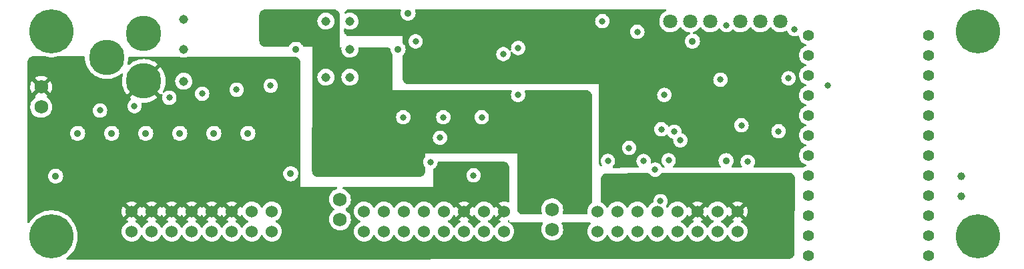
<source format=gbr>
%TF.GenerationSoftware,KiCad,Pcbnew,(6.0.10)*%
%TF.CreationDate,2023-01-12T16:12:03-05:00*%
%TF.ProjectId,power_mini_evolver,706f7765-725f-46d6-996e-695f65766f6c,rev?*%
%TF.SameCoordinates,Original*%
%TF.FileFunction,Copper,L3,Inr*%
%TF.FilePolarity,Positive*%
%FSLAX46Y46*%
G04 Gerber Fmt 4.6, Leading zero omitted, Abs format (unit mm)*
G04 Created by KiCad (PCBNEW (6.0.10)) date 2023-01-12 16:12:03*
%MOMM*%
%LPD*%
G01*
G04 APERTURE LIST*
%TA.AperFunction,ComponentPad*%
%ADD10C,4.500000*%
%TD*%
%TA.AperFunction,ComponentPad*%
%ADD11C,1.000000*%
%TD*%
%TA.AperFunction,ComponentPad*%
%ADD12C,1.800000*%
%TD*%
%TA.AperFunction,ComponentPad*%
%ADD13C,5.600000*%
%TD*%
%TA.AperFunction,ComponentPad*%
%ADD14C,1.750000*%
%TD*%
%TA.AperFunction,ComponentPad*%
%ADD15C,1.397000*%
%TD*%
%TA.AperFunction,ComponentPad*%
%ADD16C,1.524000*%
%TD*%
%TA.AperFunction,ViaPad*%
%ADD17C,1.143000*%
%TD*%
%TA.AperFunction,ViaPad*%
%ADD18C,0.889000*%
%TD*%
%TA.AperFunction,ViaPad*%
%ADD19C,0.800000*%
%TD*%
G04 APERTURE END LIST*
D10*
%TO.N,+12V*%
%TO.C,CON1*%
X100584000Y-88852000D03*
%TO.N,GND*%
X100584000Y-82852000D03*
X95884000Y-85852000D03*
%TD*%
D11*
%TO.N,Net-(C15-Pad1)*%
%TO.C,C15*%
X204292200Y-103459600D03*
%TO.N,GND*%
X204292200Y-100959600D03*
%TD*%
D12*
%TO.N,/OD90-0*%
%TO.C,JP1*%
X181356000Y-81280000D03*
%TO.N,/OD-0*%
X178816000Y-81280000D03*
%TO.N,/OD135-0*%
X176276000Y-81280000D03*
%TD*%
D13*
%TO.N,unconnected-(H1-Pad1)*%
%TO.C,H1*%
X88900000Y-108585000D03*
%TD*%
%TO.N,unconnected-(H2-Pad1)*%
%TO.C,H2*%
X88900000Y-82550000D03*
%TD*%
%TO.N,unconnected-(H4-Pad1)*%
%TO.C,H4*%
X206375000Y-108585000D03*
%TD*%
D14*
%TO.N,/SPB+1*%
%TO.C,P6*%
X152400000Y-105156000D03*
%TO.N,/SPB-1*%
X152400000Y-107696000D03*
%TD*%
D13*
%TO.N,unconnected-(H3-Pad1)*%
%TO.C,H3*%
X206375000Y-82550000D03*
%TD*%
D15*
%TO.N,unconnected-(P1-Pad1)*%
%TO.C,P1*%
X200152000Y-110998000D03*
%TO.N,+5V*%
X184912000Y-110998000D03*
%TO.N,unconnected-(P1-Pad3)*%
X200152000Y-108458000D03*
%TO.N,GND*%
X184912000Y-108458000D03*
%TO.N,Net-(C15-Pad1)*%
X200152000Y-105918000D03*
%TO.N,unconnected-(P1-Pad6)*%
X184912000Y-105918000D03*
%TO.N,GND*%
X200152000Y-103378000D03*
%TO.N,unconnected-(P1-Pad8)*%
X184912000Y-103378000D03*
%TO.N,/2*%
X200152000Y-100838000D03*
%TO.N,/A3*%
X184912000Y-100838000D03*
%TO.N,/3*%
X200152000Y-98298000D03*
%TO.N,/A2*%
X184912000Y-98298000D03*
%TO.N,/4*%
X200152000Y-95758000D03*
%TO.N,/A1*%
X184912000Y-95758000D03*
%TO.N,/5*%
X200152000Y-93218000D03*
%TO.N,/A0*%
X184912000Y-93218000D03*
%TO.N,/6*%
X200152000Y-90678000D03*
%TO.N,/13*%
X184912000Y-90678000D03*
%TO.N,/7*%
X200152000Y-88138000D03*
%TO.N,/12*%
X184912000Y-88138000D03*
%TO.N,/8*%
X200152000Y-85598000D03*
%TO.N,/11*%
X184912000Y-85598000D03*
%TO.N,/9*%
X200152000Y-83058000D03*
%TO.N,/10*%
X184912000Y-83058000D03*
%TD*%
D14*
%TO.N,/SPB+0*%
%TO.C,P5*%
X125476000Y-103886000D03*
%TO.N,/SPB-0*%
X125476000Y-106426000D03*
%TD*%
D12*
%TO.N,/OD90-1*%
%TO.C,JP2*%
X172466000Y-81280000D03*
%TO.N,/OD-1*%
X169926000Y-81280000D03*
%TO.N,/OD135-1*%
X167386000Y-81280000D03*
%TD*%
D14*
%TO.N,+12V*%
%TO.C,P7*%
X87579200Y-89611200D03*
%TO.N,GND*%
X87579200Y-92151200D03*
%TD*%
D16*
%TO.N,/FAN-0*%
%TO.C,P2*%
X146304000Y-107950000D03*
%TO.N,+12V*%
X146304000Y-105410000D03*
%TO.N,unconnected-(P2-Pad3)*%
X143764000Y-107950000D03*
%TO.N,unconnected-(P2-Pad4)*%
X143764000Y-105410000D03*
%TO.N,/HTR-0*%
X141224000Y-107950000D03*
%TO.N,+12V*%
X141224000Y-105410000D03*
%TO.N,/TS-0*%
X138684000Y-107950000D03*
%TO.N,GND*%
X138684000Y-105410000D03*
%TO.N,/LED-0*%
X136144000Y-107950000D03*
%TO.N,+5V*%
X136144000Y-105410000D03*
%TO.N,/OD90-0*%
X133604000Y-107950000D03*
%TO.N,GND*%
X133604000Y-105410000D03*
%TO.N,/SPB-0*%
X131064000Y-107950000D03*
%TO.N,/SPB+0*%
X131064000Y-105410000D03*
%TO.N,/OD135-0*%
X128524000Y-107950000D03*
%TO.N,GND*%
X128524000Y-105410000D03*
%TD*%
%TO.N,/FAN-1*%
%TO.C,P3*%
X175895000Y-107950000D03*
%TO.N,+12V*%
X175895000Y-105410000D03*
%TO.N,unconnected-(P3-Pad3)*%
X173355000Y-107950000D03*
%TO.N,unconnected-(P3-Pad4)*%
X173355000Y-105410000D03*
%TO.N,/HTR-1*%
X170815000Y-107950000D03*
%TO.N,+12V*%
X170815000Y-105410000D03*
%TO.N,/TS-1*%
X168275000Y-107950000D03*
%TO.N,GND*%
X168275000Y-105410000D03*
%TO.N,/LED-1*%
X165735000Y-107950000D03*
%TO.N,+5V*%
X165735000Y-105410000D03*
%TO.N,/OD90-1*%
X163195000Y-107950000D03*
%TO.N,GND*%
X163195000Y-105410000D03*
%TO.N,/SPB-1*%
X160655000Y-107950000D03*
%TO.N,/SPB+1*%
X160655000Y-105410000D03*
%TO.N,/OD135-1*%
X158115000Y-107950000D03*
%TO.N,GND*%
X158115000Y-105410000D03*
%TD*%
%TO.N,unconnected-(P4-Pad1)*%
%TO.C,P4*%
X116840000Y-107950000D03*
%TO.N,unconnected-(P4-Pad2)*%
X116840000Y-105410000D03*
%TO.N,unconnected-(P4-Pad3)*%
X114300000Y-107950000D03*
%TO.N,unconnected-(P4-Pad4)*%
X114300000Y-105410000D03*
%TO.N,/P-5*%
X111760000Y-107950000D03*
%TO.N,+12V*%
X111760000Y-105410000D03*
%TO.N,/P-4*%
X109220000Y-107950000D03*
%TO.N,+12V*%
X109220000Y-105410000D03*
%TO.N,/P-3*%
X106680000Y-107950000D03*
%TO.N,+12V*%
X106680000Y-105410000D03*
%TO.N,/P-2*%
X104140000Y-107950000D03*
%TO.N,+12V*%
X104140000Y-105410000D03*
%TO.N,/P-1*%
X101600000Y-107950000D03*
%TO.N,+12V*%
X101600000Y-105410000D03*
%TO.N,/P-0*%
X99060000Y-107950000D03*
%TO.N,+12V*%
X99060000Y-105410000D03*
%TD*%
D17*
%TO.N,GND*%
X123698000Y-81280000D03*
D18*
X100838000Y-95504000D03*
D19*
X133502400Y-93472000D03*
D17*
X123698000Y-88392000D03*
D18*
X92202000Y-95504000D03*
X170180000Y-83820000D03*
X89408000Y-100939600D03*
D19*
X166243000Y-94996000D03*
X182372000Y-88519000D03*
D18*
X96520000Y-95504000D03*
D19*
X174498000Y-81788000D03*
D18*
X109474000Y-95504000D03*
X119888000Y-84836000D03*
X119227600Y-100634800D03*
D19*
X183134000Y-82296000D03*
D17*
X105664000Y-84836000D03*
D19*
X173736000Y-88696800D03*
D17*
X126746000Y-84836000D03*
D19*
X181102000Y-95250000D03*
X159461200Y-99009200D03*
X143459200Y-93472000D03*
X138582400Y-93472000D03*
X177190400Y-99110800D03*
D18*
X113792000Y-95504000D03*
D17*
X105664000Y-88900000D03*
X105664000Y-81026000D03*
D18*
X105156000Y-95504000D03*
D17*
X126746000Y-81280000D03*
D19*
X166624000Y-90633330D03*
D17*
X126746000Y-88392000D03*
D18*
X132842000Y-84836000D03*
X174447200Y-98976999D03*
D19*
X163982400Y-99009200D03*
%TO.N,+3V3*%
X172339000Y-96266000D03*
X178102717Y-83827692D03*
X182372000Y-86614000D03*
X178943000Y-96057001D03*
X164846000Y-86130899D03*
X129964200Y-80721200D03*
X174066200Y-91389200D03*
X169926000Y-98932499D03*
%TO.N,+12V*%
X110998000Y-98552000D03*
X139903200Y-102082600D03*
X115316000Y-98679000D03*
X145034000Y-101752400D03*
X169672000Y-101904800D03*
X106680000Y-98552000D03*
D18*
X89458800Y-96062800D03*
D19*
X93726000Y-98552000D03*
D17*
X118364000Y-88562800D03*
D19*
X102362000Y-98552000D03*
X98044000Y-98552000D03*
X173990000Y-101904800D03*
D18*
X119227600Y-95707200D03*
D19*
%TO.N,/A3*%
X165455600Y-100113000D03*
D17*
%TO.N,+5V*%
X117856000Y-80518000D03*
D18*
X134874000Y-98882200D03*
D17*
X149606000Y-101803200D03*
X149606000Y-104902000D03*
X130048000Y-88562800D03*
D19*
X156464000Y-98933000D03*
D17*
X149606000Y-103327200D03*
D19*
X155448000Y-105156000D03*
%TO.N,/HTR-1*%
X166126225Y-104105917D03*
D18*
%TO.N,/OD135-0*%
X134112000Y-80264000D03*
D19*
%TO.N,/OD90-0*%
X135077200Y-83845400D03*
%TO.N,/OD90-1*%
X163195000Y-82626200D03*
%TO.N,/OD135-1*%
X158750000Y-81280000D03*
%TO.N,/10*%
X187350400Y-89408000D03*
X112369600Y-89966800D03*
%TO.N,/11*%
X146202400Y-85445600D03*
%TO.N,/12*%
X116687600Y-89458800D03*
%TO.N,/2*%
X142417800Y-100838000D03*
%TO.N,/3*%
X167169000Y-98932999D03*
%TO.N,/4*%
X136943500Y-99148041D03*
%TO.N,/5*%
X162153600Y-97358200D03*
%TO.N,/6*%
X95046800Y-92608400D03*
%TO.N,/7*%
X99415600Y-92049600D03*
%TO.N,/8*%
X103835200Y-90982800D03*
%TO.N,/9*%
X148082000Y-84681899D03*
X108000800Y-90474800D03*
X148082000Y-90633330D03*
%TO.N,/TS-0*%
X168656000Y-96393000D03*
X138173519Y-96060726D03*
%TO.N,/TS-1*%
X176403000Y-94488000D03*
X167894000Y-95300800D03*
%TD*%
%TA.AperFunction,Conductor*%
%TO.N,+5V*%
G36*
X124689742Y-79758693D02*
G01*
X124838922Y-79775209D01*
X124866574Y-79781480D01*
X125001533Y-79828579D01*
X125027082Y-79840875D01*
X125148085Y-79916954D01*
X125170238Y-79934650D01*
X125271173Y-80035865D01*
X125288806Y-80058064D01*
X125364554Y-80179288D01*
X125376773Y-80204858D01*
X125423499Y-80339953D01*
X125429692Y-80367618D01*
X125433870Y-80406328D01*
X125445796Y-80516852D01*
X125446521Y-80531025D01*
X125438420Y-82070194D01*
X125425200Y-84582000D01*
X125693922Y-84582000D01*
X125692153Y-84587697D01*
X125685075Y-84610493D01*
X125661745Y-84807608D01*
X125674727Y-85005673D01*
X125723586Y-85198056D01*
X125806685Y-85378313D01*
X125810018Y-85383029D01*
X125913516Y-85529475D01*
X125921243Y-85540409D01*
X126063422Y-85678913D01*
X126228461Y-85789189D01*
X126233764Y-85791467D01*
X126233767Y-85791469D01*
X126309569Y-85824036D01*
X126410832Y-85867542D01*
X126481905Y-85883624D01*
X126598791Y-85910073D01*
X126598796Y-85910074D01*
X126604428Y-85911348D01*
X126610199Y-85911575D01*
X126610201Y-85911575D01*
X126669262Y-85913895D01*
X126802765Y-85919141D01*
X126900983Y-85904900D01*
X126993487Y-85891488D01*
X126993492Y-85891487D01*
X126999201Y-85890659D01*
X127187158Y-85826856D01*
X127360339Y-85729870D01*
X127512947Y-85602947D01*
X127639870Y-85450339D01*
X127736856Y-85277158D01*
X127800659Y-85089201D01*
X127801487Y-85083492D01*
X127801488Y-85083487D01*
X127828608Y-84896438D01*
X127829141Y-84892765D01*
X127830627Y-84836000D01*
X127819925Y-84719529D01*
X127833610Y-84649864D01*
X127882786Y-84598656D01*
X127945396Y-84582000D01*
X131390719Y-84582000D01*
X131404783Y-84582788D01*
X131448483Y-84587697D01*
X131552764Y-84599411D01*
X131580193Y-84605652D01*
X131714101Y-84652357D01*
X131739464Y-84664529D01*
X131825890Y-84718633D01*
X131873016Y-84771733D01*
X131884041Y-84822667D01*
X131884482Y-84822630D01*
X131900121Y-85008867D01*
X131951636Y-85188520D01*
X132037064Y-85354746D01*
X132040887Y-85359570D01*
X132040890Y-85359574D01*
X132133510Y-85476430D01*
X132160148Y-85542240D01*
X132160764Y-85554103D01*
X132178029Y-89231763D01*
X132178030Y-89231780D01*
X132181600Y-89992200D01*
X147167942Y-90021961D01*
X147236022Y-90042099D01*
X147282408Y-90095846D01*
X147292373Y-90166140D01*
X147276810Y-90210961D01*
X147247473Y-90261774D01*
X147188458Y-90443402D01*
X147168496Y-90633330D01*
X147188458Y-90823258D01*
X147247473Y-91004886D01*
X147342960Y-91170274D01*
X147470747Y-91312196D01*
X147625248Y-91424448D01*
X147631276Y-91427132D01*
X147631278Y-91427133D01*
X147793681Y-91499439D01*
X147799712Y-91502124D01*
X147893113Y-91521977D01*
X147980056Y-91540458D01*
X147980061Y-91540458D01*
X147986513Y-91541830D01*
X148177487Y-91541830D01*
X148183939Y-91540458D01*
X148183944Y-91540458D01*
X148270887Y-91521977D01*
X148364288Y-91502124D01*
X148370319Y-91499439D01*
X148532722Y-91427133D01*
X148532724Y-91427132D01*
X148538752Y-91424448D01*
X148693253Y-91312196D01*
X148821040Y-91170274D01*
X148916527Y-91004886D01*
X148975542Y-90823258D01*
X148995504Y-90633330D01*
X148975542Y-90443402D01*
X148916527Y-90261774D01*
X148889288Y-90214595D01*
X148872551Y-90145602D01*
X148895771Y-90078510D01*
X148951578Y-90034623D01*
X148998658Y-90025597D01*
X156689897Y-90040871D01*
X156703971Y-90041688D01*
X156852021Y-90058629D01*
X156879456Y-90064933D01*
X157013353Y-90111968D01*
X157038705Y-90124207D01*
X157158815Y-90199795D01*
X157180815Y-90217356D01*
X157281147Y-90317724D01*
X157298701Y-90339732D01*
X157359941Y-90437124D01*
X157374245Y-90459873D01*
X157386473Y-90485228D01*
X157433459Y-90619144D01*
X157439753Y-90646582D01*
X157456638Y-90794636D01*
X157457450Y-90808710D01*
X157479109Y-104238467D01*
X157459217Y-104306620D01*
X157425380Y-104341883D01*
X157299730Y-104429864D01*
X157299727Y-104429866D01*
X157295219Y-104433023D01*
X157138023Y-104590219D01*
X157134866Y-104594727D01*
X157134864Y-104594730D01*
X157013669Y-104767815D01*
X157010512Y-104772324D01*
X157008189Y-104777306D01*
X157008186Y-104777311D01*
X156918883Y-104968822D01*
X156916560Y-104973804D01*
X156859022Y-105188537D01*
X156839647Y-105410000D01*
X156859022Y-105631463D01*
X156860445Y-105636773D01*
X156861401Y-105642196D01*
X156858822Y-105642651D01*
X156857344Y-105702699D01*
X156817502Y-105761462D01*
X156751790Y-105789407D01*
X156727438Y-105792214D01*
X156713349Y-105793043D01*
X153820439Y-105800736D01*
X153752267Y-105780915D01*
X153705632Y-105727383D01*
X153695341Y-105657136D01*
X153699547Y-105638108D01*
X153699769Y-105637379D01*
X153740020Y-105504897D01*
X153755388Y-105454314D01*
X153755388Y-105454313D01*
X153756890Y-105449370D01*
X153757565Y-105444244D01*
X153786148Y-105227136D01*
X153786148Y-105227132D01*
X153786585Y-105223815D01*
X153788242Y-105156000D01*
X153769601Y-104929264D01*
X153714178Y-104708617D01*
X153623462Y-104499985D01*
X153499890Y-104308971D01*
X153346779Y-104140704D01*
X153168241Y-103999704D01*
X153130537Y-103978890D01*
X153085113Y-103953815D01*
X152969072Y-103889757D01*
X152964203Y-103888033D01*
X152964199Y-103888031D01*
X152759496Y-103815541D01*
X152759492Y-103815540D01*
X152754621Y-103813815D01*
X152749528Y-103812908D01*
X152749525Y-103812907D01*
X152535734Y-103774825D01*
X152535728Y-103774824D01*
X152530645Y-103773919D01*
X152457196Y-103773022D01*
X152308331Y-103771203D01*
X152308329Y-103771203D01*
X152303161Y-103771140D01*
X152078278Y-103805552D01*
X151862035Y-103876231D01*
X151857447Y-103878619D01*
X151857443Y-103878621D01*
X151712997Y-103953815D01*
X151660239Y-103981279D01*
X151656106Y-103984382D01*
X151656103Y-103984384D01*
X151635699Y-103999704D01*
X151478310Y-104117875D01*
X151474738Y-104121613D01*
X151363070Y-104238467D01*
X151321133Y-104282351D01*
X151192931Y-104470289D01*
X151190758Y-104474971D01*
X151190756Y-104474974D01*
X151132259Y-104600997D01*
X151097145Y-104676643D01*
X151036348Y-104895869D01*
X151035799Y-104901006D01*
X151016836Y-105078444D01*
X151012172Y-105122082D01*
X151012469Y-105127234D01*
X151012469Y-105127238D01*
X151020684Y-105269704D01*
X151025268Y-105349206D01*
X151026405Y-105354252D01*
X151026406Y-105354258D01*
X151038968Y-105410000D01*
X151075283Y-105571141D01*
X151101162Y-105634872D01*
X151108258Y-105705513D01*
X151076036Y-105768776D01*
X151014726Y-105804577D01*
X150984754Y-105808276D01*
X148705785Y-105814336D01*
X148691593Y-105813572D01*
X148643387Y-105808238D01*
X148542268Y-105797049D01*
X148514595Y-105790772D01*
X148379514Y-105743607D01*
X148353954Y-105731299D01*
X148232858Y-105655101D01*
X148210695Y-105637379D01*
X148109725Y-105536014D01*
X148092087Y-105513779D01*
X148086547Y-105504897D01*
X148016363Y-105392381D01*
X148004155Y-105366773D01*
X147957519Y-105231503D01*
X147951352Y-105203810D01*
X147935415Y-105054421D01*
X147934707Y-105040226D01*
X147975345Y-98863283D01*
X147975345Y-98863276D01*
X147975368Y-98859729D01*
X147975368Y-98859725D01*
X147980400Y-98094800D01*
X136312275Y-98063050D01*
X136307624Y-98496521D01*
X136208879Y-98606189D01*
X136204460Y-98611097D01*
X136108973Y-98776485D01*
X136049958Y-98958113D01*
X136029996Y-99148041D01*
X136049958Y-99337969D01*
X136108973Y-99519597D01*
X136112276Y-99525319D01*
X136112277Y-99525320D01*
X136146186Y-99584051D01*
X136204460Y-99684985D01*
X136260926Y-99747697D01*
X136291641Y-99811700D01*
X136293281Y-99833356D01*
X136288685Y-100261639D01*
X136287753Y-100275637D01*
X136269686Y-100422831D01*
X136263203Y-100450086D01*
X136215446Y-100583004D01*
X136203104Y-100608146D01*
X136127157Y-100727228D01*
X136109560Y-100749027D01*
X136009174Y-100848385D01*
X135987197Y-100865755D01*
X135867342Y-100940474D01*
X135842072Y-100952557D01*
X135708672Y-100998944D01*
X135681351Y-101005147D01*
X135533970Y-101021699D01*
X135519964Y-101022486D01*
X128819285Y-101025451D01*
X126601124Y-101026432D01*
X122697834Y-101028159D01*
X122683700Y-101027370D01*
X122675359Y-101026432D01*
X122534975Y-101010645D01*
X122507421Y-101004356D01*
X122372902Y-100957251D01*
X122347436Y-100944973D01*
X122226811Y-100869066D01*
X122204723Y-100851419D01*
X122104058Y-100750527D01*
X122086461Y-100728400D01*
X122010823Y-100607600D01*
X121998603Y-100582107D01*
X121952706Y-100450086D01*
X121951803Y-100447487D01*
X121945575Y-100419915D01*
X121929187Y-100271162D01*
X121928429Y-100257025D01*
X121939735Y-96060726D01*
X137260015Y-96060726D01*
X137279977Y-96250654D01*
X137338992Y-96432282D01*
X137434479Y-96597670D01*
X137562266Y-96739592D01*
X137716767Y-96851844D01*
X137722795Y-96854528D01*
X137722797Y-96854529D01*
X137885200Y-96926835D01*
X137891231Y-96929520D01*
X137984632Y-96949373D01*
X138071575Y-96967854D01*
X138071580Y-96967854D01*
X138078032Y-96969226D01*
X138269006Y-96969226D01*
X138275458Y-96967854D01*
X138275463Y-96967854D01*
X138362407Y-96949373D01*
X138455807Y-96929520D01*
X138461838Y-96926835D01*
X138624241Y-96854529D01*
X138624243Y-96854528D01*
X138630271Y-96851844D01*
X138784772Y-96739592D01*
X138912559Y-96597670D01*
X139008046Y-96432282D01*
X139067061Y-96250654D01*
X139087023Y-96060726D01*
X139067061Y-95870798D01*
X139008046Y-95689170D01*
X138912559Y-95523782D01*
X138784772Y-95381860D01*
X138630271Y-95269608D01*
X138624243Y-95266924D01*
X138624241Y-95266923D01*
X138461838Y-95194617D01*
X138461837Y-95194617D01*
X138455807Y-95191932D01*
X138334659Y-95166181D01*
X138275463Y-95153598D01*
X138275458Y-95153598D01*
X138269006Y-95152226D01*
X138078032Y-95152226D01*
X138071580Y-95153598D01*
X138071575Y-95153598D01*
X138012379Y-95166181D01*
X137891231Y-95191932D01*
X137885201Y-95194617D01*
X137885200Y-95194617D01*
X137722797Y-95266923D01*
X137722795Y-95266924D01*
X137716767Y-95269608D01*
X137562266Y-95381860D01*
X137434479Y-95523782D01*
X137338992Y-95689170D01*
X137279977Y-95870798D01*
X137260015Y-96060726D01*
X121939735Y-96060726D01*
X121946710Y-93472000D01*
X132588896Y-93472000D01*
X132608858Y-93661928D01*
X132667873Y-93843556D01*
X132763360Y-94008944D01*
X132891147Y-94150866D01*
X133045648Y-94263118D01*
X133051676Y-94265802D01*
X133051678Y-94265803D01*
X133214081Y-94338109D01*
X133220112Y-94340794D01*
X133313513Y-94360647D01*
X133400456Y-94379128D01*
X133400461Y-94379128D01*
X133406913Y-94380500D01*
X133597887Y-94380500D01*
X133604339Y-94379128D01*
X133604344Y-94379128D01*
X133691287Y-94360647D01*
X133784688Y-94340794D01*
X133790719Y-94338109D01*
X133953122Y-94265803D01*
X133953124Y-94265802D01*
X133959152Y-94263118D01*
X134113653Y-94150866D01*
X134241440Y-94008944D01*
X134336927Y-93843556D01*
X134395942Y-93661928D01*
X134415904Y-93472000D01*
X137668896Y-93472000D01*
X137688858Y-93661928D01*
X137747873Y-93843556D01*
X137843360Y-94008944D01*
X137971147Y-94150866D01*
X138125648Y-94263118D01*
X138131676Y-94265802D01*
X138131678Y-94265803D01*
X138294081Y-94338109D01*
X138300112Y-94340794D01*
X138393513Y-94360647D01*
X138480456Y-94379128D01*
X138480461Y-94379128D01*
X138486913Y-94380500D01*
X138677887Y-94380500D01*
X138684339Y-94379128D01*
X138684344Y-94379128D01*
X138771287Y-94360647D01*
X138864688Y-94340794D01*
X138870719Y-94338109D01*
X139033122Y-94265803D01*
X139033124Y-94265802D01*
X139039152Y-94263118D01*
X139193653Y-94150866D01*
X139321440Y-94008944D01*
X139416927Y-93843556D01*
X139475942Y-93661928D01*
X139495904Y-93472000D01*
X142545696Y-93472000D01*
X142565658Y-93661928D01*
X142624673Y-93843556D01*
X142720160Y-94008944D01*
X142847947Y-94150866D01*
X143002448Y-94263118D01*
X143008476Y-94265802D01*
X143008478Y-94265803D01*
X143170881Y-94338109D01*
X143176912Y-94340794D01*
X143270313Y-94360647D01*
X143357256Y-94379128D01*
X143357261Y-94379128D01*
X143363713Y-94380500D01*
X143554687Y-94380500D01*
X143561139Y-94379128D01*
X143561144Y-94379128D01*
X143648087Y-94360647D01*
X143741488Y-94340794D01*
X143747519Y-94338109D01*
X143909922Y-94265803D01*
X143909924Y-94265802D01*
X143915952Y-94263118D01*
X144070453Y-94150866D01*
X144198240Y-94008944D01*
X144293727Y-93843556D01*
X144352742Y-93661928D01*
X144372704Y-93472000D01*
X144352742Y-93282072D01*
X144293727Y-93100444D01*
X144198240Y-92935056D01*
X144070453Y-92793134D01*
X143915952Y-92680882D01*
X143909924Y-92678198D01*
X143909922Y-92678197D01*
X143747519Y-92605891D01*
X143747518Y-92605891D01*
X143741488Y-92603206D01*
X143648087Y-92583353D01*
X143561144Y-92564872D01*
X143561139Y-92564872D01*
X143554687Y-92563500D01*
X143363713Y-92563500D01*
X143357261Y-92564872D01*
X143357256Y-92564872D01*
X143270313Y-92583353D01*
X143176912Y-92603206D01*
X143170882Y-92605891D01*
X143170881Y-92605891D01*
X143008478Y-92678197D01*
X143008476Y-92678198D01*
X143002448Y-92680882D01*
X142847947Y-92793134D01*
X142720160Y-92935056D01*
X142624673Y-93100444D01*
X142565658Y-93282072D01*
X142545696Y-93472000D01*
X139495904Y-93472000D01*
X139475942Y-93282072D01*
X139416927Y-93100444D01*
X139321440Y-92935056D01*
X139193653Y-92793134D01*
X139039152Y-92680882D01*
X139033124Y-92678198D01*
X139033122Y-92678197D01*
X138870719Y-92605891D01*
X138870718Y-92605891D01*
X138864688Y-92603206D01*
X138771287Y-92583353D01*
X138684344Y-92564872D01*
X138684339Y-92564872D01*
X138677887Y-92563500D01*
X138486913Y-92563500D01*
X138480461Y-92564872D01*
X138480456Y-92564872D01*
X138393513Y-92583353D01*
X138300112Y-92603206D01*
X138294082Y-92605891D01*
X138294081Y-92605891D01*
X138131678Y-92678197D01*
X138131676Y-92678198D01*
X138125648Y-92680882D01*
X137971147Y-92793134D01*
X137843360Y-92935056D01*
X137747873Y-93100444D01*
X137688858Y-93282072D01*
X137668896Y-93472000D01*
X134415904Y-93472000D01*
X134395942Y-93282072D01*
X134336927Y-93100444D01*
X134241440Y-92935056D01*
X134113653Y-92793134D01*
X133959152Y-92680882D01*
X133953124Y-92678198D01*
X133953122Y-92678197D01*
X133790719Y-92605891D01*
X133790718Y-92605891D01*
X133784688Y-92603206D01*
X133691287Y-92583353D01*
X133604344Y-92564872D01*
X133604339Y-92564872D01*
X133597887Y-92563500D01*
X133406913Y-92563500D01*
X133400461Y-92564872D01*
X133400456Y-92564872D01*
X133313513Y-92583353D01*
X133220112Y-92603206D01*
X133214082Y-92605891D01*
X133214081Y-92605891D01*
X133051678Y-92678197D01*
X133051676Y-92678198D01*
X133045648Y-92680882D01*
X132891147Y-92793134D01*
X132763360Y-92935056D01*
X132667873Y-93100444D01*
X132608858Y-93282072D01*
X132588896Y-93472000D01*
X121946710Y-93472000D01*
X121958125Y-89235282D01*
X121960474Y-88363608D01*
X122613745Y-88363608D01*
X122626727Y-88561673D01*
X122675586Y-88754056D01*
X122758685Y-88934313D01*
X122873243Y-89096409D01*
X123015422Y-89234913D01*
X123180461Y-89345189D01*
X123185764Y-89347467D01*
X123185767Y-89347469D01*
X123261569Y-89380036D01*
X123362832Y-89423542D01*
X123433905Y-89439624D01*
X123550791Y-89466073D01*
X123550796Y-89466074D01*
X123556428Y-89467348D01*
X123562199Y-89467575D01*
X123562201Y-89467575D01*
X123621262Y-89469895D01*
X123754765Y-89475141D01*
X123852983Y-89460900D01*
X123945487Y-89447488D01*
X123945492Y-89447487D01*
X123951201Y-89446659D01*
X124139158Y-89382856D01*
X124312339Y-89285870D01*
X124464947Y-89158947D01*
X124591870Y-89006339D01*
X124688856Y-88833158D01*
X124752659Y-88645201D01*
X124753487Y-88639492D01*
X124753488Y-88639487D01*
X124780608Y-88452438D01*
X124781141Y-88448765D01*
X124782627Y-88392000D01*
X124780018Y-88363608D01*
X125661745Y-88363608D01*
X125674727Y-88561673D01*
X125723586Y-88754056D01*
X125806685Y-88934313D01*
X125921243Y-89096409D01*
X126063422Y-89234913D01*
X126228461Y-89345189D01*
X126233764Y-89347467D01*
X126233767Y-89347469D01*
X126309569Y-89380036D01*
X126410832Y-89423542D01*
X126481905Y-89439624D01*
X126598791Y-89466073D01*
X126598796Y-89466074D01*
X126604428Y-89467348D01*
X126610199Y-89467575D01*
X126610201Y-89467575D01*
X126669262Y-89469895D01*
X126802765Y-89475141D01*
X126900983Y-89460900D01*
X126993487Y-89447488D01*
X126993492Y-89447487D01*
X126999201Y-89446659D01*
X127187158Y-89382856D01*
X127360339Y-89285870D01*
X127512947Y-89158947D01*
X127639870Y-89006339D01*
X127736856Y-88833158D01*
X127800659Y-88645201D01*
X127801487Y-88639492D01*
X127801488Y-88639487D01*
X127828608Y-88452438D01*
X127829141Y-88448765D01*
X127830627Y-88392000D01*
X127812465Y-88194342D01*
X127758587Y-88003304D01*
X127670797Y-87825284D01*
X127552035Y-87666243D01*
X127547799Y-87662327D01*
X127410520Y-87535428D01*
X127410518Y-87535426D01*
X127406279Y-87531508D01*
X127331166Y-87484115D01*
X127243290Y-87428669D01*
X127243289Y-87428669D01*
X127238410Y-87425590D01*
X127233050Y-87423452D01*
X127233047Y-87423450D01*
X127146230Y-87388814D01*
X127054051Y-87352038D01*
X127048394Y-87350913D01*
X127048388Y-87350911D01*
X126865041Y-87314442D01*
X126865039Y-87314442D01*
X126859374Y-87313315D01*
X126853599Y-87313239D01*
X126853595Y-87313239D01*
X126754638Y-87311944D01*
X126660901Y-87310717D01*
X126655204Y-87311696D01*
X126655203Y-87311696D01*
X126470975Y-87343352D01*
X126465278Y-87344331D01*
X126279056Y-87413032D01*
X126108472Y-87514518D01*
X125959239Y-87645392D01*
X125955664Y-87649927D01*
X125955663Y-87649928D01*
X125942801Y-87666243D01*
X125836355Y-87801270D01*
X125833666Y-87806381D01*
X125833664Y-87806384D01*
X125817534Y-87837043D01*
X125743935Y-87976931D01*
X125685075Y-88166493D01*
X125661745Y-88363608D01*
X124780018Y-88363608D01*
X124764465Y-88194342D01*
X124710587Y-88003304D01*
X124622797Y-87825284D01*
X124504035Y-87666243D01*
X124499799Y-87662327D01*
X124362520Y-87535428D01*
X124362518Y-87535426D01*
X124358279Y-87531508D01*
X124283166Y-87484115D01*
X124195290Y-87428669D01*
X124195289Y-87428669D01*
X124190410Y-87425590D01*
X124185050Y-87423452D01*
X124185047Y-87423450D01*
X124098230Y-87388814D01*
X124006051Y-87352038D01*
X124000394Y-87350913D01*
X124000388Y-87350911D01*
X123817041Y-87314442D01*
X123817039Y-87314442D01*
X123811374Y-87313315D01*
X123805599Y-87313239D01*
X123805595Y-87313239D01*
X123706638Y-87311944D01*
X123612901Y-87310717D01*
X123607204Y-87311696D01*
X123607203Y-87311696D01*
X123422975Y-87343352D01*
X123417278Y-87344331D01*
X123231056Y-87413032D01*
X123060472Y-87514518D01*
X122911239Y-87645392D01*
X122907664Y-87649927D01*
X122907663Y-87649928D01*
X122894801Y-87666243D01*
X122788355Y-87801270D01*
X122785666Y-87806381D01*
X122785664Y-87806384D01*
X122769534Y-87837043D01*
X122695935Y-87976931D01*
X122637075Y-88166493D01*
X122613745Y-88363608D01*
X121960474Y-88363608D01*
X121970800Y-84531200D01*
X120881029Y-84531200D01*
X120812908Y-84511198D01*
X120769777Y-84464353D01*
X120688508Y-84311507D01*
X120685615Y-84306066D01*
X120625438Y-84232282D01*
X120571388Y-84166010D01*
X120571385Y-84166007D01*
X120567493Y-84161235D01*
X120562744Y-84157306D01*
X120428239Y-84046034D01*
X120428236Y-84046032D01*
X120423489Y-84042105D01*
X120259089Y-83953214D01*
X120166837Y-83924657D01*
X120086441Y-83899770D01*
X120086438Y-83899769D01*
X120080554Y-83897948D01*
X120074429Y-83897304D01*
X120074428Y-83897304D01*
X119900813Y-83879056D01*
X119900812Y-83879056D01*
X119894685Y-83878412D01*
X119776087Y-83889206D01*
X119714703Y-83894792D01*
X119714702Y-83894792D01*
X119708562Y-83895351D01*
X119702648Y-83897092D01*
X119702646Y-83897092D01*
X119608989Y-83924657D01*
X119529273Y-83948119D01*
X119363647Y-84034705D01*
X119217995Y-84151813D01*
X119097862Y-84294981D01*
X119094899Y-84300370D01*
X119094896Y-84300375D01*
X119049834Y-84382344D01*
X119009625Y-84455485D01*
X119009623Y-84455487D01*
X119007826Y-84458757D01*
X119007204Y-84458415D01*
X118964939Y-84509570D01*
X118894349Y-84531200D01*
X116008879Y-84531200D01*
X115994771Y-84530408D01*
X115846343Y-84513684D01*
X115818837Y-84507406D01*
X115684584Y-84460428D01*
X115659165Y-84448187D01*
X115538718Y-84372506D01*
X115516658Y-84354913D01*
X115416087Y-84254342D01*
X115398494Y-84232282D01*
X115322813Y-84111835D01*
X115310572Y-84086416D01*
X115273036Y-83979146D01*
X115263594Y-83952163D01*
X115257316Y-83924657D01*
X115240592Y-83776229D01*
X115239800Y-83762121D01*
X115239800Y-81251608D01*
X122613745Y-81251608D01*
X122626727Y-81449673D01*
X122675586Y-81642056D01*
X122758685Y-81822313D01*
X122873243Y-81984409D01*
X123015422Y-82122913D01*
X123180461Y-82233189D01*
X123185764Y-82235467D01*
X123185767Y-82235469D01*
X123261569Y-82268036D01*
X123362832Y-82311542D01*
X123433905Y-82327624D01*
X123550791Y-82354073D01*
X123550796Y-82354074D01*
X123556428Y-82355348D01*
X123562199Y-82355575D01*
X123562201Y-82355575D01*
X123621262Y-82357895D01*
X123754765Y-82363141D01*
X123852983Y-82348900D01*
X123945487Y-82335488D01*
X123945492Y-82335487D01*
X123951201Y-82334659D01*
X124139158Y-82270856D01*
X124312339Y-82173870D01*
X124464947Y-82046947D01*
X124591870Y-81894339D01*
X124688856Y-81721158D01*
X124752659Y-81533201D01*
X124753487Y-81527492D01*
X124753488Y-81527487D01*
X124780608Y-81340438D01*
X124781141Y-81336765D01*
X124782627Y-81280000D01*
X124764465Y-81082342D01*
X124710587Y-80891304D01*
X124622797Y-80713284D01*
X124504035Y-80554243D01*
X124497897Y-80548569D01*
X124362520Y-80423428D01*
X124362518Y-80423426D01*
X124358279Y-80419508D01*
X124190410Y-80313590D01*
X124185050Y-80311452D01*
X124185047Y-80311450D01*
X124066112Y-80264000D01*
X124006051Y-80240038D01*
X124000394Y-80238913D01*
X124000388Y-80238911D01*
X123817041Y-80202442D01*
X123817039Y-80202442D01*
X123811374Y-80201315D01*
X123805599Y-80201239D01*
X123805595Y-80201239D01*
X123706638Y-80199944D01*
X123612901Y-80198717D01*
X123607204Y-80199696D01*
X123607203Y-80199696D01*
X123422975Y-80231352D01*
X123417278Y-80232331D01*
X123231056Y-80301032D01*
X123060472Y-80402518D01*
X122911239Y-80533392D01*
X122907664Y-80537927D01*
X122907663Y-80537928D01*
X122894801Y-80554243D01*
X122788355Y-80689270D01*
X122785666Y-80694381D01*
X122785664Y-80694384D01*
X122739175Y-80782746D01*
X122695935Y-80864931D01*
X122637075Y-81054493D01*
X122613745Y-81251608D01*
X115239800Y-81251608D01*
X115239800Y-80548569D01*
X115240590Y-80534484D01*
X115257260Y-80386299D01*
X115263519Y-80358832D01*
X115310355Y-80224754D01*
X115322559Y-80199365D01*
X115398009Y-80079049D01*
X115415550Y-80057006D01*
X115515843Y-79956463D01*
X115537843Y-79938867D01*
X115657969Y-79863119D01*
X115683327Y-79850851D01*
X115746579Y-79828579D01*
X115817289Y-79803681D01*
X115844734Y-79797356D01*
X115992887Y-79780316D01*
X116006960Y-79779491D01*
X121002524Y-79767065D01*
X124675564Y-79757928D01*
X124689742Y-79758693D01*
G37*
%TD.AperFunction*%
%TD*%
%TA.AperFunction,Conductor*%
%TO.N,+3V3*%
G36*
X133169110Y-79776502D02*
G01*
X133215603Y-79830158D01*
X133225707Y-79900432D01*
X133221092Y-79920595D01*
X133175315Y-80064901D01*
X133160195Y-80199696D01*
X133155797Y-80238911D01*
X133154482Y-80250630D01*
X133154998Y-80256774D01*
X133168509Y-80417665D01*
X133170121Y-80436867D01*
X133221636Y-80616520D01*
X133307064Y-80782746D01*
X133310887Y-80787570D01*
X133310890Y-80787574D01*
X133384838Y-80880872D01*
X133423152Y-80929212D01*
X133427846Y-80933207D01*
X133558210Y-81044156D01*
X133565478Y-81050342D01*
X133728621Y-81141519D01*
X133906367Y-81199272D01*
X134091945Y-81221401D01*
X134098080Y-81220929D01*
X134098082Y-81220929D01*
X134154119Y-81216617D01*
X134278287Y-81207063D01*
X134458296Y-81156804D01*
X134463785Y-81154031D01*
X134463791Y-81154029D01*
X134552666Y-81109134D01*
X134625114Y-81072538D01*
X134648211Y-81054493D01*
X134691974Y-81020301D01*
X134772387Y-80957475D01*
X134776413Y-80952811D01*
X134776416Y-80952808D01*
X134890480Y-80820663D01*
X134894507Y-80815998D01*
X134986821Y-80653495D01*
X135001091Y-80610600D01*
X135029539Y-80525080D01*
X135045814Y-80476157D01*
X135052655Y-80422004D01*
X135068796Y-80294241D01*
X135068797Y-80294232D01*
X135069238Y-80290738D01*
X135069611Y-80264000D01*
X135051373Y-80077999D01*
X135049592Y-80072100D01*
X135049591Y-80072095D01*
X135003344Y-79918918D01*
X135002803Y-79847923D01*
X135040731Y-79787907D01*
X135105085Y-79757923D01*
X135123966Y-79756500D01*
X166747176Y-79756500D01*
X166815297Y-79776502D01*
X166861790Y-79830158D01*
X166871894Y-79900432D01*
X166842400Y-79965012D01*
X166805357Y-79994262D01*
X166632872Y-80084052D01*
X166628739Y-80087155D01*
X166628736Y-80087157D01*
X166475191Y-80202442D01*
X166447655Y-80223117D01*
X166287639Y-80390564D01*
X166284730Y-80394829D01*
X166284724Y-80394837D01*
X166211348Y-80502402D01*
X166157119Y-80581899D01*
X166059602Y-80791981D01*
X165997707Y-81015169D01*
X165973095Y-81245469D01*
X165973392Y-81250622D01*
X165973392Y-81250625D01*
X165979067Y-81349041D01*
X165986427Y-81476697D01*
X165987564Y-81481743D01*
X165987565Y-81481749D01*
X166000393Y-81538669D01*
X166037346Y-81702642D01*
X166039288Y-81707424D01*
X166039289Y-81707428D01*
X166095910Y-81846868D01*
X166124484Y-81917237D01*
X166245501Y-82114719D01*
X166397147Y-82289784D01*
X166575349Y-82437730D01*
X166775322Y-82554584D01*
X166991694Y-82637209D01*
X166996760Y-82638240D01*
X166996761Y-82638240D01*
X166998644Y-82638623D01*
X167218656Y-82683385D01*
X167349324Y-82688176D01*
X167444949Y-82691683D01*
X167444953Y-82691683D01*
X167450113Y-82691872D01*
X167455233Y-82691216D01*
X167455235Y-82691216D01*
X167528270Y-82681860D01*
X167679847Y-82662442D01*
X167684795Y-82660957D01*
X167684802Y-82660956D01*
X167896747Y-82597369D01*
X167901690Y-82595886D01*
X167943840Y-82575237D01*
X168105049Y-82496262D01*
X168105052Y-82496260D01*
X168109684Y-82493991D01*
X168298243Y-82359494D01*
X168462303Y-82196005D01*
X168465317Y-82191811D01*
X168465326Y-82191800D01*
X168552960Y-82069844D01*
X168608954Y-82026196D01*
X168679658Y-82019750D01*
X168742622Y-82052553D01*
X168762715Y-82077536D01*
X168782800Y-82110313D01*
X168782804Y-82110318D01*
X168785501Y-82114719D01*
X168937147Y-82289784D01*
X169115349Y-82437730D01*
X169315322Y-82554584D01*
X169531694Y-82637209D01*
X169536760Y-82638240D01*
X169536761Y-82638240D01*
X169538644Y-82638623D01*
X169758656Y-82683385D01*
X169786164Y-82684394D01*
X169792688Y-82684633D01*
X169860030Y-82707118D01*
X169904525Y-82762441D01*
X169912047Y-82833038D01*
X169880207Y-82896495D01*
X169832130Y-82926180D01*
X169832895Y-82928073D01*
X169827192Y-82930377D01*
X169821273Y-82932119D01*
X169815808Y-82934976D01*
X169707742Y-82991471D01*
X169655647Y-83018705D01*
X169509995Y-83135813D01*
X169389862Y-83278981D01*
X169386899Y-83284370D01*
X169386896Y-83284375D01*
X169315945Y-83413437D01*
X169299826Y-83442757D01*
X169297965Y-83448624D01*
X169297964Y-83448626D01*
X169288844Y-83477377D01*
X169243315Y-83620901D01*
X169222482Y-83806630D01*
X169222998Y-83812774D01*
X169237557Y-83986148D01*
X169238121Y-83992867D01*
X169289636Y-84172520D01*
X169375064Y-84338746D01*
X169378887Y-84343570D01*
X169378890Y-84343574D01*
X169479953Y-84471083D01*
X169491152Y-84485212D01*
X169495846Y-84489207D01*
X169598774Y-84576806D01*
X169633478Y-84606342D01*
X169796621Y-84697519D01*
X169974367Y-84755272D01*
X170159945Y-84777401D01*
X170166080Y-84776929D01*
X170166082Y-84776929D01*
X170234752Y-84771645D01*
X170346287Y-84763063D01*
X170526296Y-84712804D01*
X170531785Y-84710031D01*
X170531791Y-84710029D01*
X170617580Y-84666693D01*
X170693114Y-84628538D01*
X170716211Y-84610493D01*
X170755891Y-84579491D01*
X170840387Y-84513475D01*
X170844413Y-84508811D01*
X170844416Y-84508808D01*
X170950085Y-84386389D01*
X170962507Y-84371998D01*
X171034498Y-84245270D01*
X171051778Y-84214852D01*
X171051779Y-84214851D01*
X171054821Y-84209495D01*
X171069091Y-84166600D01*
X171098065Y-84079500D01*
X171113814Y-84032157D01*
X171120960Y-83975588D01*
X171136796Y-83850241D01*
X171136797Y-83850232D01*
X171137238Y-83846738D01*
X171137611Y-83820000D01*
X171119373Y-83633999D01*
X171115419Y-83620901D01*
X171069291Y-83468121D01*
X171065355Y-83455083D01*
X170977615Y-83290066D01*
X170964727Y-83274264D01*
X170863388Y-83150010D01*
X170863385Y-83150007D01*
X170859493Y-83145235D01*
X170854744Y-83141306D01*
X170720239Y-83030034D01*
X170720236Y-83030032D01*
X170715489Y-83026105D01*
X170551089Y-82937214D01*
X170419548Y-82896495D01*
X170378441Y-82883770D01*
X170378438Y-82883769D01*
X170372554Y-82881948D01*
X170366431Y-82881304D01*
X170366429Y-82881304D01*
X170341911Y-82878727D01*
X170276255Y-82851712D01*
X170235626Y-82793490D01*
X170232925Y-82722545D01*
X170269008Y-82661402D01*
X170318875Y-82632732D01*
X170441690Y-82595886D01*
X170483840Y-82575237D01*
X170645049Y-82496262D01*
X170645052Y-82496260D01*
X170649684Y-82493991D01*
X170838243Y-82359494D01*
X171002303Y-82196005D01*
X171005317Y-82191811D01*
X171005326Y-82191800D01*
X171092960Y-82069844D01*
X171148954Y-82026196D01*
X171219658Y-82019750D01*
X171282622Y-82052553D01*
X171302715Y-82077536D01*
X171322800Y-82110313D01*
X171322804Y-82110318D01*
X171325501Y-82114719D01*
X171477147Y-82289784D01*
X171655349Y-82437730D01*
X171855322Y-82554584D01*
X172071694Y-82637209D01*
X172076760Y-82638240D01*
X172076761Y-82638240D01*
X172078644Y-82638623D01*
X172298656Y-82683385D01*
X172429324Y-82688176D01*
X172524949Y-82691683D01*
X172524953Y-82691683D01*
X172530113Y-82691872D01*
X172535233Y-82691216D01*
X172535235Y-82691216D01*
X172608270Y-82681860D01*
X172759847Y-82662442D01*
X172764795Y-82660957D01*
X172764802Y-82660956D01*
X172976747Y-82597369D01*
X172981690Y-82595886D01*
X173023840Y-82575237D01*
X173185049Y-82496262D01*
X173185052Y-82496260D01*
X173189684Y-82493991D01*
X173378243Y-82359494D01*
X173516474Y-82221744D01*
X173578845Y-82187828D01*
X173649652Y-82193016D01*
X173706414Y-82235662D01*
X173714531Y-82247992D01*
X173758960Y-82324944D01*
X173763378Y-82329851D01*
X173763379Y-82329852D01*
X173853547Y-82429994D01*
X173886747Y-82466866D01*
X174041248Y-82579118D01*
X174047276Y-82581802D01*
X174047278Y-82581803D01*
X174198015Y-82648915D01*
X174215712Y-82656794D01*
X174309112Y-82676647D01*
X174396056Y-82695128D01*
X174396061Y-82695128D01*
X174402513Y-82696500D01*
X174593487Y-82696500D01*
X174599939Y-82695128D01*
X174599944Y-82695128D01*
X174686888Y-82676647D01*
X174780288Y-82656794D01*
X174797985Y-82648915D01*
X174948722Y-82581803D01*
X174948724Y-82581802D01*
X174954752Y-82579118D01*
X175109253Y-82466866D01*
X175195598Y-82370970D01*
X175256044Y-82333730D01*
X175327027Y-82335082D01*
X175369717Y-82358335D01*
X175465349Y-82437730D01*
X175665322Y-82554584D01*
X175881694Y-82637209D01*
X175886760Y-82638240D01*
X175886761Y-82638240D01*
X175888644Y-82638623D01*
X176108656Y-82683385D01*
X176239324Y-82688176D01*
X176334949Y-82691683D01*
X176334953Y-82691683D01*
X176340113Y-82691872D01*
X176345233Y-82691216D01*
X176345235Y-82691216D01*
X176418270Y-82681860D01*
X176569847Y-82662442D01*
X176574795Y-82660957D01*
X176574802Y-82660956D01*
X176786747Y-82597369D01*
X176791690Y-82595886D01*
X176833840Y-82575237D01*
X176995049Y-82496262D01*
X176995052Y-82496260D01*
X176999684Y-82493991D01*
X177188243Y-82359494D01*
X177352303Y-82196005D01*
X177355317Y-82191811D01*
X177355326Y-82191800D01*
X177442960Y-82069844D01*
X177498954Y-82026196D01*
X177569658Y-82019750D01*
X177632622Y-82052553D01*
X177652715Y-82077536D01*
X177672800Y-82110313D01*
X177672804Y-82110318D01*
X177675501Y-82114719D01*
X177827147Y-82289784D01*
X178005349Y-82437730D01*
X178205322Y-82554584D01*
X178421694Y-82637209D01*
X178426760Y-82638240D01*
X178426761Y-82638240D01*
X178428644Y-82638623D01*
X178648656Y-82683385D01*
X178779324Y-82688176D01*
X178874949Y-82691683D01*
X178874953Y-82691683D01*
X178880113Y-82691872D01*
X178885233Y-82691216D01*
X178885235Y-82691216D01*
X178958270Y-82681860D01*
X179109847Y-82662442D01*
X179114795Y-82660957D01*
X179114802Y-82660956D01*
X179326747Y-82597369D01*
X179331690Y-82595886D01*
X179373840Y-82575237D01*
X179535049Y-82496262D01*
X179535052Y-82496260D01*
X179539684Y-82493991D01*
X179728243Y-82359494D01*
X179892303Y-82196005D01*
X179895317Y-82191811D01*
X179895326Y-82191800D01*
X179982960Y-82069844D01*
X180038954Y-82026196D01*
X180109658Y-82019750D01*
X180172622Y-82052553D01*
X180192715Y-82077536D01*
X180212800Y-82110313D01*
X180212804Y-82110318D01*
X180215501Y-82114719D01*
X180367147Y-82289784D01*
X180545349Y-82437730D01*
X180745322Y-82554584D01*
X180961694Y-82637209D01*
X180966760Y-82638240D01*
X180966761Y-82638240D01*
X180968644Y-82638623D01*
X181188656Y-82683385D01*
X181319324Y-82688176D01*
X181414949Y-82691683D01*
X181414953Y-82691683D01*
X181420113Y-82691872D01*
X181425233Y-82691216D01*
X181425235Y-82691216D01*
X181498270Y-82681860D01*
X181649847Y-82662442D01*
X181654795Y-82660957D01*
X181654802Y-82660956D01*
X181866747Y-82597369D01*
X181871690Y-82595886D01*
X181913840Y-82575237D01*
X182075045Y-82496264D01*
X182075049Y-82496262D01*
X182079684Y-82493991D01*
X182081637Y-82492598D01*
X182149614Y-82475100D01*
X182217023Y-82497384D01*
X182261684Y-82552574D01*
X182265204Y-82562087D01*
X182299473Y-82667556D01*
X182394960Y-82832944D01*
X182399378Y-82837851D01*
X182399379Y-82837852D01*
X182465676Y-82911482D01*
X182522747Y-82974866D01*
X182677248Y-83087118D01*
X182683276Y-83089802D01*
X182683278Y-83089803D01*
X182818506Y-83150010D01*
X182851712Y-83164794D01*
X182945113Y-83184647D01*
X183032056Y-83203128D01*
X183032061Y-83203128D01*
X183038513Y-83204500D01*
X183229487Y-83204500D01*
X183235939Y-83203128D01*
X183235944Y-83203128D01*
X183322888Y-83184647D01*
X183416288Y-83164794D01*
X183537357Y-83110891D01*
X183607723Y-83101457D01*
X183672020Y-83131563D01*
X183709834Y-83191652D01*
X183714126Y-83215016D01*
X183718796Y-83268394D01*
X183720220Y-83273707D01*
X183720220Y-83273709D01*
X183765517Y-83442757D01*
X183773458Y-83472395D01*
X183775780Y-83477376D01*
X183775781Y-83477377D01*
X183855901Y-83649194D01*
X183862714Y-83663805D01*
X183983852Y-83836809D01*
X184133191Y-83986148D01*
X184137699Y-83989305D01*
X184137702Y-83989307D01*
X184301685Y-84104129D01*
X184306194Y-84107286D01*
X184311176Y-84109609D01*
X184311181Y-84109612D01*
X184492623Y-84194219D01*
X184497605Y-84196542D01*
X184502913Y-84197964D01*
X184502915Y-84197965D01*
X184533996Y-84206293D01*
X184594619Y-84243245D01*
X184625640Y-84307106D01*
X184617212Y-84377600D01*
X184572009Y-84432347D01*
X184533996Y-84449707D01*
X184502915Y-84458035D01*
X184502913Y-84458036D01*
X184497605Y-84459458D01*
X184492624Y-84461780D01*
X184492623Y-84461781D01*
X184311176Y-84546391D01*
X184311173Y-84546393D01*
X184306195Y-84548714D01*
X184133191Y-84669852D01*
X183983852Y-84819191D01*
X183862714Y-84992195D01*
X183860393Y-84997173D01*
X183860391Y-84997176D01*
X183784179Y-85160613D01*
X183773458Y-85183605D01*
X183772036Y-85188913D01*
X183772035Y-85188915D01*
X183721286Y-85378313D01*
X183718796Y-85387606D01*
X183700389Y-85598000D01*
X183718796Y-85808394D01*
X183720220Y-85813707D01*
X183720220Y-85813709D01*
X183766775Y-85987452D01*
X183773458Y-86012395D01*
X183775780Y-86017376D01*
X183775781Y-86017377D01*
X183825718Y-86124466D01*
X183862714Y-86203805D01*
X183983852Y-86376809D01*
X184133191Y-86526148D01*
X184137699Y-86529305D01*
X184137702Y-86529307D01*
X184301685Y-86644129D01*
X184306194Y-86647286D01*
X184311176Y-86649609D01*
X184311181Y-86649612D01*
X184492623Y-86734219D01*
X184497605Y-86736542D01*
X184502913Y-86737964D01*
X184502915Y-86737965D01*
X184533996Y-86746293D01*
X184594619Y-86783245D01*
X184625640Y-86847106D01*
X184617212Y-86917600D01*
X184572009Y-86972347D01*
X184533996Y-86989707D01*
X184502915Y-86998035D01*
X184502913Y-86998036D01*
X184497605Y-86999458D01*
X184492624Y-87001780D01*
X184492623Y-87001781D01*
X184311176Y-87086391D01*
X184311173Y-87086393D01*
X184306195Y-87088714D01*
X184133191Y-87209852D01*
X183983852Y-87359191D01*
X183862714Y-87532195D01*
X183860393Y-87537173D01*
X183860391Y-87537176D01*
X183783389Y-87702308D01*
X183773458Y-87723605D01*
X183772036Y-87728913D01*
X183772035Y-87728915D01*
X183720220Y-87922291D01*
X183718796Y-87927606D01*
X183700389Y-88138000D01*
X183718796Y-88348394D01*
X183720220Y-88353707D01*
X183720220Y-88353709D01*
X183763019Y-88513435D01*
X183773458Y-88552395D01*
X183775780Y-88557376D01*
X183775781Y-88557377D01*
X183857430Y-88732473D01*
X183862714Y-88743805D01*
X183983852Y-88916809D01*
X184133191Y-89066148D01*
X184137699Y-89069305D01*
X184137702Y-89069307D01*
X184301685Y-89184129D01*
X184306194Y-89187286D01*
X184311176Y-89189609D01*
X184311181Y-89189612D01*
X184477590Y-89267209D01*
X184497605Y-89276542D01*
X184502913Y-89277964D01*
X184502915Y-89277965D01*
X184533996Y-89286293D01*
X184594619Y-89323245D01*
X184625640Y-89387106D01*
X184617212Y-89457600D01*
X184572009Y-89512347D01*
X184533996Y-89529707D01*
X184502915Y-89538035D01*
X184502913Y-89538036D01*
X184497605Y-89539458D01*
X184492624Y-89541780D01*
X184492623Y-89541781D01*
X184311176Y-89626391D01*
X184311173Y-89626393D01*
X184306195Y-89628714D01*
X184133191Y-89749852D01*
X183983852Y-89899191D01*
X183862714Y-90072195D01*
X183860393Y-90077173D01*
X183860391Y-90077176D01*
X183803529Y-90199118D01*
X183773458Y-90263605D01*
X183772036Y-90268913D01*
X183772035Y-90268915D01*
X183725281Y-90443402D01*
X183718796Y-90467606D01*
X183700389Y-90678000D01*
X183718796Y-90888394D01*
X183773458Y-91092395D01*
X183775780Y-91097376D01*
X183775781Y-91097377D01*
X183809774Y-91170274D01*
X183862714Y-91283805D01*
X183983852Y-91456809D01*
X184133191Y-91606148D01*
X184137699Y-91609305D01*
X184137702Y-91609307D01*
X184301685Y-91724129D01*
X184306194Y-91727286D01*
X184311176Y-91729609D01*
X184311181Y-91729612D01*
X184492623Y-91814219D01*
X184497605Y-91816542D01*
X184502913Y-91817964D01*
X184502915Y-91817965D01*
X184533996Y-91826293D01*
X184594619Y-91863245D01*
X184625640Y-91927106D01*
X184617212Y-91997600D01*
X184572009Y-92052347D01*
X184533996Y-92069707D01*
X184502915Y-92078035D01*
X184502913Y-92078036D01*
X184497605Y-92079458D01*
X184492624Y-92081780D01*
X184492623Y-92081781D01*
X184311176Y-92166391D01*
X184311173Y-92166393D01*
X184306195Y-92168714D01*
X184133191Y-92289852D01*
X183983852Y-92439191D01*
X183862714Y-92612195D01*
X183860393Y-92617173D01*
X183860391Y-92617176D01*
X183778341Y-92793134D01*
X183773458Y-92803605D01*
X183718796Y-93007606D01*
X183700389Y-93218000D01*
X183718796Y-93428394D01*
X183773458Y-93632395D01*
X183775780Y-93637376D01*
X183775781Y-93637377D01*
X183855873Y-93809134D01*
X183862714Y-93823805D01*
X183983852Y-93996809D01*
X184133191Y-94146148D01*
X184137699Y-94149305D01*
X184137702Y-94149307D01*
X184222614Y-94208763D01*
X184306194Y-94267286D01*
X184311176Y-94269609D01*
X184311181Y-94269612D01*
X184463833Y-94340794D01*
X184497605Y-94356542D01*
X184502913Y-94357964D01*
X184502915Y-94357965D01*
X184533996Y-94366293D01*
X184594619Y-94403245D01*
X184625640Y-94467106D01*
X184617212Y-94537600D01*
X184572009Y-94592347D01*
X184533996Y-94609707D01*
X184502915Y-94618035D01*
X184502913Y-94618036D01*
X184497605Y-94619458D01*
X184492624Y-94621780D01*
X184492623Y-94621781D01*
X184311176Y-94706391D01*
X184311173Y-94706393D01*
X184306195Y-94708714D01*
X184133191Y-94829852D01*
X183983852Y-94979191D01*
X183862714Y-95152195D01*
X183860393Y-95157173D01*
X183860391Y-95157176D01*
X183793418Y-95300800D01*
X183773458Y-95343605D01*
X183772036Y-95348913D01*
X183772035Y-95348915D01*
X183720220Y-95542291D01*
X183718796Y-95547606D01*
X183700389Y-95758000D01*
X183718796Y-95968394D01*
X183720220Y-95973707D01*
X183720220Y-95973709D01*
X183759096Y-96118794D01*
X183773458Y-96172395D01*
X183775780Y-96177376D01*
X183775781Y-96177377D01*
X183839722Y-96314498D01*
X183862714Y-96363805D01*
X183983852Y-96536809D01*
X184133191Y-96686148D01*
X184137699Y-96689305D01*
X184137702Y-96689307D01*
X184301685Y-96804129D01*
X184306194Y-96807286D01*
X184311176Y-96809609D01*
X184311181Y-96809612D01*
X184401749Y-96851844D01*
X184497605Y-96896542D01*
X184502913Y-96897964D01*
X184502915Y-96897965D01*
X184533996Y-96906293D01*
X184594619Y-96943245D01*
X184625640Y-97007106D01*
X184617212Y-97077600D01*
X184572009Y-97132347D01*
X184533996Y-97149707D01*
X184502915Y-97158035D01*
X184502913Y-97158036D01*
X184497605Y-97159458D01*
X184492624Y-97161780D01*
X184492623Y-97161781D01*
X184311176Y-97246391D01*
X184311173Y-97246393D01*
X184306195Y-97248714D01*
X184133191Y-97369852D01*
X183983852Y-97519191D01*
X183862714Y-97692195D01*
X183860393Y-97697173D01*
X183860391Y-97697176D01*
X183845199Y-97729756D01*
X183773458Y-97883605D01*
X183772036Y-97888913D01*
X183772035Y-97888915D01*
X183720220Y-98082291D01*
X183718796Y-98087606D01*
X183700389Y-98298000D01*
X183718796Y-98508394D01*
X183720220Y-98513707D01*
X183720220Y-98513709D01*
X183765609Y-98683101D01*
X183773458Y-98712395D01*
X183775780Y-98717376D01*
X183775781Y-98717377D01*
X183823296Y-98819272D01*
X183862714Y-98903805D01*
X183983852Y-99076809D01*
X184133191Y-99226148D01*
X184137699Y-99229305D01*
X184137702Y-99229307D01*
X184269913Y-99321882D01*
X184306194Y-99347286D01*
X184311176Y-99349609D01*
X184311181Y-99349612D01*
X184484114Y-99430251D01*
X184497605Y-99436542D01*
X184502913Y-99437964D01*
X184502915Y-99437965D01*
X184533996Y-99446293D01*
X184594619Y-99483245D01*
X184625640Y-99547106D01*
X184617212Y-99617600D01*
X184572009Y-99672347D01*
X184533996Y-99689707D01*
X184502915Y-99698035D01*
X184502913Y-99698036D01*
X184497605Y-99699458D01*
X184492624Y-99701780D01*
X184492623Y-99701781D01*
X184444721Y-99724118D01*
X184306195Y-99788714D01*
X184304592Y-99789836D01*
X184243198Y-99806402D01*
X178387850Y-99827093D01*
X178043874Y-99828308D01*
X177975683Y-99808547D01*
X177929001Y-99755056D01*
X177918649Y-99684818D01*
X177934310Y-99639309D01*
X178021623Y-99488079D01*
X178021624Y-99488078D01*
X178024927Y-99482356D01*
X178083942Y-99300728D01*
X178086994Y-99271695D01*
X178103214Y-99117365D01*
X178103904Y-99110800D01*
X178083942Y-98920872D01*
X178024927Y-98739244D01*
X177929440Y-98573856D01*
X177923923Y-98567728D01*
X177806075Y-98436845D01*
X177806074Y-98436844D01*
X177801653Y-98431934D01*
X177647152Y-98319682D01*
X177641124Y-98316998D01*
X177641122Y-98316997D01*
X177478719Y-98244691D01*
X177478718Y-98244691D01*
X177472688Y-98242006D01*
X177378394Y-98221963D01*
X177292344Y-98203672D01*
X177292339Y-98203672D01*
X177285887Y-98202300D01*
X177094913Y-98202300D01*
X177088461Y-98203672D01*
X177088456Y-98203672D01*
X177002406Y-98221963D01*
X176908112Y-98242006D01*
X176902082Y-98244691D01*
X176902081Y-98244691D01*
X176739678Y-98316997D01*
X176739676Y-98316998D01*
X176733648Y-98319682D01*
X176579147Y-98431934D01*
X176574726Y-98436844D01*
X176574725Y-98436845D01*
X176456878Y-98567728D01*
X176451360Y-98573856D01*
X176355873Y-98739244D01*
X176296858Y-98920872D01*
X176276896Y-99110800D01*
X176277586Y-99117365D01*
X176293807Y-99271695D01*
X176296858Y-99300728D01*
X176355873Y-99482356D01*
X176359176Y-99488078D01*
X176359177Y-99488079D01*
X176449963Y-99645325D01*
X176466701Y-99714320D01*
X176443481Y-99781412D01*
X176387673Y-99825299D01*
X176341289Y-99834324D01*
X175238443Y-99838221D01*
X175170252Y-99818460D01*
X175123570Y-99764969D01*
X175113218Y-99694731D01*
X175142617Y-99629891D01*
X175153227Y-99617600D01*
X175229707Y-99528997D01*
X175314724Y-99379339D01*
X175318978Y-99371851D01*
X175318979Y-99371850D01*
X175322021Y-99366494D01*
X175336291Y-99323599D01*
X175362701Y-99244206D01*
X175381014Y-99189156D01*
X175395777Y-99072297D01*
X175403996Y-99007240D01*
X175403997Y-99007231D01*
X175404438Y-99003737D01*
X175404811Y-98976999D01*
X175386573Y-98790998D01*
X175382619Y-98777900D01*
X175342170Y-98643929D01*
X175332555Y-98612082D01*
X175244815Y-98447065D01*
X175235774Y-98435980D01*
X175130588Y-98307009D01*
X175130585Y-98307006D01*
X175126693Y-98302234D01*
X175121575Y-98298000D01*
X174987439Y-98187033D01*
X174987436Y-98187031D01*
X174982689Y-98183104D01*
X174818289Y-98094213D01*
X174716917Y-98062833D01*
X174645641Y-98040769D01*
X174645638Y-98040768D01*
X174639754Y-98038947D01*
X174633629Y-98038303D01*
X174633628Y-98038303D01*
X174460013Y-98020055D01*
X174460012Y-98020055D01*
X174453885Y-98019411D01*
X174382904Y-98025871D01*
X174273903Y-98035791D01*
X174273902Y-98035791D01*
X174267762Y-98036350D01*
X174261848Y-98038091D01*
X174261846Y-98038091D01*
X174173116Y-98064206D01*
X174088473Y-98089118D01*
X174083008Y-98091975D01*
X173980122Y-98145762D01*
X173922847Y-98175704D01*
X173777195Y-98292812D01*
X173657062Y-98435980D01*
X173654099Y-98441369D01*
X173654096Y-98441374D01*
X173591235Y-98555720D01*
X173567026Y-98599756D01*
X173565165Y-98605623D01*
X173565164Y-98605625D01*
X173555007Y-98637644D01*
X173510515Y-98777900D01*
X173489682Y-98963629D01*
X173490198Y-98969773D01*
X173503059Y-99122927D01*
X173505321Y-99149866D01*
X173556836Y-99329519D01*
X173578592Y-99371851D01*
X173632916Y-99477555D01*
X173642264Y-99495745D01*
X173668619Y-99528997D01*
X173756236Y-99639542D01*
X173782874Y-99705352D01*
X173769703Y-99775117D01*
X173720906Y-99826686D01*
X173657936Y-99843806D01*
X172352099Y-99848420D01*
X167820857Y-99864431D01*
X167752666Y-99844670D01*
X167705984Y-99791179D01*
X167695632Y-99720941D01*
X167724897Y-99656257D01*
X167746352Y-99636496D01*
X167774905Y-99615752D01*
X167774913Y-99615745D01*
X167780253Y-99611865D01*
X167838562Y-99547106D01*
X167903621Y-99474851D01*
X167903622Y-99474850D01*
X167908040Y-99469943D01*
X167993523Y-99321882D01*
X168000223Y-99310278D01*
X168000224Y-99310277D01*
X168003527Y-99304555D01*
X168062542Y-99122927D01*
X168067864Y-99072297D01*
X168081814Y-98939564D01*
X168082504Y-98932999D01*
X168062542Y-98743071D01*
X168003527Y-98561443D01*
X167908040Y-98396055D01*
X167872806Y-98356923D01*
X167784675Y-98259044D01*
X167784674Y-98259043D01*
X167780253Y-98254133D01*
X167625752Y-98141881D01*
X167619724Y-98139197D01*
X167619722Y-98139196D01*
X167457319Y-98066890D01*
X167457318Y-98066890D01*
X167451288Y-98064205D01*
X167341031Y-98040769D01*
X167270944Y-98025871D01*
X167270939Y-98025871D01*
X167264487Y-98024499D01*
X167073513Y-98024499D01*
X167067061Y-98025871D01*
X167067056Y-98025871D01*
X166996969Y-98040769D01*
X166886712Y-98064205D01*
X166880682Y-98066890D01*
X166880681Y-98066890D01*
X166718278Y-98139196D01*
X166718276Y-98139197D01*
X166712248Y-98141881D01*
X166557747Y-98254133D01*
X166553326Y-98259043D01*
X166553325Y-98259044D01*
X166465195Y-98356923D01*
X166429960Y-98396055D01*
X166334473Y-98561443D01*
X166275458Y-98743071D01*
X166255496Y-98932999D01*
X166256186Y-98939564D01*
X166270137Y-99072297D01*
X166275458Y-99122927D01*
X166334473Y-99304555D01*
X166337776Y-99310277D01*
X166337777Y-99310278D01*
X166344477Y-99321882D01*
X166429960Y-99469943D01*
X166434378Y-99474850D01*
X166434379Y-99474851D01*
X166499438Y-99547106D01*
X166557747Y-99611865D01*
X166582558Y-99629891D01*
X166597955Y-99641078D01*
X166641309Y-99697301D01*
X166647384Y-99768037D01*
X166614252Y-99830828D01*
X166552432Y-99865740D01*
X166524340Y-99869013D01*
X166486126Y-99869148D01*
X166423681Y-99869368D01*
X166355491Y-99849607D01*
X166308809Y-99796115D01*
X166303404Y-99782306D01*
X166300995Y-99774891D01*
X166290127Y-99741444D01*
X166194640Y-99576056D01*
X166147445Y-99523640D01*
X166071275Y-99439045D01*
X166071274Y-99439044D01*
X166066853Y-99434134D01*
X165950519Y-99349612D01*
X165917694Y-99325763D01*
X165917693Y-99325762D01*
X165912352Y-99321882D01*
X165906324Y-99319198D01*
X165906322Y-99319197D01*
X165743919Y-99246891D01*
X165743918Y-99246891D01*
X165737888Y-99244206D01*
X165644487Y-99224353D01*
X165557544Y-99205872D01*
X165557539Y-99205872D01*
X165551087Y-99204500D01*
X165360113Y-99204500D01*
X165353661Y-99205872D01*
X165353656Y-99205872D01*
X165266713Y-99224353D01*
X165173312Y-99244206D01*
X165167285Y-99246889D01*
X165167277Y-99246892D01*
X165055743Y-99296550D01*
X164985376Y-99305984D01*
X164921079Y-99275877D01*
X164883266Y-99215788D01*
X164879185Y-99168273D01*
X164895214Y-99015765D01*
X164895904Y-99009200D01*
X164887205Y-98926434D01*
X164876632Y-98825835D01*
X164876632Y-98825833D01*
X164875942Y-98819272D01*
X164816927Y-98637644D01*
X164791938Y-98594361D01*
X164724741Y-98477974D01*
X164721440Y-98472256D01*
X164652829Y-98396055D01*
X164598075Y-98335245D01*
X164598074Y-98335244D01*
X164593653Y-98330334D01*
X164475776Y-98244691D01*
X164444494Y-98221963D01*
X164444493Y-98221962D01*
X164439152Y-98218082D01*
X164433124Y-98215398D01*
X164433122Y-98215397D01*
X164270719Y-98143091D01*
X164270718Y-98143091D01*
X164264688Y-98140406D01*
X164171287Y-98120553D01*
X164084344Y-98102072D01*
X164084339Y-98102072D01*
X164077887Y-98100700D01*
X163886913Y-98100700D01*
X163880461Y-98102072D01*
X163880456Y-98102072D01*
X163793513Y-98120553D01*
X163700112Y-98140406D01*
X163694082Y-98143091D01*
X163694081Y-98143091D01*
X163531678Y-98215397D01*
X163531676Y-98215398D01*
X163525648Y-98218082D01*
X163520307Y-98221962D01*
X163520306Y-98221963D01*
X163489024Y-98244691D01*
X163371147Y-98330334D01*
X163366726Y-98335244D01*
X163366725Y-98335245D01*
X163311972Y-98396055D01*
X163243360Y-98472256D01*
X163240059Y-98477974D01*
X163172863Y-98594361D01*
X163147873Y-98637644D01*
X163088858Y-98819272D01*
X163088168Y-98825833D01*
X163088168Y-98825835D01*
X163077595Y-98926434D01*
X163068896Y-99009200D01*
X163069586Y-99015765D01*
X163087167Y-99183036D01*
X163088858Y-99199128D01*
X163147873Y-99380756D01*
X163243360Y-99546144D01*
X163247778Y-99551051D01*
X163247779Y-99551052D01*
X163355089Y-99670232D01*
X163385807Y-99734239D01*
X163377042Y-99804693D01*
X163331579Y-99859224D01*
X163261899Y-99880541D01*
X161747854Y-99885891D01*
X160172764Y-99891456D01*
X160104573Y-99871695D01*
X160057891Y-99818204D01*
X160047539Y-99747966D01*
X160078683Y-99681147D01*
X160195821Y-99551052D01*
X160195822Y-99551051D01*
X160200240Y-99546144D01*
X160295727Y-99380756D01*
X160354742Y-99199128D01*
X160356434Y-99183036D01*
X160374014Y-99015765D01*
X160374704Y-99009200D01*
X160366005Y-98926434D01*
X160355432Y-98825835D01*
X160355432Y-98825833D01*
X160354742Y-98819272D01*
X160295727Y-98637644D01*
X160270738Y-98594361D01*
X160203541Y-98477974D01*
X160200240Y-98472256D01*
X160131629Y-98396055D01*
X160076875Y-98335245D01*
X160076874Y-98335244D01*
X160072453Y-98330334D01*
X159954576Y-98244691D01*
X159923294Y-98221963D01*
X159923293Y-98221962D01*
X159917952Y-98218082D01*
X159911924Y-98215398D01*
X159911922Y-98215397D01*
X159749519Y-98143091D01*
X159749518Y-98143091D01*
X159743488Y-98140406D01*
X159650087Y-98120553D01*
X159563144Y-98102072D01*
X159563139Y-98102072D01*
X159556687Y-98100700D01*
X159365713Y-98100700D01*
X159359261Y-98102072D01*
X159359256Y-98102072D01*
X159272313Y-98120553D01*
X159178912Y-98140406D01*
X159172882Y-98143091D01*
X159172881Y-98143091D01*
X159010478Y-98215397D01*
X159010476Y-98215398D01*
X159004448Y-98218082D01*
X158999107Y-98221962D01*
X158999106Y-98221963D01*
X158967824Y-98244691D01*
X158849947Y-98330334D01*
X158845526Y-98335244D01*
X158845525Y-98335245D01*
X158790772Y-98396055D01*
X158722160Y-98472256D01*
X158718859Y-98477974D01*
X158651663Y-98594361D01*
X158626673Y-98637644D01*
X158567658Y-98819272D01*
X158566968Y-98825833D01*
X158566968Y-98825835D01*
X158556395Y-98926434D01*
X158547696Y-99009200D01*
X158548386Y-99015765D01*
X158565967Y-99183036D01*
X158567658Y-99199128D01*
X158626673Y-99380756D01*
X158629976Y-99386478D01*
X158629977Y-99386479D01*
X158701388Y-99510166D01*
X158718126Y-99579161D01*
X158694906Y-99646253D01*
X158639099Y-99690140D01*
X158568423Y-99696889D01*
X158503402Y-99662489D01*
X158460701Y-99620006D01*
X158443035Y-99597964D01*
X158366990Y-99477555D01*
X158354678Y-99452129D01*
X158307371Y-99317804D01*
X158301033Y-99290275D01*
X158284030Y-99141702D01*
X158283213Y-99127579D01*
X158280364Y-97358200D01*
X161240096Y-97358200D01*
X161240786Y-97364765D01*
X161257017Y-97519191D01*
X161260058Y-97548128D01*
X161319073Y-97729756D01*
X161414560Y-97895144D01*
X161418978Y-97900051D01*
X161418979Y-97900052D01*
X161532267Y-98025871D01*
X161542347Y-98037066D01*
X161618495Y-98092391D01*
X161684582Y-98140406D01*
X161696848Y-98149318D01*
X161702876Y-98152002D01*
X161702878Y-98152003D01*
X161851295Y-98218082D01*
X161871312Y-98226994D01*
X161964712Y-98246847D01*
X162051656Y-98265328D01*
X162051661Y-98265328D01*
X162058113Y-98266700D01*
X162249087Y-98266700D01*
X162255539Y-98265328D01*
X162255544Y-98265328D01*
X162342487Y-98246847D01*
X162435888Y-98226994D01*
X162455905Y-98218082D01*
X162604322Y-98152003D01*
X162604324Y-98152002D01*
X162610352Y-98149318D01*
X162622619Y-98140406D01*
X162688705Y-98092391D01*
X162764853Y-98037066D01*
X162774933Y-98025871D01*
X162888221Y-97900052D01*
X162888222Y-97900051D01*
X162892640Y-97895144D01*
X162988127Y-97729756D01*
X163047142Y-97548128D01*
X163050184Y-97519191D01*
X163066414Y-97364765D01*
X163067104Y-97358200D01*
X163061145Y-97301500D01*
X163047832Y-97174835D01*
X163047832Y-97174833D01*
X163047142Y-97168272D01*
X162988127Y-96986644D01*
X162892640Y-96821256D01*
X162880062Y-96807286D01*
X162769275Y-96684245D01*
X162769274Y-96684244D01*
X162764853Y-96679334D01*
X162610352Y-96567082D01*
X162604324Y-96564398D01*
X162604322Y-96564397D01*
X162441919Y-96492091D01*
X162441918Y-96492091D01*
X162435888Y-96489406D01*
X162342487Y-96469553D01*
X162255544Y-96451072D01*
X162255539Y-96451072D01*
X162249087Y-96449700D01*
X162058113Y-96449700D01*
X162051661Y-96451072D01*
X162051656Y-96451072D01*
X161964712Y-96469553D01*
X161871312Y-96489406D01*
X161865282Y-96492091D01*
X161865281Y-96492091D01*
X161702878Y-96564397D01*
X161702876Y-96564398D01*
X161696848Y-96567082D01*
X161542347Y-96679334D01*
X161537926Y-96684244D01*
X161537925Y-96684245D01*
X161427139Y-96807286D01*
X161414560Y-96821256D01*
X161319073Y-96986644D01*
X161260058Y-97168272D01*
X161259368Y-97174833D01*
X161259368Y-97174835D01*
X161246055Y-97301500D01*
X161240096Y-97358200D01*
X158280364Y-97358200D01*
X158276561Y-94996000D01*
X165329496Y-94996000D01*
X165330186Y-95002565D01*
X165347863Y-95170749D01*
X165349458Y-95185928D01*
X165408473Y-95367556D01*
X165411776Y-95373278D01*
X165411777Y-95373279D01*
X165416731Y-95381860D01*
X165503960Y-95532944D01*
X165508378Y-95537851D01*
X165508379Y-95537852D01*
X165589552Y-95628004D01*
X165631747Y-95674866D01*
X165786248Y-95787118D01*
X165792276Y-95789802D01*
X165792278Y-95789803D01*
X165899956Y-95837744D01*
X165960712Y-95864794D01*
X166054112Y-95884647D01*
X166141056Y-95903128D01*
X166141061Y-95903128D01*
X166147513Y-95904500D01*
X166338487Y-95904500D01*
X166344939Y-95903128D01*
X166344944Y-95903128D01*
X166431888Y-95884647D01*
X166525288Y-95864794D01*
X166586044Y-95837744D01*
X166693722Y-95789803D01*
X166693724Y-95789802D01*
X166699752Y-95787118D01*
X166854253Y-95674866D01*
X166864134Y-95663892D01*
X166924580Y-95626652D01*
X166995563Y-95628004D01*
X167054548Y-95667517D01*
X167066889Y-95685202D01*
X167151658Y-95832026D01*
X167151661Y-95832031D01*
X167154960Y-95837744D01*
X167159378Y-95842651D01*
X167159379Y-95842652D01*
X167240503Y-95932749D01*
X167282747Y-95979666D01*
X167437248Y-96091918D01*
X167443276Y-96094602D01*
X167443278Y-96094603D01*
X167586794Y-96158500D01*
X167611712Y-96169594D01*
X167618167Y-96170966D01*
X167618176Y-96170969D01*
X167651635Y-96178081D01*
X167714108Y-96211809D01*
X167748429Y-96273959D01*
X167750747Y-96314497D01*
X167742496Y-96393000D01*
X167743186Y-96399565D01*
X167760793Y-96567082D01*
X167762458Y-96582928D01*
X167821473Y-96764556D01*
X167824776Y-96770278D01*
X167824777Y-96770279D01*
X167846143Y-96807286D01*
X167916960Y-96929944D01*
X167921378Y-96934851D01*
X167921379Y-96934852D01*
X167952676Y-96969611D01*
X168044747Y-97071866D01*
X168090071Y-97104796D01*
X168165307Y-97159458D01*
X168199248Y-97184118D01*
X168205276Y-97186802D01*
X168205278Y-97186803D01*
X168351420Y-97251869D01*
X168373712Y-97261794D01*
X168467112Y-97281647D01*
X168554056Y-97300128D01*
X168554061Y-97300128D01*
X168560513Y-97301500D01*
X168751487Y-97301500D01*
X168757939Y-97300128D01*
X168757944Y-97300128D01*
X168844888Y-97281647D01*
X168938288Y-97261794D01*
X168960580Y-97251869D01*
X169106722Y-97186803D01*
X169106724Y-97186802D01*
X169112752Y-97184118D01*
X169146694Y-97159458D01*
X169221929Y-97104796D01*
X169267253Y-97071866D01*
X169359324Y-96969611D01*
X169390621Y-96934852D01*
X169390622Y-96934851D01*
X169395040Y-96929944D01*
X169465857Y-96807286D01*
X169487223Y-96770279D01*
X169487224Y-96770278D01*
X169490527Y-96764556D01*
X169549542Y-96582928D01*
X169551208Y-96567082D01*
X169568814Y-96399565D01*
X169569504Y-96393000D01*
X169561253Y-96314498D01*
X169550232Y-96209635D01*
X169550232Y-96209633D01*
X169549542Y-96203072D01*
X169490527Y-96021444D01*
X169395040Y-95856056D01*
X169301821Y-95752525D01*
X169271675Y-95719045D01*
X169271674Y-95719044D01*
X169267253Y-95714134D01*
X169139831Y-95621556D01*
X169118094Y-95605763D01*
X169118093Y-95605762D01*
X169112752Y-95601882D01*
X169106724Y-95599198D01*
X169106722Y-95599197D01*
X168944319Y-95526891D01*
X168944318Y-95526891D01*
X168938288Y-95524206D01*
X168931833Y-95522834D01*
X168931824Y-95522831D01*
X168898365Y-95515719D01*
X168835892Y-95481991D01*
X168801571Y-95419841D01*
X168799253Y-95379302D01*
X168801475Y-95358166D01*
X168807504Y-95300800D01*
X168801475Y-95243435D01*
X168788232Y-95117435D01*
X168788232Y-95117433D01*
X168787542Y-95110872D01*
X168728527Y-94929244D01*
X168633040Y-94763856D01*
X168582881Y-94708148D01*
X168509675Y-94626845D01*
X168509674Y-94626844D01*
X168505253Y-94621934D01*
X168350752Y-94509682D01*
X168344724Y-94506998D01*
X168344722Y-94506997D01*
X168302054Y-94488000D01*
X175489496Y-94488000D01*
X175490186Y-94494565D01*
X175503313Y-94619458D01*
X175509458Y-94677928D01*
X175568473Y-94859556D01*
X175663960Y-95024944D01*
X175668378Y-95029851D01*
X175668379Y-95029852D01*
X175695589Y-95060072D01*
X175791747Y-95166866D01*
X175890843Y-95238864D01*
X175933159Y-95269608D01*
X175946248Y-95279118D01*
X175952276Y-95281802D01*
X175952278Y-95281803D01*
X176103015Y-95348915D01*
X176120712Y-95356794D01*
X176214113Y-95376647D01*
X176301056Y-95395128D01*
X176301061Y-95395128D01*
X176307513Y-95396500D01*
X176498487Y-95396500D01*
X176504939Y-95395128D01*
X176504944Y-95395128D01*
X176591887Y-95376647D01*
X176685288Y-95356794D01*
X176702985Y-95348915D01*
X176853722Y-95281803D01*
X176853724Y-95281802D01*
X176859752Y-95279118D01*
X176872842Y-95269608D01*
X176899830Y-95250000D01*
X180188496Y-95250000D01*
X180189186Y-95256565D01*
X180203894Y-95396500D01*
X180208458Y-95439928D01*
X180267473Y-95621556D01*
X180362960Y-95786944D01*
X180367378Y-95791851D01*
X180367379Y-95791852D01*
X180420769Y-95851148D01*
X180490747Y-95928866D01*
X180589843Y-96000864D01*
X180626820Y-96027729D01*
X180645248Y-96041118D01*
X180651276Y-96043802D01*
X180651278Y-96043803D01*
X180813681Y-96116109D01*
X180819712Y-96118794D01*
X180913112Y-96138647D01*
X181000056Y-96157128D01*
X181000061Y-96157128D01*
X181006513Y-96158500D01*
X181197487Y-96158500D01*
X181203939Y-96157128D01*
X181203944Y-96157128D01*
X181290887Y-96138647D01*
X181384288Y-96118794D01*
X181390319Y-96116109D01*
X181552722Y-96043803D01*
X181552724Y-96043802D01*
X181558752Y-96041118D01*
X181577181Y-96027729D01*
X181614157Y-96000864D01*
X181713253Y-95928866D01*
X181783231Y-95851148D01*
X181836621Y-95791852D01*
X181836622Y-95791851D01*
X181841040Y-95786944D01*
X181936527Y-95621556D01*
X181995542Y-95439928D01*
X182000107Y-95396500D01*
X182014814Y-95256565D01*
X182015504Y-95250000D01*
X182008080Y-95179365D01*
X181996232Y-95066635D01*
X181996232Y-95066633D01*
X181995542Y-95060072D01*
X181936527Y-94878444D01*
X181906649Y-94826693D01*
X181844341Y-94718774D01*
X181841040Y-94713056D01*
X181815064Y-94684206D01*
X181717675Y-94576045D01*
X181717674Y-94576044D01*
X181713253Y-94571134D01*
X181598829Y-94488000D01*
X181564094Y-94462763D01*
X181564093Y-94462762D01*
X181558752Y-94458882D01*
X181552724Y-94456198D01*
X181552722Y-94456197D01*
X181390319Y-94383891D01*
X181390318Y-94383891D01*
X181384288Y-94381206D01*
X181290888Y-94361353D01*
X181203944Y-94342872D01*
X181203939Y-94342872D01*
X181197487Y-94341500D01*
X181006513Y-94341500D01*
X181000061Y-94342872D01*
X181000056Y-94342872D01*
X180913112Y-94361353D01*
X180819712Y-94381206D01*
X180813682Y-94383891D01*
X180813681Y-94383891D01*
X180651278Y-94456197D01*
X180651276Y-94456198D01*
X180645248Y-94458882D01*
X180639907Y-94462762D01*
X180639906Y-94462763D01*
X180605171Y-94488000D01*
X180490747Y-94571134D01*
X180486326Y-94576044D01*
X180486325Y-94576045D01*
X180388937Y-94684206D01*
X180362960Y-94713056D01*
X180359659Y-94718774D01*
X180297352Y-94826693D01*
X180267473Y-94878444D01*
X180208458Y-95060072D01*
X180207768Y-95066633D01*
X180207768Y-95066635D01*
X180195920Y-95179365D01*
X180188496Y-95250000D01*
X176899830Y-95250000D01*
X176915157Y-95238864D01*
X177014253Y-95166866D01*
X177110411Y-95060072D01*
X177137621Y-95029852D01*
X177137622Y-95029851D01*
X177142040Y-95024944D01*
X177237527Y-94859556D01*
X177296542Y-94677928D01*
X177302688Y-94619458D01*
X177315814Y-94494565D01*
X177316504Y-94488000D01*
X177305280Y-94381206D01*
X177297232Y-94304635D01*
X177297232Y-94304633D01*
X177296542Y-94298072D01*
X177237527Y-94116444D01*
X177142040Y-93951056D01*
X177014253Y-93809134D01*
X176859752Y-93696882D01*
X176853724Y-93694198D01*
X176853722Y-93694197D01*
X176691319Y-93621891D01*
X176691318Y-93621891D01*
X176685288Y-93619206D01*
X176591887Y-93599353D01*
X176504944Y-93580872D01*
X176504939Y-93580872D01*
X176498487Y-93579500D01*
X176307513Y-93579500D01*
X176301061Y-93580872D01*
X176301056Y-93580872D01*
X176214113Y-93599353D01*
X176120712Y-93619206D01*
X176114682Y-93621891D01*
X176114681Y-93621891D01*
X175952278Y-93694197D01*
X175952276Y-93694198D01*
X175946248Y-93696882D01*
X175791747Y-93809134D01*
X175663960Y-93951056D01*
X175568473Y-94116444D01*
X175509458Y-94298072D01*
X175508768Y-94304633D01*
X175508768Y-94304635D01*
X175500720Y-94381206D01*
X175489496Y-94488000D01*
X168302054Y-94488000D01*
X168182319Y-94434691D01*
X168182318Y-94434691D01*
X168176288Y-94432006D01*
X168078423Y-94411204D01*
X167995944Y-94393672D01*
X167995939Y-94393672D01*
X167989487Y-94392300D01*
X167798513Y-94392300D01*
X167792061Y-94393672D01*
X167792056Y-94393672D01*
X167709577Y-94411204D01*
X167611712Y-94432006D01*
X167605682Y-94434691D01*
X167605681Y-94434691D01*
X167443278Y-94506997D01*
X167443276Y-94506998D01*
X167437248Y-94509682D01*
X167282747Y-94621934D01*
X167278326Y-94626844D01*
X167278325Y-94626845D01*
X167272866Y-94632908D01*
X167212420Y-94670148D01*
X167141437Y-94668796D01*
X167082452Y-94629283D01*
X167070111Y-94611598D01*
X166985342Y-94464774D01*
X166985339Y-94464769D01*
X166982040Y-94459056D01*
X166887645Y-94354219D01*
X166858675Y-94322045D01*
X166858674Y-94322044D01*
X166854253Y-94317134D01*
X166699752Y-94204882D01*
X166693724Y-94202198D01*
X166693722Y-94202197D01*
X166531319Y-94129891D01*
X166531318Y-94129891D01*
X166525288Y-94127206D01*
X166431887Y-94107353D01*
X166344944Y-94088872D01*
X166344939Y-94088872D01*
X166338487Y-94087500D01*
X166147513Y-94087500D01*
X166141061Y-94088872D01*
X166141056Y-94088872D01*
X166054112Y-94107353D01*
X165960712Y-94127206D01*
X165954682Y-94129891D01*
X165954681Y-94129891D01*
X165792278Y-94202197D01*
X165792276Y-94202198D01*
X165786248Y-94204882D01*
X165631747Y-94317134D01*
X165627326Y-94322044D01*
X165627325Y-94322045D01*
X165598356Y-94354219D01*
X165503960Y-94459056D01*
X165487249Y-94488000D01*
X165415890Y-94611598D01*
X165408473Y-94624444D01*
X165349458Y-94806072D01*
X165348768Y-94812633D01*
X165348768Y-94812635D01*
X165346549Y-94833747D01*
X165329496Y-94996000D01*
X158276561Y-94996000D01*
X158269537Y-90633330D01*
X165710496Y-90633330D01*
X165711186Y-90639895D01*
X165714616Y-90672525D01*
X165730458Y-90823258D01*
X165789473Y-91004886D01*
X165884960Y-91170274D01*
X166012747Y-91312196D01*
X166167248Y-91424448D01*
X166173276Y-91427132D01*
X166173278Y-91427133D01*
X166335681Y-91499439D01*
X166341712Y-91502124D01*
X166435113Y-91521977D01*
X166522056Y-91540458D01*
X166522061Y-91540458D01*
X166528513Y-91541830D01*
X166719487Y-91541830D01*
X166725939Y-91540458D01*
X166725944Y-91540458D01*
X166812887Y-91521977D01*
X166906288Y-91502124D01*
X166912319Y-91499439D01*
X167074722Y-91427133D01*
X167074724Y-91427132D01*
X167080752Y-91424448D01*
X167235253Y-91312196D01*
X167363040Y-91170274D01*
X167458527Y-91004886D01*
X167517542Y-90823258D01*
X167533385Y-90672525D01*
X167536814Y-90639895D01*
X167537504Y-90633330D01*
X167517542Y-90443402D01*
X167458527Y-90261774D01*
X167363040Y-90096386D01*
X167357965Y-90090749D01*
X167239675Y-89959375D01*
X167239674Y-89959374D01*
X167235253Y-89954464D01*
X167080752Y-89842212D01*
X167074724Y-89839528D01*
X167074722Y-89839527D01*
X166912319Y-89767221D01*
X166912318Y-89767221D01*
X166906288Y-89764536D01*
X166812888Y-89744683D01*
X166725944Y-89726202D01*
X166725939Y-89726202D01*
X166719487Y-89724830D01*
X166528513Y-89724830D01*
X166522061Y-89726202D01*
X166522056Y-89726202D01*
X166435112Y-89744683D01*
X166341712Y-89764536D01*
X166335682Y-89767221D01*
X166335681Y-89767221D01*
X166173278Y-89839527D01*
X166173276Y-89839528D01*
X166167248Y-89842212D01*
X166012747Y-89954464D01*
X166008326Y-89959374D01*
X166008325Y-89959375D01*
X165890036Y-90090749D01*
X165884960Y-90096386D01*
X165789473Y-90261774D01*
X165730458Y-90443402D01*
X165710496Y-90633330D01*
X158269537Y-90633330D01*
X158268630Y-90069920D01*
X158268630Y-90069914D01*
X158268624Y-90066396D01*
X158268624Y-90066393D01*
X158267400Y-89306400D01*
X157503885Y-89305619D01*
X157503879Y-89305619D01*
X134197703Y-89281789D01*
X134183568Y-89280979D01*
X134034868Y-89264036D01*
X134007315Y-89257704D01*
X133922960Y-89228026D01*
X133872871Y-89210403D01*
X133847424Y-89198089D01*
X133833997Y-89189612D01*
X133726904Y-89121999D01*
X133704843Y-89104320D01*
X133604329Y-89003281D01*
X133586764Y-88981128D01*
X133511304Y-88860215D01*
X133499122Y-88834703D01*
X133452521Y-88700012D01*
X133451800Y-88696800D01*
X172822496Y-88696800D01*
X172823186Y-88703365D01*
X172836828Y-88833158D01*
X172842458Y-88886728D01*
X172901473Y-89068356D01*
X172996960Y-89233744D01*
X173001378Y-89238651D01*
X173001379Y-89238652D01*
X173040220Y-89281789D01*
X173124747Y-89375666D01*
X173279248Y-89487918D01*
X173285276Y-89490602D01*
X173285278Y-89490603D01*
X173447681Y-89562909D01*
X173453712Y-89565594D01*
X173547112Y-89585447D01*
X173634056Y-89603928D01*
X173634061Y-89603928D01*
X173640513Y-89605300D01*
X173831487Y-89605300D01*
X173837939Y-89603928D01*
X173837944Y-89603928D01*
X173924887Y-89585447D01*
X174018288Y-89565594D01*
X174024319Y-89562909D01*
X174186722Y-89490603D01*
X174186724Y-89490602D01*
X174192752Y-89487918D01*
X174347253Y-89375666D01*
X174431780Y-89281789D01*
X174470621Y-89238652D01*
X174470622Y-89238651D01*
X174475040Y-89233744D01*
X174570527Y-89068356D01*
X174629542Y-88886728D01*
X174635173Y-88833158D01*
X174648814Y-88703365D01*
X174649504Y-88696800D01*
X174633769Y-88547085D01*
X174630817Y-88519000D01*
X181458496Y-88519000D01*
X181459186Y-88525565D01*
X181474622Y-88672426D01*
X181478458Y-88708928D01*
X181537473Y-88890556D01*
X181632960Y-89055944D01*
X181760747Y-89197866D01*
X181802259Y-89228026D01*
X181909056Y-89305619D01*
X181915248Y-89310118D01*
X181921276Y-89312802D01*
X181921278Y-89312803D01*
X182062472Y-89375666D01*
X182089712Y-89387794D01*
X182153888Y-89401435D01*
X182270056Y-89426128D01*
X182270061Y-89426128D01*
X182276513Y-89427500D01*
X182467487Y-89427500D01*
X182473939Y-89426128D01*
X182473944Y-89426128D01*
X182590112Y-89401435D01*
X182654288Y-89387794D01*
X182681528Y-89375666D01*
X182822722Y-89312803D01*
X182822724Y-89312802D01*
X182828752Y-89310118D01*
X182834945Y-89305619D01*
X182941741Y-89228026D01*
X182983253Y-89197866D01*
X183111040Y-89055944D01*
X183206527Y-88890556D01*
X183265542Y-88708928D01*
X183269379Y-88672426D01*
X183284814Y-88525565D01*
X183285504Y-88519000D01*
X183283569Y-88500594D01*
X183266232Y-88335635D01*
X183266232Y-88335633D01*
X183265542Y-88329072D01*
X183206527Y-88147444D01*
X183201075Y-88138000D01*
X183169314Y-88082990D01*
X183111040Y-87982056D01*
X183106426Y-87976931D01*
X182987675Y-87845045D01*
X182987674Y-87845044D01*
X182983253Y-87840134D01*
X182828752Y-87727882D01*
X182822724Y-87725198D01*
X182822722Y-87725197D01*
X182660319Y-87652891D01*
X182660318Y-87652891D01*
X182654288Y-87650206D01*
X182560887Y-87630353D01*
X182473944Y-87611872D01*
X182473939Y-87611872D01*
X182467487Y-87610500D01*
X182276513Y-87610500D01*
X182270061Y-87611872D01*
X182270056Y-87611872D01*
X182183113Y-87630353D01*
X182089712Y-87650206D01*
X182083682Y-87652891D01*
X182083681Y-87652891D01*
X181921278Y-87725197D01*
X181921276Y-87725198D01*
X181915248Y-87727882D01*
X181760747Y-87840134D01*
X181756326Y-87845044D01*
X181756325Y-87845045D01*
X181637575Y-87976931D01*
X181632960Y-87982056D01*
X181574686Y-88082990D01*
X181542926Y-88138000D01*
X181537473Y-88147444D01*
X181478458Y-88329072D01*
X181477768Y-88335633D01*
X181477768Y-88335635D01*
X181460431Y-88500594D01*
X181458496Y-88519000D01*
X174630817Y-88519000D01*
X174630232Y-88513435D01*
X174630232Y-88513433D01*
X174629542Y-88506872D01*
X174570527Y-88325244D01*
X174475040Y-88159856D01*
X174460291Y-88143475D01*
X174351675Y-88022845D01*
X174351674Y-88022844D01*
X174347253Y-88017934D01*
X174192752Y-87905682D01*
X174186724Y-87902998D01*
X174186722Y-87902997D01*
X174024319Y-87830691D01*
X174024318Y-87830691D01*
X174018288Y-87828006D01*
X173924888Y-87808153D01*
X173837944Y-87789672D01*
X173837939Y-87789672D01*
X173831487Y-87788300D01*
X173640513Y-87788300D01*
X173634061Y-87789672D01*
X173634056Y-87789672D01*
X173547112Y-87808153D01*
X173453712Y-87828006D01*
X173447682Y-87830691D01*
X173447681Y-87830691D01*
X173285278Y-87902997D01*
X173285276Y-87902998D01*
X173279248Y-87905682D01*
X173124747Y-88017934D01*
X173120326Y-88022844D01*
X173120325Y-88022845D01*
X173011710Y-88143475D01*
X172996960Y-88159856D01*
X172901473Y-88325244D01*
X172842458Y-88506872D01*
X172841768Y-88513433D01*
X172841768Y-88513435D01*
X172838231Y-88547085D01*
X172822496Y-88696800D01*
X133451800Y-88696800D01*
X133446332Y-88672426D01*
X133430164Y-88523640D01*
X133429428Y-88509501D01*
X133437713Y-86529307D01*
X133441442Y-85638018D01*
X133461729Y-85569982D01*
X133489866Y-85539258D01*
X133497529Y-85533271D01*
X133497532Y-85533268D01*
X133502387Y-85529475D01*
X133506413Y-85524811D01*
X133506416Y-85524808D01*
X133574786Y-85445600D01*
X145288896Y-85445600D01*
X145289586Y-85452165D01*
X145305434Y-85602947D01*
X145308858Y-85635528D01*
X145367873Y-85817156D01*
X145463360Y-85982544D01*
X145591147Y-86124466D01*
X145745648Y-86236718D01*
X145751676Y-86239402D01*
X145751678Y-86239403D01*
X145914081Y-86311709D01*
X145920112Y-86314394D01*
X146013513Y-86334247D01*
X146100456Y-86352728D01*
X146100461Y-86352728D01*
X146106913Y-86354100D01*
X146297887Y-86354100D01*
X146304339Y-86352728D01*
X146304344Y-86352728D01*
X146391287Y-86334247D01*
X146484688Y-86314394D01*
X146490719Y-86311709D01*
X146653122Y-86239403D01*
X146653124Y-86239402D01*
X146659152Y-86236718D01*
X146813653Y-86124466D01*
X146941440Y-85982544D01*
X147036927Y-85817156D01*
X147095942Y-85635528D01*
X147099367Y-85602947D01*
X147115214Y-85452165D01*
X147115904Y-85445600D01*
X147098195Y-85277111D01*
X147110967Y-85207273D01*
X147159469Y-85155427D01*
X147228302Y-85138032D01*
X147295612Y-85160613D01*
X147332623Y-85200940D01*
X147336280Y-85207273D01*
X147342960Y-85218843D01*
X147347378Y-85223750D01*
X147347379Y-85223751D01*
X147395467Y-85277158D01*
X147470747Y-85360765D01*
X147508230Y-85387998D01*
X147594035Y-85450339D01*
X147625248Y-85473017D01*
X147631276Y-85475701D01*
X147631278Y-85475702D01*
X147793681Y-85548008D01*
X147799712Y-85550693D01*
X147890459Y-85569982D01*
X147980056Y-85589027D01*
X147980061Y-85589027D01*
X147986513Y-85590399D01*
X148177487Y-85590399D01*
X148183939Y-85589027D01*
X148183944Y-85589027D01*
X148273541Y-85569982D01*
X148364288Y-85550693D01*
X148370319Y-85548008D01*
X148532722Y-85475702D01*
X148532724Y-85475701D01*
X148538752Y-85473017D01*
X148569966Y-85450339D01*
X148655770Y-85387998D01*
X148693253Y-85360765D01*
X148768533Y-85277158D01*
X148816621Y-85223751D01*
X148816622Y-85223750D01*
X148821040Y-85218843D01*
X148916527Y-85053455D01*
X148975542Y-84871827D01*
X148977796Y-84850387D01*
X148994814Y-84688464D01*
X148994814Y-84688463D01*
X148995504Y-84681899D01*
X148984741Y-84579491D01*
X148976232Y-84498534D01*
X148976232Y-84498532D01*
X148975542Y-84491971D01*
X148916527Y-84310343D01*
X148821040Y-84144955D01*
X148727187Y-84040720D01*
X148697675Y-84007944D01*
X148697674Y-84007943D01*
X148693253Y-84003033D01*
X148594157Y-83931035D01*
X148544094Y-83894662D01*
X148544093Y-83894661D01*
X148538752Y-83890781D01*
X148532724Y-83888097D01*
X148532722Y-83888096D01*
X148370319Y-83815790D01*
X148370318Y-83815790D01*
X148364288Y-83813105D01*
X148270888Y-83793252D01*
X148183944Y-83774771D01*
X148183939Y-83774771D01*
X148177487Y-83773399D01*
X147986513Y-83773399D01*
X147980061Y-83774771D01*
X147980056Y-83774771D01*
X147893112Y-83793252D01*
X147799712Y-83813105D01*
X147793682Y-83815790D01*
X147793681Y-83815790D01*
X147631278Y-83888096D01*
X147631276Y-83888097D01*
X147625248Y-83890781D01*
X147619907Y-83894661D01*
X147619906Y-83894662D01*
X147569843Y-83931035D01*
X147470747Y-84003033D01*
X147466326Y-84007943D01*
X147466325Y-84007944D01*
X147436814Y-84040720D01*
X147342960Y-84144955D01*
X147247473Y-84310343D01*
X147188458Y-84491971D01*
X147187768Y-84498532D01*
X147187768Y-84498534D01*
X147179259Y-84579491D01*
X147168496Y-84681899D01*
X147184693Y-84836000D01*
X147186205Y-84850387D01*
X147173433Y-84920226D01*
X147124931Y-84972072D01*
X147056098Y-84989467D01*
X146988788Y-84966886D01*
X146951777Y-84926559D01*
X146944744Y-84914378D01*
X146944741Y-84914374D01*
X146941440Y-84908656D01*
X146903250Y-84866241D01*
X146818075Y-84771645D01*
X146818074Y-84771644D01*
X146813653Y-84766734D01*
X146659152Y-84654482D01*
X146653124Y-84651798D01*
X146653122Y-84651797D01*
X146490719Y-84579491D01*
X146490718Y-84579491D01*
X146484688Y-84576806D01*
X146367379Y-84551871D01*
X146304344Y-84538472D01*
X146304339Y-84538472D01*
X146297887Y-84537100D01*
X146106913Y-84537100D01*
X146100461Y-84538472D01*
X146100456Y-84538472D01*
X146037421Y-84551871D01*
X145920112Y-84576806D01*
X145914082Y-84579491D01*
X145914081Y-84579491D01*
X145751678Y-84651797D01*
X145751676Y-84651798D01*
X145745648Y-84654482D01*
X145591147Y-84766734D01*
X145586726Y-84771644D01*
X145586725Y-84771645D01*
X145501551Y-84866241D01*
X145463360Y-84908656D01*
X145367873Y-85074044D01*
X145308858Y-85255672D01*
X145308168Y-85262233D01*
X145308168Y-85262235D01*
X145297812Y-85360765D01*
X145288896Y-85445600D01*
X133574786Y-85445600D01*
X133620480Y-85392663D01*
X133624507Y-85387998D01*
X133716821Y-85225495D01*
X133720938Y-85213121D01*
X133773867Y-85054009D01*
X133775814Y-85048157D01*
X133786081Y-84966886D01*
X133798796Y-84866241D01*
X133798797Y-84866232D01*
X133799238Y-84862738D01*
X133799611Y-84836000D01*
X133781373Y-84649999D01*
X133778114Y-84639203D01*
X133729136Y-84476983D01*
X133727355Y-84471083D01*
X133639615Y-84306066D01*
X133609616Y-84269284D01*
X133525388Y-84166010D01*
X133525385Y-84166007D01*
X133521493Y-84161235D01*
X133493809Y-84138333D01*
X133454071Y-84079500D01*
X133448125Y-84040720D01*
X133448137Y-84038009D01*
X133448398Y-83975588D01*
X133448943Y-83845400D01*
X134163696Y-83845400D01*
X134164386Y-83851965D01*
X134179856Y-83999150D01*
X134183658Y-84035328D01*
X134242673Y-84216956D01*
X134245976Y-84222678D01*
X134245977Y-84222679D01*
X134257851Y-84243245D01*
X134338160Y-84382344D01*
X134342578Y-84387251D01*
X134342579Y-84387252D01*
X134456231Y-84513475D01*
X134465947Y-84524266D01*
X134565043Y-84596264D01*
X134609465Y-84628538D01*
X134620448Y-84636518D01*
X134626476Y-84639202D01*
X134626478Y-84639203D01*
X134785557Y-84710029D01*
X134794912Y-84714194D01*
X134888312Y-84734047D01*
X134975256Y-84752528D01*
X134975261Y-84752528D01*
X134981713Y-84753900D01*
X135172687Y-84753900D01*
X135179139Y-84752528D01*
X135179144Y-84752528D01*
X135266088Y-84734047D01*
X135359488Y-84714194D01*
X135368843Y-84710029D01*
X135527922Y-84639203D01*
X135527924Y-84639202D01*
X135533952Y-84636518D01*
X135544936Y-84628538D01*
X135589357Y-84596264D01*
X135688453Y-84524266D01*
X135698169Y-84513475D01*
X135811821Y-84387252D01*
X135811822Y-84387251D01*
X135816240Y-84382344D01*
X135896549Y-84243245D01*
X135908423Y-84222679D01*
X135908424Y-84222678D01*
X135911727Y-84216956D01*
X135970742Y-84035328D01*
X135974545Y-83999150D01*
X135990014Y-83851965D01*
X135990704Y-83845400D01*
X135987275Y-83812774D01*
X135971432Y-83662035D01*
X135971432Y-83662033D01*
X135970742Y-83655472D01*
X135911727Y-83473844D01*
X135816240Y-83308456D01*
X135794558Y-83284375D01*
X135692875Y-83171445D01*
X135692874Y-83171444D01*
X135688453Y-83166534D01*
X135533952Y-83054282D01*
X135527924Y-83051598D01*
X135527922Y-83051597D01*
X135365519Y-82979291D01*
X135365518Y-82979291D01*
X135359488Y-82976606D01*
X135266087Y-82956753D01*
X135179144Y-82938272D01*
X135179139Y-82938272D01*
X135172687Y-82936900D01*
X134981713Y-82936900D01*
X134975261Y-82938272D01*
X134975256Y-82938272D01*
X134888313Y-82956753D01*
X134794912Y-82976606D01*
X134788882Y-82979291D01*
X134788881Y-82979291D01*
X134626478Y-83051597D01*
X134626476Y-83051598D01*
X134620448Y-83054282D01*
X134465947Y-83166534D01*
X134461526Y-83171444D01*
X134461525Y-83171445D01*
X134359843Y-83284375D01*
X134338160Y-83308456D01*
X134242673Y-83473844D01*
X134183658Y-83655472D01*
X134182968Y-83662033D01*
X134182968Y-83662035D01*
X134167125Y-83812774D01*
X134163696Y-83845400D01*
X133448943Y-83845400D01*
X133451600Y-83210400D01*
X126753079Y-83210400D01*
X126738971Y-83209608D01*
X126590543Y-83192884D01*
X126563037Y-83186606D01*
X126428784Y-83139628D01*
X126403365Y-83127387D01*
X126282918Y-83051706D01*
X126260858Y-83034113D01*
X126160287Y-82933542D01*
X126142694Y-82911482D01*
X126067013Y-82791035D01*
X126054772Y-82765616D01*
X126039701Y-82722545D01*
X126007794Y-82631363D01*
X126006616Y-82626200D01*
X162281496Y-82626200D01*
X162282186Y-82632765D01*
X162299079Y-82793490D01*
X162301458Y-82816128D01*
X162360473Y-82997756D01*
X162455960Y-83163144D01*
X162583747Y-83305066D01*
X162738248Y-83417318D01*
X162744276Y-83420002D01*
X162744278Y-83420003D01*
X162906681Y-83492309D01*
X162912712Y-83494994D01*
X163006113Y-83514847D01*
X163093056Y-83533328D01*
X163093061Y-83533328D01*
X163099513Y-83534700D01*
X163290487Y-83534700D01*
X163296939Y-83533328D01*
X163296944Y-83533328D01*
X163383887Y-83514847D01*
X163477288Y-83494994D01*
X163483319Y-83492309D01*
X163645722Y-83420003D01*
X163645724Y-83420002D01*
X163651752Y-83417318D01*
X163806253Y-83305066D01*
X163934040Y-83163144D01*
X164029527Y-82997756D01*
X164088542Y-82816128D01*
X164090922Y-82793490D01*
X164107814Y-82632765D01*
X164108504Y-82626200D01*
X164094847Y-82496262D01*
X164089232Y-82442835D01*
X164089232Y-82442833D01*
X164088542Y-82436272D01*
X164029527Y-82254644D01*
X163934040Y-82089256D01*
X163917709Y-82071118D01*
X163810675Y-81952245D01*
X163810674Y-81952244D01*
X163806253Y-81947334D01*
X163651752Y-81835082D01*
X163645724Y-81832398D01*
X163645722Y-81832397D01*
X163483319Y-81760091D01*
X163483318Y-81760091D01*
X163477288Y-81757406D01*
X163383887Y-81737553D01*
X163296944Y-81719072D01*
X163296939Y-81719072D01*
X163290487Y-81717700D01*
X163099513Y-81717700D01*
X163093061Y-81719072D01*
X163093056Y-81719072D01*
X163006113Y-81737553D01*
X162912712Y-81757406D01*
X162906682Y-81760091D01*
X162906681Y-81760091D01*
X162744278Y-81832397D01*
X162744276Y-81832398D01*
X162738248Y-81835082D01*
X162583747Y-81947334D01*
X162579326Y-81952244D01*
X162579325Y-81952245D01*
X162472292Y-82071118D01*
X162455960Y-82089256D01*
X162360473Y-82254644D01*
X162301458Y-82436272D01*
X162300768Y-82442833D01*
X162300768Y-82442835D01*
X162295153Y-82496262D01*
X162281496Y-82626200D01*
X126006616Y-82626200D01*
X126001516Y-82603857D01*
X125984792Y-82455429D01*
X125984000Y-82441321D01*
X125984000Y-82305575D01*
X126004002Y-82237454D01*
X126057658Y-82190961D01*
X126127932Y-82180857D01*
X126180001Y-82200810D01*
X126223652Y-82229976D01*
X126228461Y-82233189D01*
X126233764Y-82235467D01*
X126233767Y-82235469D01*
X126396943Y-82305575D01*
X126410832Y-82311542D01*
X126470061Y-82324944D01*
X126598791Y-82354073D01*
X126598796Y-82354074D01*
X126604428Y-82355348D01*
X126610199Y-82355575D01*
X126610201Y-82355575D01*
X126669262Y-82357895D01*
X126802765Y-82363141D01*
X126900983Y-82348900D01*
X126993487Y-82335488D01*
X126993492Y-82335487D01*
X126999201Y-82334659D01*
X127027821Y-82324944D01*
X127131398Y-82289784D01*
X127187158Y-82270856D01*
X127360339Y-82173870D01*
X127512947Y-82046947D01*
X127639870Y-81894339D01*
X127736856Y-81721158D01*
X127770500Y-81622045D01*
X127798803Y-81538669D01*
X127798803Y-81538668D01*
X127800659Y-81533201D01*
X127801487Y-81527492D01*
X127801488Y-81527487D01*
X127816227Y-81425834D01*
X127829141Y-81336765D01*
X127830627Y-81280000D01*
X157836496Y-81280000D01*
X157837186Y-81286565D01*
X157851824Y-81425834D01*
X157856458Y-81469928D01*
X157915473Y-81651556D01*
X158010960Y-81816944D01*
X158015378Y-81821851D01*
X158015379Y-81821852D01*
X158132785Y-81952245D01*
X158138747Y-81958866D01*
X158173904Y-81984409D01*
X158267696Y-82052553D01*
X158293248Y-82071118D01*
X158299276Y-82073802D01*
X158299278Y-82073803D01*
X158399944Y-82118622D01*
X158467712Y-82148794D01*
X158561112Y-82168647D01*
X158648056Y-82187128D01*
X158648061Y-82187128D01*
X158654513Y-82188500D01*
X158845487Y-82188500D01*
X158851939Y-82187128D01*
X158851944Y-82187128D01*
X158938887Y-82168647D01*
X159032288Y-82148794D01*
X159100056Y-82118622D01*
X159200722Y-82073803D01*
X159200724Y-82073802D01*
X159206752Y-82071118D01*
X159232305Y-82052553D01*
X159326096Y-81984409D01*
X159361253Y-81958866D01*
X159367215Y-81952245D01*
X159484621Y-81821852D01*
X159484622Y-81821851D01*
X159489040Y-81816944D01*
X159584527Y-81651556D01*
X159643542Y-81469928D01*
X159648177Y-81425834D01*
X159662814Y-81286565D01*
X159663504Y-81280000D01*
X159657345Y-81221401D01*
X159644232Y-81096635D01*
X159644232Y-81096633D01*
X159643542Y-81090072D01*
X159584527Y-80908444D01*
X159489040Y-80743056D01*
X159466897Y-80718463D01*
X159365675Y-80606045D01*
X159365674Y-80606044D01*
X159361253Y-80601134D01*
X159256574Y-80525080D01*
X159212094Y-80492763D01*
X159212093Y-80492762D01*
X159206752Y-80488882D01*
X159200724Y-80486198D01*
X159200722Y-80486197D01*
X159038319Y-80413891D01*
X159038318Y-80413891D01*
X159032288Y-80411206D01*
X158935176Y-80390564D01*
X158851944Y-80372872D01*
X158851939Y-80372872D01*
X158845487Y-80371500D01*
X158654513Y-80371500D01*
X158648061Y-80372872D01*
X158648056Y-80372872D01*
X158564824Y-80390564D01*
X158467712Y-80411206D01*
X158461682Y-80413891D01*
X158461681Y-80413891D01*
X158299278Y-80486197D01*
X158299276Y-80486198D01*
X158293248Y-80488882D01*
X158287907Y-80492762D01*
X158287906Y-80492763D01*
X158243426Y-80525080D01*
X158138747Y-80601134D01*
X158134326Y-80606044D01*
X158134325Y-80606045D01*
X158033104Y-80718463D01*
X158010960Y-80743056D01*
X157915473Y-80908444D01*
X157856458Y-81090072D01*
X157855768Y-81096633D01*
X157855768Y-81096635D01*
X157842655Y-81221401D01*
X157836496Y-81280000D01*
X127830627Y-81280000D01*
X127812465Y-81082342D01*
X127804562Y-81054318D01*
X127770985Y-80935265D01*
X127758587Y-80891304D01*
X127670797Y-80713284D01*
X127552035Y-80554243D01*
X127539269Y-80542442D01*
X127410520Y-80423428D01*
X127410518Y-80423426D01*
X127406279Y-80419508D01*
X127256914Y-80325265D01*
X127243290Y-80316669D01*
X127243289Y-80316669D01*
X127238410Y-80313590D01*
X127233050Y-80311452D01*
X127233047Y-80311450D01*
X127114112Y-80264000D01*
X127054051Y-80240038D01*
X127048394Y-80238913D01*
X127048388Y-80238911D01*
X126865041Y-80202442D01*
X126865039Y-80202442D01*
X126859374Y-80201315D01*
X126853599Y-80201239D01*
X126853595Y-80201239D01*
X126754638Y-80199944D01*
X126660901Y-80198717D01*
X126655204Y-80199696D01*
X126655203Y-80199696D01*
X126470975Y-80231352D01*
X126465278Y-80232331D01*
X126279056Y-80301032D01*
X126274099Y-80303981D01*
X126274097Y-80303982D01*
X126238324Y-80325265D01*
X126169554Y-80342904D01*
X126102164Y-80320563D01*
X126057550Y-80265335D01*
X126049878Y-80194754D01*
X126067224Y-80149930D01*
X126142772Y-80029735D01*
X126160372Y-80007674D01*
X126261000Y-79907087D01*
X126283070Y-79889496D01*
X126403558Y-79813834D01*
X126428988Y-79801596D01*
X126492046Y-79779554D01*
X126537812Y-79763557D01*
X126579387Y-79756500D01*
X133100989Y-79756500D01*
X133169110Y-79776502D01*
G37*
%TD.AperFunction*%
%TD*%
%TA.AperFunction,Conductor*%
%TO.N,+12V*%
G36*
X87952169Y-85729623D02*
G01*
X87991321Y-85736185D01*
X87991333Y-85736141D01*
X87991732Y-85736254D01*
X87992707Y-85736417D01*
X87997838Y-85738174D01*
X88347435Y-85816959D01*
X88428404Y-85826184D01*
X88700114Y-85857142D01*
X88700122Y-85857142D01*
X88703497Y-85857527D01*
X88706901Y-85857545D01*
X88706904Y-85857545D01*
X88901227Y-85858562D01*
X89061857Y-85859403D01*
X89065243Y-85859053D01*
X89065245Y-85859053D01*
X89414932Y-85822917D01*
X89414941Y-85822916D01*
X89418324Y-85822566D01*
X89421657Y-85821852D01*
X89421660Y-85821851D01*
X89765403Y-85748159D01*
X89765410Y-85748157D01*
X89768727Y-85747446D01*
X89771956Y-85746378D01*
X89771960Y-85746377D01*
X89789046Y-85740726D01*
X89790849Y-85740130D01*
X89830687Y-85733757D01*
X92996906Y-85740726D01*
X93064982Y-85760878D01*
X93111357Y-85814636D01*
X93122472Y-85860460D01*
X93124558Y-85902368D01*
X93135935Y-86130899D01*
X93137147Y-86155255D01*
X93137788Y-86158986D01*
X93137789Y-86158994D01*
X93180672Y-86408553D01*
X93193474Y-86483057D01*
X93194562Y-86486696D01*
X93194563Y-86486699D01*
X93280048Y-86772539D01*
X93288774Y-86801718D01*
X93290287Y-86805189D01*
X93290289Y-86805195D01*
X93375061Y-86999693D01*
X93421666Y-87106622D01*
X93423589Y-87109893D01*
X93423591Y-87109897D01*
X93466770Y-87183347D01*
X93590226Y-87393352D01*
X93592527Y-87396367D01*
X93789712Y-87654742D01*
X93789717Y-87654748D01*
X93792012Y-87657755D01*
X93794656Y-87660469D01*
X94000593Y-87871869D01*
X94024102Y-87896002D01*
X94283132Y-88104640D01*
X94365035Y-88155719D01*
X94483429Y-88229556D01*
X94565352Y-88280648D01*
X94866672Y-88421476D01*
X94870281Y-88422659D01*
X95178916Y-88523835D01*
X95182729Y-88525085D01*
X95508944Y-88589973D01*
X95512716Y-88590260D01*
X95512724Y-88590261D01*
X95836815Y-88614914D01*
X95836820Y-88614914D01*
X95840592Y-88615201D01*
X96172869Y-88600403D01*
X96219203Y-88592691D01*
X96497220Y-88546417D01*
X96497225Y-88546416D01*
X96500961Y-88545794D01*
X96820116Y-88452164D01*
X96823583Y-88450674D01*
X96823587Y-88450673D01*
X97122228Y-88322366D01*
X97122230Y-88322365D01*
X97125712Y-88320869D01*
X97413321Y-88153813D01*
X97416343Y-88151532D01*
X97416347Y-88151529D01*
X97675753Y-87955697D01*
X97675754Y-87955696D01*
X97678777Y-87953414D01*
X97748454Y-87886245D01*
X97811379Y-87853367D01*
X97882090Y-87859729D01*
X97938137Y-87903310D01*
X97961725Y-87970274D01*
X97955837Y-88015580D01*
X97908927Y-88161251D01*
X97907044Y-88168584D01*
X97845316Y-88487632D01*
X97844329Y-88495132D01*
X97821378Y-88819277D01*
X97821299Y-88826858D01*
X97837456Y-89151410D01*
X97838287Y-89158939D01*
X97893318Y-89479198D01*
X97895051Y-89486585D01*
X97988156Y-89797909D01*
X97990759Y-89805022D01*
X98120595Y-90102913D01*
X98124037Y-90109669D01*
X98288720Y-90389803D01*
X98292943Y-90396088D01*
X98449792Y-90601608D01*
X98461316Y-90610069D01*
X98473382Y-90603408D01*
X100223658Y-88853132D01*
X100948408Y-88853132D01*
X100948539Y-88854965D01*
X100952790Y-88861580D01*
X102692825Y-90601615D01*
X102705948Y-90608781D01*
X102716250Y-90601391D01*
X102768805Y-90536837D01*
X102827325Y-90496638D01*
X102898288Y-90494458D01*
X102959165Y-90530990D01*
X102990626Y-90594635D01*
X102986351Y-90655322D01*
X102941658Y-90792872D01*
X102940968Y-90799433D01*
X102940968Y-90799435D01*
X102931219Y-90892195D01*
X102921696Y-90982800D01*
X102922386Y-90989365D01*
X102940063Y-91157549D01*
X102941658Y-91172728D01*
X103000673Y-91354356D01*
X103096160Y-91519744D01*
X103100578Y-91524651D01*
X103100579Y-91524652D01*
X103202197Y-91637510D01*
X103223947Y-91661666D01*
X103378448Y-91773918D01*
X103384476Y-91776602D01*
X103384478Y-91776603D01*
X103546881Y-91848909D01*
X103552912Y-91851594D01*
X103646312Y-91871447D01*
X103733256Y-91889928D01*
X103733261Y-91889928D01*
X103739713Y-91891300D01*
X103930687Y-91891300D01*
X103937139Y-91889928D01*
X103937144Y-91889928D01*
X104024088Y-91871447D01*
X104117488Y-91851594D01*
X104123519Y-91848909D01*
X104285922Y-91776603D01*
X104285924Y-91776602D01*
X104291952Y-91773918D01*
X104446453Y-91661666D01*
X104468203Y-91637510D01*
X104569821Y-91524652D01*
X104569822Y-91524651D01*
X104574240Y-91519744D01*
X104669727Y-91354356D01*
X104728742Y-91172728D01*
X104730338Y-91157549D01*
X104748014Y-90989365D01*
X104748704Y-90982800D01*
X104739181Y-90892195D01*
X104729432Y-90799435D01*
X104729432Y-90799433D01*
X104728742Y-90792872D01*
X104669727Y-90611244D01*
X104664039Y-90601391D01*
X104623392Y-90530990D01*
X104590951Y-90474800D01*
X107087296Y-90474800D01*
X107087986Y-90481365D01*
X107106270Y-90655324D01*
X107107258Y-90664728D01*
X107166273Y-90846356D01*
X107261760Y-91011744D01*
X107266178Y-91016651D01*
X107266179Y-91016652D01*
X107385125Y-91148755D01*
X107389547Y-91153666D01*
X107544048Y-91265918D01*
X107550076Y-91268602D01*
X107550078Y-91268603D01*
X107712481Y-91340909D01*
X107718512Y-91343594D01*
X107811912Y-91363447D01*
X107898856Y-91381928D01*
X107898861Y-91381928D01*
X107905313Y-91383300D01*
X108096287Y-91383300D01*
X108102739Y-91381928D01*
X108102744Y-91381928D01*
X108189687Y-91363447D01*
X108283088Y-91343594D01*
X108289119Y-91340909D01*
X108451522Y-91268603D01*
X108451524Y-91268602D01*
X108457552Y-91265918D01*
X108612053Y-91153666D01*
X108616475Y-91148755D01*
X108735421Y-91016652D01*
X108735422Y-91016651D01*
X108739840Y-91011744D01*
X108835327Y-90846356D01*
X108894342Y-90664728D01*
X108895331Y-90655324D01*
X108913614Y-90481365D01*
X108914304Y-90474800D01*
X108905371Y-90389803D01*
X108895032Y-90291435D01*
X108895032Y-90291433D01*
X108894342Y-90284872D01*
X108835327Y-90103244D01*
X108756551Y-89966800D01*
X111456096Y-89966800D01*
X111456786Y-89973365D01*
X111474463Y-90141549D01*
X111476058Y-90156728D01*
X111535073Y-90338356D01*
X111538376Y-90344078D01*
X111538377Y-90344079D01*
X111550992Y-90365928D01*
X111630560Y-90503744D01*
X111634978Y-90508651D01*
X111634979Y-90508652D01*
X111726295Y-90610069D01*
X111758347Y-90645666D01*
X111912848Y-90757918D01*
X111918876Y-90760602D01*
X111918878Y-90760603D01*
X112081281Y-90832909D01*
X112087312Y-90835594D01*
X112180712Y-90855447D01*
X112267656Y-90873928D01*
X112267661Y-90873928D01*
X112274113Y-90875300D01*
X112465087Y-90875300D01*
X112471539Y-90873928D01*
X112471544Y-90873928D01*
X112558488Y-90855447D01*
X112651888Y-90835594D01*
X112657919Y-90832909D01*
X112820322Y-90760603D01*
X112820324Y-90760602D01*
X112826352Y-90757918D01*
X112980853Y-90645666D01*
X113012905Y-90610069D01*
X113104221Y-90508652D01*
X113104222Y-90508651D01*
X113108640Y-90503744D01*
X113188208Y-90365928D01*
X113200823Y-90344079D01*
X113200824Y-90344078D01*
X113204127Y-90338356D01*
X113263142Y-90156728D01*
X113264738Y-90141549D01*
X113282414Y-89973365D01*
X113283104Y-89966800D01*
X113270826Y-89849979D01*
X113263832Y-89783435D01*
X113263832Y-89783433D01*
X113263142Y-89776872D01*
X113204127Y-89595244D01*
X113196741Y-89582450D01*
X113142162Y-89487918D01*
X113125351Y-89458800D01*
X115774096Y-89458800D01*
X115774786Y-89465365D01*
X115791121Y-89620780D01*
X115794058Y-89648728D01*
X115853073Y-89830356D01*
X115948560Y-89995744D01*
X116076347Y-90137666D01*
X116230848Y-90249918D01*
X116236876Y-90252602D01*
X116236878Y-90252603D01*
X116391182Y-90321303D01*
X116405312Y-90327594D01*
X116495001Y-90346658D01*
X116585656Y-90365928D01*
X116585661Y-90365928D01*
X116592113Y-90367300D01*
X116783087Y-90367300D01*
X116789539Y-90365928D01*
X116789544Y-90365928D01*
X116880199Y-90346658D01*
X116969888Y-90327594D01*
X116984018Y-90321303D01*
X117138322Y-90252603D01*
X117138324Y-90252602D01*
X117144352Y-90249918D01*
X117298853Y-90137666D01*
X117426640Y-89995744D01*
X117522127Y-89830356D01*
X117581142Y-89648728D01*
X117584080Y-89620780D01*
X117600414Y-89465365D01*
X117601104Y-89458800D01*
X117589163Y-89345189D01*
X117581832Y-89275435D01*
X117581832Y-89275433D01*
X117581142Y-89268872D01*
X117522127Y-89087244D01*
X117511983Y-89069673D01*
X117433832Y-88934313D01*
X117426640Y-88921856D01*
X117413827Y-88907625D01*
X117303275Y-88784845D01*
X117303274Y-88784844D01*
X117298853Y-88779934D01*
X117161623Y-88680230D01*
X117149694Y-88671563D01*
X117149693Y-88671562D01*
X117144352Y-88667682D01*
X117138324Y-88664998D01*
X117138322Y-88664997D01*
X116975919Y-88592691D01*
X116975918Y-88592691D01*
X116969888Y-88590006D01*
X116841895Y-88562800D01*
X116789544Y-88551672D01*
X116789539Y-88551672D01*
X116783087Y-88550300D01*
X116592113Y-88550300D01*
X116585661Y-88551672D01*
X116585656Y-88551672D01*
X116533305Y-88562800D01*
X116405312Y-88590006D01*
X116399282Y-88592691D01*
X116399281Y-88592691D01*
X116236878Y-88664997D01*
X116236876Y-88664998D01*
X116230848Y-88667682D01*
X116225507Y-88671562D01*
X116225506Y-88671563D01*
X116213577Y-88680230D01*
X116076347Y-88779934D01*
X116071926Y-88784844D01*
X116071925Y-88784845D01*
X115961374Y-88907625D01*
X115948560Y-88921856D01*
X115941368Y-88934313D01*
X115863218Y-89069673D01*
X115853073Y-89087244D01*
X115794058Y-89268872D01*
X115793368Y-89275433D01*
X115793368Y-89275435D01*
X115786037Y-89345189D01*
X115774096Y-89458800D01*
X113125351Y-89458800D01*
X113108640Y-89429856D01*
X112980853Y-89287934D01*
X112826352Y-89175682D01*
X112820324Y-89172998D01*
X112820322Y-89172997D01*
X112657919Y-89100691D01*
X112657918Y-89100691D01*
X112651888Y-89098006D01*
X112544948Y-89075275D01*
X112471544Y-89059672D01*
X112471539Y-89059672D01*
X112465087Y-89058300D01*
X112274113Y-89058300D01*
X112267661Y-89059672D01*
X112267656Y-89059672D01*
X112194252Y-89075275D01*
X112087312Y-89098006D01*
X112081282Y-89100691D01*
X112081281Y-89100691D01*
X111918878Y-89172997D01*
X111918876Y-89172998D01*
X111912848Y-89175682D01*
X111758347Y-89287934D01*
X111630560Y-89429856D01*
X111597038Y-89487918D01*
X111542460Y-89582450D01*
X111535073Y-89595244D01*
X111476058Y-89776872D01*
X111475368Y-89783433D01*
X111475368Y-89783435D01*
X111468374Y-89849979D01*
X111456096Y-89966800D01*
X108756551Y-89966800D01*
X108739840Y-89937856D01*
X108714226Y-89909408D01*
X108616475Y-89800845D01*
X108616474Y-89800844D01*
X108612053Y-89795934D01*
X108457552Y-89683682D01*
X108451524Y-89680998D01*
X108451522Y-89680997D01*
X108289119Y-89608691D01*
X108289118Y-89608691D01*
X108283088Y-89606006D01*
X108189687Y-89586153D01*
X108102744Y-89567672D01*
X108102739Y-89567672D01*
X108096287Y-89566300D01*
X107905313Y-89566300D01*
X107898861Y-89567672D01*
X107898856Y-89567672D01*
X107811913Y-89586153D01*
X107718512Y-89606006D01*
X107712482Y-89608691D01*
X107712481Y-89608691D01*
X107550078Y-89680997D01*
X107550076Y-89680998D01*
X107544048Y-89683682D01*
X107389547Y-89795934D01*
X107385126Y-89800844D01*
X107385125Y-89800845D01*
X107287375Y-89909408D01*
X107261760Y-89937856D01*
X107166273Y-90103244D01*
X107107258Y-90284872D01*
X107106568Y-90291433D01*
X107106568Y-90291435D01*
X107096229Y-90389803D01*
X107087296Y-90474800D01*
X104590951Y-90474800D01*
X104574240Y-90445856D01*
X104515284Y-90380378D01*
X104450875Y-90308845D01*
X104450873Y-90308843D01*
X104446453Y-90303934D01*
X104291952Y-90191682D01*
X104285924Y-90188998D01*
X104285922Y-90188997D01*
X104123519Y-90116691D01*
X104123518Y-90116691D01*
X104117488Y-90114006D01*
X104024087Y-90094153D01*
X103937144Y-90075672D01*
X103937139Y-90075672D01*
X103930687Y-90074300D01*
X103739713Y-90074300D01*
X103733261Y-90075672D01*
X103733256Y-90075672D01*
X103646313Y-90094153D01*
X103552912Y-90114006D01*
X103546882Y-90116691D01*
X103546881Y-90116691D01*
X103384478Y-90188997D01*
X103384476Y-90188998D01*
X103378448Y-90191682D01*
X103223947Y-90303934D01*
X103219527Y-90308843D01*
X103217795Y-90310767D01*
X103216514Y-90311556D01*
X103214623Y-90313259D01*
X103214312Y-90312913D01*
X103157350Y-90348008D01*
X103086366Y-90346658D01*
X103027381Y-90307146D01*
X102999121Y-90242016D01*
X103010290Y-90172512D01*
X103146025Y-89886011D01*
X103148850Y-89878984D01*
X103251696Y-89570715D01*
X103253650Y-89563424D01*
X103318716Y-89245033D01*
X103319784Y-89237529D01*
X103346253Y-88912100D01*
X103346458Y-88907625D01*
X103346836Y-88871608D01*
X104579745Y-88871608D01*
X104592727Y-89069673D01*
X104641586Y-89262056D01*
X104678052Y-89341158D01*
X104716032Y-89423542D01*
X104724685Y-89442313D01*
X104839243Y-89604409D01*
X104843385Y-89608444D01*
X104898885Y-89662509D01*
X104981422Y-89742913D01*
X105146461Y-89853189D01*
X105151764Y-89855467D01*
X105151767Y-89855469D01*
X105227569Y-89888036D01*
X105328832Y-89931542D01*
X105399905Y-89947624D01*
X105516791Y-89974073D01*
X105516796Y-89974074D01*
X105522428Y-89975348D01*
X105528199Y-89975575D01*
X105528201Y-89975575D01*
X105587262Y-89977895D01*
X105720765Y-89983141D01*
X105818983Y-89968900D01*
X105911487Y-89955488D01*
X105911492Y-89955487D01*
X105917201Y-89954659D01*
X105949857Y-89943574D01*
X106099690Y-89892712D01*
X106105158Y-89890856D01*
X106278339Y-89793870D01*
X106430947Y-89666947D01*
X106557870Y-89514339D01*
X106654856Y-89341158D01*
X106716609Y-89159240D01*
X106716803Y-89158669D01*
X106716803Y-89158668D01*
X106718659Y-89153201D01*
X106719487Y-89147492D01*
X106719488Y-89147487D01*
X106746608Y-88960438D01*
X106747141Y-88956765D01*
X106748627Y-88900000D01*
X106730465Y-88702342D01*
X106721785Y-88671563D01*
X106687585Y-88550300D01*
X106676587Y-88511304D01*
X106588797Y-88333284D01*
X106470035Y-88174243D01*
X106461651Y-88166493D01*
X106328520Y-88043428D01*
X106328518Y-88043426D01*
X106324279Y-88039508D01*
X106292668Y-88019563D01*
X106161290Y-87936669D01*
X106161289Y-87936669D01*
X106156410Y-87933590D01*
X106151050Y-87931452D01*
X106151047Y-87931450D01*
X106019494Y-87878966D01*
X105972051Y-87860038D01*
X105966394Y-87858913D01*
X105966388Y-87858911D01*
X105783041Y-87822442D01*
X105783039Y-87822442D01*
X105777374Y-87821315D01*
X105771599Y-87821239D01*
X105771595Y-87821239D01*
X105672638Y-87819944D01*
X105578901Y-87818717D01*
X105573204Y-87819696D01*
X105573203Y-87819696D01*
X105388975Y-87851352D01*
X105383278Y-87852331D01*
X105197056Y-87921032D01*
X105026472Y-88022518D01*
X104877239Y-88153392D01*
X104873664Y-88157927D01*
X104873663Y-88157928D01*
X104860911Y-88174104D01*
X104754355Y-88309270D01*
X104751666Y-88314381D01*
X104751664Y-88314384D01*
X104704989Y-88403098D01*
X104661935Y-88484931D01*
X104603075Y-88674493D01*
X104579745Y-88871608D01*
X103346836Y-88871608D01*
X103347018Y-88854221D01*
X103346908Y-88849789D01*
X103327257Y-88523835D01*
X103326349Y-88516333D01*
X103267967Y-88196663D01*
X103266154Y-88189284D01*
X103169797Y-87878966D01*
X103167116Y-87871869D01*
X103034172Y-87575363D01*
X103030655Y-87568636D01*
X102863054Y-87290252D01*
X102858757Y-87283999D01*
X102717617Y-87103022D01*
X102705823Y-87094551D01*
X102694113Y-87101097D01*
X100956022Y-88839188D01*
X100948408Y-88853132D01*
X100223658Y-88853132D01*
X102334162Y-86742628D01*
X102341174Y-86729787D01*
X102333379Y-86719098D01*
X102163886Y-86585481D01*
X102157663Y-86581156D01*
X101880140Y-86412088D01*
X101873465Y-86408553D01*
X101577637Y-86274049D01*
X101570567Y-86271335D01*
X101260740Y-86173350D01*
X101253389Y-86171503D01*
X100934024Y-86111446D01*
X100926515Y-86110498D01*
X100602251Y-86089245D01*
X100594686Y-86089205D01*
X100270207Y-86107062D01*
X100262693Y-86107931D01*
X99942713Y-86164641D01*
X99935357Y-86166406D01*
X99624503Y-86261147D01*
X99617409Y-86263786D01*
X99320207Y-86395178D01*
X99313470Y-86398655D01*
X99034200Y-86564803D01*
X99027936Y-86569060D01*
X98770655Y-86767551D01*
X98764937Y-86772539D01*
X98721947Y-86814858D01*
X98659369Y-86848392D01*
X98588596Y-86842771D01*
X98532096Y-86799779D01*
X98507809Y-86733065D01*
X98514032Y-86685188D01*
X98552178Y-86570854D01*
X98552182Y-86570838D01*
X98553377Y-86567257D01*
X98619972Y-86241386D01*
X98646936Y-85909875D01*
X98647268Y-85878121D01*
X98667981Y-85810215D01*
X98722120Y-85764285D01*
X98773534Y-85753441D01*
X105075775Y-85767312D01*
X105135366Y-85785458D01*
X105136580Y-85783223D01*
X105141662Y-85785982D01*
X105146461Y-85789189D01*
X105151763Y-85791467D01*
X105151765Y-85791468D01*
X105323525Y-85865262D01*
X105328832Y-85867542D01*
X105375594Y-85878123D01*
X105516791Y-85910073D01*
X105516796Y-85910074D01*
X105522428Y-85911348D01*
X105528199Y-85911575D01*
X105528201Y-85911575D01*
X105587262Y-85913895D01*
X105720765Y-85919141D01*
X105836446Y-85902368D01*
X105911487Y-85891488D01*
X105911492Y-85891487D01*
X105917201Y-85890659D01*
X105954131Y-85878123D01*
X106099686Y-85828714D01*
X106099691Y-85828712D01*
X106105158Y-85826856D01*
X106178220Y-85785939D01*
X106240060Y-85769875D01*
X108694137Y-85775276D01*
X119704455Y-85799510D01*
X119718530Y-85800332D01*
X119837955Y-85814039D01*
X119866759Y-85817345D01*
X119894224Y-85823670D01*
X120028251Y-85870844D01*
X120053623Y-85883116D01*
X120173809Y-85958900D01*
X120195819Y-85976505D01*
X120296154Y-86077109D01*
X120313699Y-86099165D01*
X120342806Y-86145600D01*
X120389165Y-86219560D01*
X120401364Y-86244955D01*
X120448183Y-86379119D01*
X120454432Y-86406593D01*
X120471048Y-86554864D01*
X120471832Y-86568950D01*
X120464263Y-102327075D01*
X125027161Y-102318463D01*
X125095319Y-102338337D01*
X125141913Y-102391904D01*
X125152149Y-102462159D01*
X125122778Y-102526796D01*
X125066543Y-102564228D01*
X125056799Y-102567413D01*
X124938035Y-102606231D01*
X124933447Y-102608619D01*
X124933443Y-102608621D01*
X124740828Y-102708890D01*
X124736239Y-102711279D01*
X124732106Y-102714382D01*
X124732103Y-102714384D01*
X124670704Y-102760484D01*
X124554310Y-102847875D01*
X124397133Y-103012351D01*
X124268931Y-103200289D01*
X124266758Y-103204971D01*
X124266756Y-103204974D01*
X124183672Y-103383965D01*
X124173145Y-103406643D01*
X124112348Y-103625869D01*
X124111799Y-103631006D01*
X124092262Y-103813815D01*
X124088172Y-103852082D01*
X124088469Y-103857234D01*
X124088469Y-103857238D01*
X124096684Y-103999704D01*
X124101268Y-104079206D01*
X124102405Y-104084252D01*
X124102406Y-104084258D01*
X124111126Y-104122950D01*
X124151283Y-104301141D01*
X124236875Y-104511927D01*
X124355744Y-104705904D01*
X124359128Y-104709810D01*
X124359129Y-104709812D01*
X124393675Y-104749693D01*
X124504698Y-104877861D01*
X124679737Y-105023181D01*
X124684189Y-105025783D01*
X124684194Y-105025786D01*
X124705059Y-105037978D01*
X124717865Y-105045461D01*
X124718609Y-105045896D01*
X124767332Y-105097535D01*
X124780403Y-105167318D01*
X124753671Y-105233090D01*
X124730691Y-105255444D01*
X124558445Y-105384770D01*
X124554310Y-105387875D01*
X124528845Y-105414523D01*
X124441676Y-105505740D01*
X124397133Y-105552351D01*
X124268931Y-105740289D01*
X124266758Y-105744971D01*
X124266756Y-105744974D01*
X124177880Y-105936443D01*
X124173145Y-105946643D01*
X124112348Y-106165869D01*
X124111799Y-106171006D01*
X124092836Y-106348444D01*
X124088172Y-106392082D01*
X124088469Y-106397234D01*
X124088469Y-106397238D01*
X124096684Y-106539704D01*
X124101268Y-106619206D01*
X124102405Y-106624252D01*
X124102406Y-106624258D01*
X124118128Y-106694022D01*
X124151283Y-106841141D01*
X124236875Y-107051927D01*
X124355744Y-107245904D01*
X124359128Y-107249810D01*
X124359129Y-107249812D01*
X124393675Y-107289693D01*
X124504698Y-107417861D01*
X124679737Y-107563181D01*
X124684189Y-107565783D01*
X124684194Y-107565786D01*
X124778199Y-107620718D01*
X124876160Y-107677962D01*
X125088693Y-107759120D01*
X125093759Y-107760151D01*
X125093760Y-107760151D01*
X125128093Y-107767136D01*
X125311627Y-107804476D01*
X125439437Y-107809163D01*
X125533811Y-107812624D01*
X125533815Y-107812624D01*
X125538975Y-107812813D01*
X125544095Y-107812157D01*
X125544097Y-107812157D01*
X125759504Y-107784563D01*
X125759505Y-107784563D01*
X125764632Y-107783906D01*
X125820529Y-107767136D01*
X125977591Y-107720015D01*
X125977592Y-107720014D01*
X125982537Y-107718531D01*
X126186839Y-107618444D01*
X126191043Y-107615446D01*
X126191047Y-107615443D01*
X126367847Y-107489333D01*
X126367849Y-107489331D01*
X126372051Y-107486334D01*
X126533199Y-107325747D01*
X126546085Y-107307815D01*
X126662938Y-107145198D01*
X126662942Y-107145192D01*
X126665956Y-107140997D01*
X126760997Y-106948696D01*
X126764461Y-106941688D01*
X126764462Y-106941686D01*
X126766755Y-106937046D01*
X126832890Y-106719370D01*
X126837978Y-106680723D01*
X126862148Y-106497136D01*
X126862148Y-106497132D01*
X126862585Y-106493815D01*
X126862903Y-106480793D01*
X126864160Y-106429365D01*
X126864160Y-106429361D01*
X126864242Y-106426000D01*
X126845601Y-106199264D01*
X126790178Y-105978617D01*
X126699462Y-105769985D01*
X126613231Y-105636691D01*
X126578698Y-105583311D01*
X126578696Y-105583308D01*
X126575890Y-105578971D01*
X126422779Y-105410704D01*
X126244241Y-105269704D01*
X126235897Y-105265098D01*
X126185925Y-105214666D01*
X126171152Y-105145224D01*
X126196267Y-105078818D01*
X126223619Y-105052210D01*
X126367845Y-104949334D01*
X126372051Y-104946334D01*
X126533199Y-104785747D01*
X126578339Y-104722928D01*
X126662938Y-104605198D01*
X126662942Y-104605192D01*
X126665956Y-104600997D01*
X126766755Y-104397046D01*
X126816446Y-104233493D01*
X126831388Y-104184314D01*
X126831388Y-104184313D01*
X126832890Y-104179370D01*
X126833565Y-104174244D01*
X126862148Y-103957136D01*
X126862148Y-103957132D01*
X126862585Y-103953815D01*
X126864242Y-103886000D01*
X126845601Y-103659264D01*
X126790178Y-103438617D01*
X126699462Y-103229985D01*
X126575890Y-103038971D01*
X126422779Y-102870704D01*
X126244241Y-102729704D01*
X126206537Y-102708890D01*
X126191869Y-102700793D01*
X126045072Y-102619757D01*
X126040203Y-102618033D01*
X126040199Y-102618031D01*
X125880692Y-102561546D01*
X125823155Y-102519951D01*
X125797240Y-102453854D01*
X125811174Y-102384238D01*
X125860533Y-102333206D01*
X125922512Y-102316774D01*
X130768864Y-102307627D01*
X132505574Y-102304349D01*
X136520626Y-102296772D01*
X136520632Y-102296772D01*
X136524160Y-102296765D01*
X136524162Y-102296765D01*
X137287000Y-102295325D01*
X137282641Y-100838000D01*
X141504296Y-100838000D01*
X141504986Y-100844565D01*
X141520566Y-100992797D01*
X141524258Y-101027928D01*
X141583273Y-101209556D01*
X141586576Y-101215278D01*
X141586577Y-101215279D01*
X141620486Y-101274010D01*
X141678760Y-101374944D01*
X141683178Y-101379851D01*
X141683179Y-101379852D01*
X141787996Y-101496263D01*
X141806547Y-101516866D01*
X141905643Y-101588864D01*
X141928599Y-101605542D01*
X141961048Y-101629118D01*
X141967076Y-101631802D01*
X141967078Y-101631803D01*
X142129481Y-101704109D01*
X142135512Y-101706794D01*
X142225596Y-101725942D01*
X142315856Y-101745128D01*
X142315861Y-101745128D01*
X142322313Y-101746500D01*
X142513287Y-101746500D01*
X142519739Y-101745128D01*
X142519744Y-101745128D01*
X142610004Y-101725942D01*
X142700088Y-101706794D01*
X142706119Y-101704109D01*
X142868522Y-101631803D01*
X142868524Y-101631802D01*
X142874552Y-101629118D01*
X142907002Y-101605542D01*
X142929957Y-101588864D01*
X143029053Y-101516866D01*
X143047604Y-101496263D01*
X143152421Y-101379852D01*
X143152422Y-101379851D01*
X143156840Y-101374944D01*
X143215114Y-101274010D01*
X143249023Y-101215279D01*
X143249024Y-101215278D01*
X143252327Y-101209556D01*
X143311342Y-101027928D01*
X143315035Y-100992797D01*
X143330614Y-100844565D01*
X143331304Y-100838000D01*
X143320434Y-100734578D01*
X143312032Y-100654635D01*
X143312032Y-100654633D01*
X143311342Y-100648072D01*
X143252327Y-100466444D01*
X143234578Y-100435701D01*
X143160141Y-100306774D01*
X143156840Y-100301056D01*
X143123875Y-100264444D01*
X143033475Y-100164045D01*
X143033474Y-100164044D01*
X143029053Y-100159134D01*
X142888222Y-100056814D01*
X142879894Y-100050763D01*
X142879893Y-100050762D01*
X142874552Y-100046882D01*
X142868524Y-100044198D01*
X142868522Y-100044197D01*
X142706119Y-99971891D01*
X142706118Y-99971891D01*
X142700088Y-99969206D01*
X142606688Y-99949353D01*
X142519744Y-99930872D01*
X142519739Y-99930872D01*
X142513287Y-99929500D01*
X142322313Y-99929500D01*
X142315861Y-99930872D01*
X142315856Y-99930872D01*
X142228912Y-99949353D01*
X142135512Y-99969206D01*
X142129482Y-99971891D01*
X142129481Y-99971891D01*
X141967078Y-100044197D01*
X141967076Y-100044198D01*
X141961048Y-100046882D01*
X141955707Y-100050762D01*
X141955706Y-100050763D01*
X141947378Y-100056814D01*
X141806547Y-100159134D01*
X141802126Y-100164044D01*
X141802125Y-100164045D01*
X141711726Y-100264444D01*
X141678760Y-100301056D01*
X141675459Y-100306774D01*
X141601023Y-100435701D01*
X141583273Y-100466444D01*
X141524258Y-100648072D01*
X141523568Y-100654633D01*
X141523568Y-100654635D01*
X141515166Y-100734578D01*
X141504296Y-100838000D01*
X137282641Y-100838000D01*
X137282485Y-100785688D01*
X137280359Y-100074742D01*
X137300157Y-100006562D01*
X137355109Y-99959258D01*
X137394222Y-99941844D01*
X137394224Y-99941843D01*
X137400252Y-99939159D01*
X137413547Y-99929500D01*
X137455657Y-99898905D01*
X137554753Y-99826907D01*
X137622187Y-99752014D01*
X137678121Y-99689893D01*
X137678122Y-99689892D01*
X137682540Y-99684985D01*
X137778027Y-99519597D01*
X137837042Y-99337969D01*
X137840607Y-99304055D01*
X137848165Y-99232139D01*
X137875178Y-99166482D01*
X137933400Y-99125852D01*
X137959341Y-99120104D01*
X138034716Y-99111595D01*
X138048850Y-99110800D01*
X146195321Y-99110800D01*
X146209429Y-99111592D01*
X146357857Y-99128316D01*
X146385363Y-99134594D01*
X146519616Y-99181572D01*
X146545035Y-99193813D01*
X146665482Y-99269494D01*
X146687542Y-99287087D01*
X146788113Y-99387658D01*
X146805706Y-99409718D01*
X146881387Y-99530165D01*
X146893628Y-99555584D01*
X146936384Y-99677771D01*
X146940605Y-99689835D01*
X146946884Y-99717343D01*
X146963608Y-99865771D01*
X146964400Y-99879879D01*
X146964400Y-104118879D01*
X146944398Y-104187000D01*
X146890742Y-104233493D01*
X146820468Y-104243597D01*
X146785150Y-104233074D01*
X146745007Y-104214355D01*
X146734715Y-104210609D01*
X146530691Y-104155941D01*
X146519896Y-104154038D01*
X146309475Y-104135628D01*
X146298525Y-104135628D01*
X146088104Y-104154038D01*
X146077309Y-104155941D01*
X145873285Y-104210609D01*
X145862993Y-104214355D01*
X145671559Y-104303623D01*
X145662068Y-104309103D01*
X145618235Y-104339794D01*
X145609860Y-104350271D01*
X145616928Y-104363718D01*
X146574115Y-105320905D01*
X146608141Y-105383217D01*
X146603076Y-105454032D01*
X146574115Y-105499095D01*
X145616207Y-106457003D01*
X145609777Y-106468777D01*
X145619074Y-106480793D01*
X145662069Y-106510898D01*
X145671555Y-106516376D01*
X145776965Y-106565529D01*
X145830250Y-106612446D01*
X145849711Y-106680723D01*
X145829169Y-106748683D01*
X145776965Y-106793919D01*
X145671311Y-106843186D01*
X145671306Y-106843189D01*
X145666324Y-106845512D01*
X145661817Y-106848668D01*
X145661815Y-106848669D01*
X145488730Y-106969864D01*
X145488727Y-106969866D01*
X145484219Y-106973023D01*
X145327023Y-107130219D01*
X145323866Y-107134727D01*
X145323864Y-107134730D01*
X145202669Y-107307815D01*
X145199512Y-107312324D01*
X145197189Y-107317306D01*
X145197186Y-107317311D01*
X145148195Y-107422373D01*
X145101277Y-107475658D01*
X145033000Y-107495119D01*
X144965040Y-107474577D01*
X144919805Y-107422373D01*
X144870814Y-107317311D01*
X144870811Y-107317306D01*
X144868488Y-107312324D01*
X144865331Y-107307815D01*
X144744136Y-107134730D01*
X144744134Y-107134727D01*
X144740977Y-107130219D01*
X144583781Y-106973023D01*
X144579273Y-106969866D01*
X144579270Y-106969864D01*
X144476626Y-106897992D01*
X144401677Y-106845512D01*
X144396695Y-106843189D01*
X144396690Y-106843186D01*
X144291627Y-106794195D01*
X144238342Y-106747278D01*
X144218881Y-106679001D01*
X144239423Y-106611041D01*
X144291627Y-106565805D01*
X144396690Y-106516814D01*
X144396695Y-106516811D01*
X144401677Y-106514488D01*
X144532841Y-106422646D01*
X144579270Y-106390136D01*
X144579273Y-106390134D01*
X144583781Y-106386977D01*
X144740977Y-106229781D01*
X144758732Y-106204425D01*
X144865331Y-106052185D01*
X144865332Y-106052183D01*
X144868488Y-106047676D01*
X144870811Y-106042694D01*
X144870814Y-106042689D01*
X144920081Y-105937035D01*
X144966999Y-105883750D01*
X145035276Y-105864289D01*
X145103236Y-105884831D01*
X145148471Y-105937035D01*
X145197623Y-106042441D01*
X145203103Y-106051932D01*
X145233794Y-106095765D01*
X145244271Y-106104140D01*
X145257718Y-106097072D01*
X145931978Y-105422812D01*
X145939592Y-105408868D01*
X145939461Y-105407035D01*
X145935210Y-105400420D01*
X145256997Y-104722207D01*
X145245223Y-104715777D01*
X145233207Y-104725074D01*
X145203103Y-104768068D01*
X145197623Y-104777559D01*
X145148471Y-104882965D01*
X145101553Y-104936250D01*
X145033276Y-104955711D01*
X144965316Y-104935169D01*
X144920081Y-104882965D01*
X144870814Y-104777311D01*
X144870811Y-104777306D01*
X144868488Y-104772324D01*
X144865331Y-104767815D01*
X144744136Y-104594730D01*
X144744134Y-104594727D01*
X144740977Y-104590219D01*
X144583781Y-104433023D01*
X144579273Y-104429866D01*
X144579270Y-104429864D01*
X144486466Y-104364882D01*
X144401677Y-104305512D01*
X144396695Y-104303189D01*
X144396690Y-104303186D01*
X144205178Y-104213883D01*
X144205177Y-104213882D01*
X144200196Y-104211560D01*
X144194888Y-104210138D01*
X144194886Y-104210137D01*
X144120902Y-104190313D01*
X143985463Y-104154022D01*
X143764000Y-104134647D01*
X143542537Y-104154022D01*
X143407098Y-104190313D01*
X143333114Y-104210137D01*
X143333112Y-104210138D01*
X143327804Y-104211560D01*
X143322823Y-104213882D01*
X143322822Y-104213883D01*
X143131311Y-104303186D01*
X143131306Y-104303189D01*
X143126324Y-104305512D01*
X143121817Y-104308668D01*
X143121815Y-104308669D01*
X142948730Y-104429864D01*
X142948727Y-104429866D01*
X142944219Y-104433023D01*
X142787023Y-104590219D01*
X142783866Y-104594727D01*
X142783864Y-104594730D01*
X142662669Y-104767815D01*
X142659512Y-104772324D01*
X142657189Y-104777306D01*
X142657186Y-104777311D01*
X142607919Y-104882965D01*
X142561001Y-104936250D01*
X142492724Y-104955711D01*
X142424764Y-104935169D01*
X142379529Y-104882965D01*
X142330377Y-104777559D01*
X142324897Y-104768068D01*
X142294206Y-104724235D01*
X142283729Y-104715860D01*
X142270282Y-104722928D01*
X141596022Y-105397188D01*
X141588408Y-105411132D01*
X141588539Y-105412965D01*
X141592790Y-105419580D01*
X142271003Y-106097793D01*
X142282777Y-106104223D01*
X142294793Y-106094926D01*
X142324897Y-106051932D01*
X142330377Y-106042441D01*
X142379529Y-105937035D01*
X142426447Y-105883750D01*
X142494724Y-105864289D01*
X142562684Y-105884831D01*
X142607919Y-105937035D01*
X142657186Y-106042689D01*
X142657189Y-106042694D01*
X142659512Y-106047676D01*
X142662668Y-106052183D01*
X142662669Y-106052185D01*
X142769269Y-106204425D01*
X142787023Y-106229781D01*
X142944219Y-106386977D01*
X142948727Y-106390134D01*
X142948730Y-106390136D01*
X142995159Y-106422646D01*
X143126323Y-106514488D01*
X143131305Y-106516811D01*
X143131310Y-106516814D01*
X143236373Y-106565805D01*
X143289658Y-106612722D01*
X143309119Y-106680999D01*
X143288577Y-106748959D01*
X143236373Y-106794195D01*
X143131311Y-106843186D01*
X143131306Y-106843189D01*
X143126324Y-106845512D01*
X143121817Y-106848668D01*
X143121815Y-106848669D01*
X142948730Y-106969864D01*
X142948727Y-106969866D01*
X142944219Y-106973023D01*
X142787023Y-107130219D01*
X142783866Y-107134727D01*
X142783864Y-107134730D01*
X142662669Y-107307815D01*
X142659512Y-107312324D01*
X142657189Y-107317306D01*
X142657186Y-107317311D01*
X142608195Y-107422373D01*
X142561277Y-107475658D01*
X142493000Y-107495119D01*
X142425040Y-107474577D01*
X142379805Y-107422373D01*
X142330814Y-107317311D01*
X142330811Y-107317306D01*
X142328488Y-107312324D01*
X142325331Y-107307815D01*
X142204136Y-107134730D01*
X142204134Y-107134727D01*
X142200977Y-107130219D01*
X142043781Y-106973023D01*
X142039273Y-106969866D01*
X142039270Y-106969864D01*
X141936626Y-106897992D01*
X141861677Y-106845512D01*
X141856695Y-106843189D01*
X141856690Y-106843186D01*
X141751035Y-106793919D01*
X141697750Y-106747002D01*
X141678289Y-106678725D01*
X141698831Y-106610765D01*
X141751035Y-106565529D01*
X141856445Y-106516376D01*
X141865931Y-106510898D01*
X141909764Y-106480207D01*
X141918139Y-106469729D01*
X141911071Y-106456281D01*
X141236812Y-105782022D01*
X141222868Y-105774408D01*
X141221035Y-105774539D01*
X141214420Y-105778790D01*
X140536207Y-106457003D01*
X140529777Y-106468777D01*
X140539074Y-106480793D01*
X140582069Y-106510898D01*
X140591555Y-106516376D01*
X140696965Y-106565529D01*
X140750250Y-106612446D01*
X140769711Y-106680723D01*
X140749169Y-106748683D01*
X140696965Y-106793919D01*
X140591311Y-106843186D01*
X140591306Y-106843189D01*
X140586324Y-106845512D01*
X140581817Y-106848668D01*
X140581815Y-106848669D01*
X140408730Y-106969864D01*
X140408727Y-106969866D01*
X140404219Y-106973023D01*
X140247023Y-107130219D01*
X140243866Y-107134727D01*
X140243864Y-107134730D01*
X140122669Y-107307815D01*
X140119512Y-107312324D01*
X140117189Y-107317306D01*
X140117186Y-107317311D01*
X140068195Y-107422373D01*
X140021277Y-107475658D01*
X139953000Y-107495119D01*
X139885040Y-107474577D01*
X139839805Y-107422373D01*
X139790814Y-107317311D01*
X139790811Y-107317306D01*
X139788488Y-107312324D01*
X139785331Y-107307815D01*
X139664136Y-107134730D01*
X139664134Y-107134727D01*
X139660977Y-107130219D01*
X139503781Y-106973023D01*
X139499273Y-106969866D01*
X139499270Y-106969864D01*
X139396626Y-106897992D01*
X139321677Y-106845512D01*
X139316695Y-106843189D01*
X139316690Y-106843186D01*
X139211627Y-106794195D01*
X139158342Y-106747278D01*
X139138881Y-106679001D01*
X139159423Y-106611041D01*
X139211627Y-106565805D01*
X139316690Y-106516814D01*
X139316695Y-106516811D01*
X139321677Y-106514488D01*
X139452841Y-106422646D01*
X139499270Y-106390136D01*
X139499273Y-106390134D01*
X139503781Y-106386977D01*
X139660977Y-106229781D01*
X139678732Y-106204425D01*
X139785331Y-106052185D01*
X139785332Y-106052183D01*
X139788488Y-106047676D01*
X139790811Y-106042694D01*
X139790814Y-106042689D01*
X139840081Y-105937035D01*
X139886999Y-105883750D01*
X139955276Y-105864289D01*
X140023236Y-105884831D01*
X140068471Y-105937035D01*
X140117623Y-106042441D01*
X140123103Y-106051932D01*
X140153794Y-106095765D01*
X140164271Y-106104140D01*
X140177718Y-106097072D01*
X140851978Y-105422812D01*
X140859592Y-105408868D01*
X140859461Y-105407035D01*
X140855210Y-105400420D01*
X140176997Y-104722207D01*
X140165223Y-104715777D01*
X140153207Y-104725074D01*
X140123103Y-104768068D01*
X140117623Y-104777559D01*
X140068471Y-104882965D01*
X140021553Y-104936250D01*
X139953276Y-104955711D01*
X139885316Y-104935169D01*
X139840081Y-104882965D01*
X139790814Y-104777311D01*
X139790811Y-104777306D01*
X139788488Y-104772324D01*
X139785331Y-104767815D01*
X139664136Y-104594730D01*
X139664134Y-104594727D01*
X139660977Y-104590219D01*
X139503781Y-104433023D01*
X139499273Y-104429866D01*
X139499270Y-104429864D01*
X139406466Y-104364882D01*
X139385599Y-104350271D01*
X140529860Y-104350271D01*
X140536928Y-104363718D01*
X141211188Y-105037978D01*
X141225132Y-105045592D01*
X141226965Y-105045461D01*
X141233580Y-105041210D01*
X141911793Y-104362997D01*
X141918223Y-104351223D01*
X141908926Y-104339207D01*
X141865931Y-104309102D01*
X141856445Y-104303624D01*
X141665007Y-104214355D01*
X141654715Y-104210609D01*
X141450691Y-104155941D01*
X141439896Y-104154038D01*
X141229475Y-104135628D01*
X141218525Y-104135628D01*
X141008104Y-104154038D01*
X140997309Y-104155941D01*
X140793285Y-104210609D01*
X140782993Y-104214355D01*
X140591559Y-104303623D01*
X140582068Y-104309103D01*
X140538235Y-104339794D01*
X140529860Y-104350271D01*
X139385599Y-104350271D01*
X139321677Y-104305512D01*
X139316695Y-104303189D01*
X139316690Y-104303186D01*
X139125178Y-104213883D01*
X139125177Y-104213882D01*
X139120196Y-104211560D01*
X139114888Y-104210138D01*
X139114886Y-104210137D01*
X139040902Y-104190313D01*
X138905463Y-104154022D01*
X138684000Y-104134647D01*
X138462537Y-104154022D01*
X138327098Y-104190313D01*
X138253114Y-104210137D01*
X138253112Y-104210138D01*
X138247804Y-104211560D01*
X138242823Y-104213882D01*
X138242822Y-104213883D01*
X138051311Y-104303186D01*
X138051306Y-104303189D01*
X138046324Y-104305512D01*
X138041817Y-104308668D01*
X138041815Y-104308669D01*
X137868730Y-104429864D01*
X137868727Y-104429866D01*
X137864219Y-104433023D01*
X137707023Y-104590219D01*
X137703866Y-104594727D01*
X137703864Y-104594730D01*
X137582669Y-104767815D01*
X137579512Y-104772324D01*
X137577189Y-104777306D01*
X137577186Y-104777311D01*
X137528195Y-104882373D01*
X137481277Y-104935658D01*
X137413000Y-104955119D01*
X137345040Y-104934577D01*
X137299805Y-104882373D01*
X137250814Y-104777311D01*
X137250811Y-104777306D01*
X137248488Y-104772324D01*
X137245331Y-104767815D01*
X137124136Y-104594730D01*
X137124134Y-104594727D01*
X137120977Y-104590219D01*
X136963781Y-104433023D01*
X136959273Y-104429866D01*
X136959270Y-104429864D01*
X136866466Y-104364882D01*
X136781677Y-104305512D01*
X136776695Y-104303189D01*
X136776690Y-104303186D01*
X136585178Y-104213883D01*
X136585177Y-104213882D01*
X136580196Y-104211560D01*
X136574888Y-104210138D01*
X136574886Y-104210137D01*
X136500902Y-104190313D01*
X136365463Y-104154022D01*
X136144000Y-104134647D01*
X135922537Y-104154022D01*
X135787098Y-104190313D01*
X135713114Y-104210137D01*
X135713112Y-104210138D01*
X135707804Y-104211560D01*
X135702823Y-104213882D01*
X135702822Y-104213883D01*
X135511311Y-104303186D01*
X135511306Y-104303189D01*
X135506324Y-104305512D01*
X135501817Y-104308668D01*
X135501815Y-104308669D01*
X135328730Y-104429864D01*
X135328727Y-104429866D01*
X135324219Y-104433023D01*
X135167023Y-104590219D01*
X135163866Y-104594727D01*
X135163864Y-104594730D01*
X135042669Y-104767815D01*
X135039512Y-104772324D01*
X135037189Y-104777306D01*
X135037186Y-104777311D01*
X134988195Y-104882373D01*
X134941277Y-104935658D01*
X134873000Y-104955119D01*
X134805040Y-104934577D01*
X134759805Y-104882373D01*
X134710814Y-104777311D01*
X134710811Y-104777306D01*
X134708488Y-104772324D01*
X134705331Y-104767815D01*
X134584136Y-104594730D01*
X134584134Y-104594727D01*
X134580977Y-104590219D01*
X134423781Y-104433023D01*
X134419273Y-104429866D01*
X134419270Y-104429864D01*
X134326466Y-104364882D01*
X134241677Y-104305512D01*
X134236695Y-104303189D01*
X134236690Y-104303186D01*
X134045178Y-104213883D01*
X134045177Y-104213882D01*
X134040196Y-104211560D01*
X134034888Y-104210138D01*
X134034886Y-104210137D01*
X133960902Y-104190313D01*
X133825463Y-104154022D01*
X133604000Y-104134647D01*
X133382537Y-104154022D01*
X133247098Y-104190313D01*
X133173114Y-104210137D01*
X133173112Y-104210138D01*
X133167804Y-104211560D01*
X133162823Y-104213882D01*
X133162822Y-104213883D01*
X132971311Y-104303186D01*
X132971306Y-104303189D01*
X132966324Y-104305512D01*
X132961817Y-104308668D01*
X132961815Y-104308669D01*
X132788730Y-104429864D01*
X132788727Y-104429866D01*
X132784219Y-104433023D01*
X132627023Y-104590219D01*
X132623866Y-104594727D01*
X132623864Y-104594730D01*
X132502669Y-104767815D01*
X132499512Y-104772324D01*
X132497189Y-104777306D01*
X132497186Y-104777311D01*
X132448195Y-104882373D01*
X132401277Y-104935658D01*
X132333000Y-104955119D01*
X132265040Y-104934577D01*
X132219805Y-104882373D01*
X132170814Y-104777311D01*
X132170811Y-104777306D01*
X132168488Y-104772324D01*
X132165331Y-104767815D01*
X132044136Y-104594730D01*
X132044134Y-104594727D01*
X132040977Y-104590219D01*
X131883781Y-104433023D01*
X131879273Y-104429866D01*
X131879270Y-104429864D01*
X131786466Y-104364882D01*
X131701677Y-104305512D01*
X131696695Y-104303189D01*
X131696690Y-104303186D01*
X131505178Y-104213883D01*
X131505177Y-104213882D01*
X131500196Y-104211560D01*
X131494888Y-104210138D01*
X131494886Y-104210137D01*
X131420902Y-104190313D01*
X131285463Y-104154022D01*
X131064000Y-104134647D01*
X130842537Y-104154022D01*
X130707098Y-104190313D01*
X130633114Y-104210137D01*
X130633112Y-104210138D01*
X130627804Y-104211560D01*
X130622823Y-104213882D01*
X130622822Y-104213883D01*
X130431311Y-104303186D01*
X130431306Y-104303189D01*
X130426324Y-104305512D01*
X130421817Y-104308668D01*
X130421815Y-104308669D01*
X130248730Y-104429864D01*
X130248727Y-104429866D01*
X130244219Y-104433023D01*
X130087023Y-104590219D01*
X130083866Y-104594727D01*
X130083864Y-104594730D01*
X129962669Y-104767815D01*
X129959512Y-104772324D01*
X129957189Y-104777306D01*
X129957186Y-104777311D01*
X129908195Y-104882373D01*
X129861277Y-104935658D01*
X129793000Y-104955119D01*
X129725040Y-104934577D01*
X129679805Y-104882373D01*
X129630814Y-104777311D01*
X129630811Y-104777306D01*
X129628488Y-104772324D01*
X129625331Y-104767815D01*
X129504136Y-104594730D01*
X129504134Y-104594727D01*
X129500977Y-104590219D01*
X129343781Y-104433023D01*
X129339273Y-104429866D01*
X129339270Y-104429864D01*
X129246466Y-104364882D01*
X129161677Y-104305512D01*
X129156695Y-104303189D01*
X129156690Y-104303186D01*
X128965178Y-104213883D01*
X128965177Y-104213882D01*
X128960196Y-104211560D01*
X128954888Y-104210138D01*
X128954886Y-104210137D01*
X128880902Y-104190313D01*
X128745463Y-104154022D01*
X128524000Y-104134647D01*
X128302537Y-104154022D01*
X128167098Y-104190313D01*
X128093114Y-104210137D01*
X128093112Y-104210138D01*
X128087804Y-104211560D01*
X128082823Y-104213882D01*
X128082822Y-104213883D01*
X127891311Y-104303186D01*
X127891306Y-104303189D01*
X127886324Y-104305512D01*
X127881817Y-104308668D01*
X127881815Y-104308669D01*
X127708730Y-104429864D01*
X127708727Y-104429866D01*
X127704219Y-104433023D01*
X127547023Y-104590219D01*
X127543866Y-104594727D01*
X127543864Y-104594730D01*
X127422669Y-104767815D01*
X127419512Y-104772324D01*
X127417189Y-104777306D01*
X127417186Y-104777311D01*
X127327883Y-104968822D01*
X127325560Y-104973804D01*
X127268022Y-105188537D01*
X127248647Y-105410000D01*
X127268022Y-105631463D01*
X127325560Y-105846196D01*
X127327882Y-105851177D01*
X127327883Y-105851178D01*
X127417186Y-106042689D01*
X127417189Y-106042694D01*
X127419512Y-106047676D01*
X127422668Y-106052183D01*
X127422669Y-106052185D01*
X127529269Y-106204425D01*
X127547023Y-106229781D01*
X127704219Y-106386977D01*
X127708727Y-106390134D01*
X127708730Y-106390136D01*
X127755159Y-106422646D01*
X127886323Y-106514488D01*
X127891305Y-106516811D01*
X127891310Y-106516814D01*
X127996373Y-106565805D01*
X128049658Y-106612722D01*
X128069119Y-106680999D01*
X128048577Y-106748959D01*
X127996373Y-106794195D01*
X127891311Y-106843186D01*
X127891306Y-106843189D01*
X127886324Y-106845512D01*
X127881817Y-106848668D01*
X127881815Y-106848669D01*
X127708730Y-106969864D01*
X127708727Y-106969866D01*
X127704219Y-106973023D01*
X127547023Y-107130219D01*
X127543866Y-107134727D01*
X127543864Y-107134730D01*
X127422669Y-107307815D01*
X127419512Y-107312324D01*
X127417189Y-107317306D01*
X127417186Y-107317311D01*
X127336971Y-107489333D01*
X127325560Y-107513804D01*
X127268022Y-107728537D01*
X127248647Y-107950000D01*
X127268022Y-108171463D01*
X127325560Y-108386196D01*
X127327882Y-108391177D01*
X127327883Y-108391178D01*
X127417186Y-108582689D01*
X127417189Y-108582694D01*
X127419512Y-108587676D01*
X127422668Y-108592183D01*
X127422669Y-108592185D01*
X127535056Y-108752690D01*
X127547023Y-108769781D01*
X127704219Y-108926977D01*
X127708727Y-108930134D01*
X127708730Y-108930136D01*
X127736819Y-108949804D01*
X127886323Y-109054488D01*
X127891305Y-109056811D01*
X127891310Y-109056814D01*
X128082822Y-109146117D01*
X128087804Y-109148440D01*
X128093112Y-109149862D01*
X128093114Y-109149863D01*
X128158949Y-109167503D01*
X128302537Y-109205978D01*
X128524000Y-109225353D01*
X128745463Y-109205978D01*
X128889051Y-109167503D01*
X128954886Y-109149863D01*
X128954888Y-109149862D01*
X128960196Y-109148440D01*
X128965178Y-109146117D01*
X129156690Y-109056814D01*
X129156695Y-109056811D01*
X129161677Y-109054488D01*
X129311181Y-108949804D01*
X129339270Y-108930136D01*
X129339273Y-108930134D01*
X129343781Y-108926977D01*
X129500977Y-108769781D01*
X129512945Y-108752690D01*
X129625331Y-108592185D01*
X129625332Y-108592183D01*
X129628488Y-108587676D01*
X129630811Y-108582694D01*
X129630814Y-108582689D01*
X129679805Y-108477627D01*
X129726723Y-108424342D01*
X129795000Y-108404881D01*
X129862960Y-108425423D01*
X129908195Y-108477627D01*
X129957186Y-108582689D01*
X129957189Y-108582694D01*
X129959512Y-108587676D01*
X129962668Y-108592183D01*
X129962669Y-108592185D01*
X130075056Y-108752690D01*
X130087023Y-108769781D01*
X130244219Y-108926977D01*
X130248727Y-108930134D01*
X130248730Y-108930136D01*
X130276819Y-108949804D01*
X130426323Y-109054488D01*
X130431305Y-109056811D01*
X130431310Y-109056814D01*
X130622822Y-109146117D01*
X130627804Y-109148440D01*
X130633112Y-109149862D01*
X130633114Y-109149863D01*
X130698949Y-109167503D01*
X130842537Y-109205978D01*
X131064000Y-109225353D01*
X131285463Y-109205978D01*
X131429051Y-109167503D01*
X131494886Y-109149863D01*
X131494888Y-109149862D01*
X131500196Y-109148440D01*
X131505178Y-109146117D01*
X131696690Y-109056814D01*
X131696695Y-109056811D01*
X131701677Y-109054488D01*
X131851181Y-108949804D01*
X131879270Y-108930136D01*
X131879273Y-108930134D01*
X131883781Y-108926977D01*
X132040977Y-108769781D01*
X132052945Y-108752690D01*
X132165331Y-108592185D01*
X132165332Y-108592183D01*
X132168488Y-108587676D01*
X132170811Y-108582694D01*
X132170814Y-108582689D01*
X132219805Y-108477627D01*
X132266723Y-108424342D01*
X132335000Y-108404881D01*
X132402960Y-108425423D01*
X132448195Y-108477627D01*
X132497186Y-108582689D01*
X132497189Y-108582694D01*
X132499512Y-108587676D01*
X132502668Y-108592183D01*
X132502669Y-108592185D01*
X132615056Y-108752690D01*
X132627023Y-108769781D01*
X132784219Y-108926977D01*
X132788727Y-108930134D01*
X132788730Y-108930136D01*
X132816819Y-108949804D01*
X132966323Y-109054488D01*
X132971305Y-109056811D01*
X132971310Y-109056814D01*
X133162822Y-109146117D01*
X133167804Y-109148440D01*
X133173112Y-109149862D01*
X133173114Y-109149863D01*
X133238949Y-109167503D01*
X133382537Y-109205978D01*
X133604000Y-109225353D01*
X133825463Y-109205978D01*
X133969051Y-109167503D01*
X134034886Y-109149863D01*
X134034888Y-109149862D01*
X134040196Y-109148440D01*
X134045178Y-109146117D01*
X134236690Y-109056814D01*
X134236695Y-109056811D01*
X134241677Y-109054488D01*
X134391181Y-108949804D01*
X134419270Y-108930136D01*
X134419273Y-108930134D01*
X134423781Y-108926977D01*
X134580977Y-108769781D01*
X134592945Y-108752690D01*
X134705331Y-108592185D01*
X134705332Y-108592183D01*
X134708488Y-108587676D01*
X134710811Y-108582694D01*
X134710814Y-108582689D01*
X134759805Y-108477627D01*
X134806723Y-108424342D01*
X134875000Y-108404881D01*
X134942960Y-108425423D01*
X134988195Y-108477627D01*
X135037186Y-108582689D01*
X135037189Y-108582694D01*
X135039512Y-108587676D01*
X135042668Y-108592183D01*
X135042669Y-108592185D01*
X135155056Y-108752690D01*
X135167023Y-108769781D01*
X135324219Y-108926977D01*
X135328727Y-108930134D01*
X135328730Y-108930136D01*
X135356819Y-108949804D01*
X135506323Y-109054488D01*
X135511305Y-109056811D01*
X135511310Y-109056814D01*
X135702822Y-109146117D01*
X135707804Y-109148440D01*
X135713112Y-109149862D01*
X135713114Y-109149863D01*
X135778949Y-109167503D01*
X135922537Y-109205978D01*
X136144000Y-109225353D01*
X136365463Y-109205978D01*
X136509051Y-109167503D01*
X136574886Y-109149863D01*
X136574888Y-109149862D01*
X136580196Y-109148440D01*
X136585178Y-109146117D01*
X136776690Y-109056814D01*
X136776695Y-109056811D01*
X136781677Y-109054488D01*
X136931181Y-108949804D01*
X136959270Y-108930136D01*
X136959273Y-108930134D01*
X136963781Y-108926977D01*
X137120977Y-108769781D01*
X137132945Y-108752690D01*
X137245331Y-108592185D01*
X137245332Y-108592183D01*
X137248488Y-108587676D01*
X137250811Y-108582694D01*
X137250814Y-108582689D01*
X137299805Y-108477627D01*
X137346723Y-108424342D01*
X137415000Y-108404881D01*
X137482960Y-108425423D01*
X137528195Y-108477627D01*
X137577186Y-108582689D01*
X137577189Y-108582694D01*
X137579512Y-108587676D01*
X137582668Y-108592183D01*
X137582669Y-108592185D01*
X137695056Y-108752690D01*
X137707023Y-108769781D01*
X137864219Y-108926977D01*
X137868727Y-108930134D01*
X137868730Y-108930136D01*
X137896819Y-108949804D01*
X138046323Y-109054488D01*
X138051305Y-109056811D01*
X138051310Y-109056814D01*
X138242822Y-109146117D01*
X138247804Y-109148440D01*
X138253112Y-109149862D01*
X138253114Y-109149863D01*
X138318949Y-109167503D01*
X138462537Y-109205978D01*
X138684000Y-109225353D01*
X138905463Y-109205978D01*
X139049051Y-109167503D01*
X139114886Y-109149863D01*
X139114888Y-109149862D01*
X139120196Y-109148440D01*
X139125178Y-109146117D01*
X139316690Y-109056814D01*
X139316695Y-109056811D01*
X139321677Y-109054488D01*
X139471181Y-108949804D01*
X139499270Y-108930136D01*
X139499273Y-108930134D01*
X139503781Y-108926977D01*
X139660977Y-108769781D01*
X139672945Y-108752690D01*
X139785331Y-108592185D01*
X139785332Y-108592183D01*
X139788488Y-108587676D01*
X139790811Y-108582694D01*
X139790814Y-108582689D01*
X139839805Y-108477627D01*
X139886723Y-108424342D01*
X139955000Y-108404881D01*
X140022960Y-108425423D01*
X140068195Y-108477627D01*
X140117186Y-108582689D01*
X140117189Y-108582694D01*
X140119512Y-108587676D01*
X140122668Y-108592183D01*
X140122669Y-108592185D01*
X140235056Y-108752690D01*
X140247023Y-108769781D01*
X140404219Y-108926977D01*
X140408727Y-108930134D01*
X140408730Y-108930136D01*
X140436819Y-108949804D01*
X140586323Y-109054488D01*
X140591305Y-109056811D01*
X140591310Y-109056814D01*
X140782822Y-109146117D01*
X140787804Y-109148440D01*
X140793112Y-109149862D01*
X140793114Y-109149863D01*
X140858949Y-109167503D01*
X141002537Y-109205978D01*
X141224000Y-109225353D01*
X141445463Y-109205978D01*
X141589051Y-109167503D01*
X141654886Y-109149863D01*
X141654888Y-109149862D01*
X141660196Y-109148440D01*
X141665178Y-109146117D01*
X141856690Y-109056814D01*
X141856695Y-109056811D01*
X141861677Y-109054488D01*
X142011181Y-108949804D01*
X142039270Y-108930136D01*
X142039273Y-108930134D01*
X142043781Y-108926977D01*
X142200977Y-108769781D01*
X142212945Y-108752690D01*
X142325331Y-108592185D01*
X142325332Y-108592183D01*
X142328488Y-108587676D01*
X142330811Y-108582694D01*
X142330814Y-108582689D01*
X142379805Y-108477627D01*
X142426723Y-108424342D01*
X142495000Y-108404881D01*
X142562960Y-108425423D01*
X142608195Y-108477627D01*
X142657186Y-108582689D01*
X142657189Y-108582694D01*
X142659512Y-108587676D01*
X142662668Y-108592183D01*
X142662669Y-108592185D01*
X142775056Y-108752690D01*
X142787023Y-108769781D01*
X142944219Y-108926977D01*
X142948727Y-108930134D01*
X142948730Y-108930136D01*
X142976819Y-108949804D01*
X143126323Y-109054488D01*
X143131305Y-109056811D01*
X143131310Y-109056814D01*
X143322822Y-109146117D01*
X143327804Y-109148440D01*
X143333112Y-109149862D01*
X143333114Y-109149863D01*
X143398949Y-109167503D01*
X143542537Y-109205978D01*
X143764000Y-109225353D01*
X143985463Y-109205978D01*
X144129051Y-109167503D01*
X144194886Y-109149863D01*
X144194888Y-109149862D01*
X144200196Y-109148440D01*
X144205178Y-109146117D01*
X144396690Y-109056814D01*
X144396695Y-109056811D01*
X144401677Y-109054488D01*
X144551181Y-108949804D01*
X144579270Y-108930136D01*
X144579273Y-108930134D01*
X144583781Y-108926977D01*
X144740977Y-108769781D01*
X144752945Y-108752690D01*
X144865331Y-108592185D01*
X144865332Y-108592183D01*
X144868488Y-108587676D01*
X144870811Y-108582694D01*
X144870814Y-108582689D01*
X144919805Y-108477627D01*
X144966723Y-108424342D01*
X145035000Y-108404881D01*
X145102960Y-108425423D01*
X145148195Y-108477627D01*
X145197186Y-108582689D01*
X145197189Y-108582694D01*
X145199512Y-108587676D01*
X145202668Y-108592183D01*
X145202669Y-108592185D01*
X145315056Y-108752690D01*
X145327023Y-108769781D01*
X145484219Y-108926977D01*
X145488727Y-108930134D01*
X145488730Y-108930136D01*
X145516819Y-108949804D01*
X145666323Y-109054488D01*
X145671305Y-109056811D01*
X145671310Y-109056814D01*
X145862822Y-109146117D01*
X145867804Y-109148440D01*
X145873112Y-109149862D01*
X145873114Y-109149863D01*
X145938949Y-109167503D01*
X146082537Y-109205978D01*
X146304000Y-109225353D01*
X146525463Y-109205978D01*
X146669051Y-109167503D01*
X146734886Y-109149863D01*
X146734888Y-109149862D01*
X146740196Y-109148440D01*
X146745178Y-109146117D01*
X146936690Y-109056814D01*
X146936695Y-109056811D01*
X146941677Y-109054488D01*
X147091181Y-108949804D01*
X147119270Y-108930136D01*
X147119273Y-108930134D01*
X147123781Y-108926977D01*
X147280977Y-108769781D01*
X147292945Y-108752690D01*
X147405331Y-108592185D01*
X147405332Y-108592183D01*
X147408488Y-108587676D01*
X147410811Y-108582694D01*
X147410814Y-108582689D01*
X147500117Y-108391178D01*
X147500118Y-108391177D01*
X147502440Y-108386196D01*
X147559978Y-108171463D01*
X147579353Y-107950000D01*
X147559978Y-107728537D01*
X147502440Y-107513804D01*
X147491029Y-107489333D01*
X147410814Y-107317311D01*
X147410811Y-107317306D01*
X147408488Y-107312324D01*
X147405331Y-107307815D01*
X147284136Y-107134730D01*
X147284134Y-107134727D01*
X147280977Y-107130219D01*
X147123781Y-106973023D01*
X147119273Y-106969866D01*
X147119270Y-106969864D01*
X147016626Y-106897992D01*
X146941677Y-106845512D01*
X146936695Y-106843189D01*
X146936690Y-106843186D01*
X146831035Y-106793919D01*
X146777750Y-106747002D01*
X146758289Y-106678725D01*
X146778831Y-106610765D01*
X146831035Y-106565529D01*
X146936439Y-106516379D01*
X146945932Y-106510897D01*
X146963635Y-106498502D01*
X146964400Y-106498244D01*
X146964400Y-106807000D01*
X150278169Y-106805259D01*
X151094544Y-106804830D01*
X151162675Y-106824796D01*
X151209196Y-106878428D01*
X151219337Y-106948696D01*
X151198696Y-107001838D01*
X151192931Y-107010289D01*
X151190758Y-107014971D01*
X151190756Y-107014974D01*
X151130309Y-107145198D01*
X151097145Y-107216643D01*
X151036348Y-107435869D01*
X151035799Y-107441006D01*
X151016593Y-107620718D01*
X151012172Y-107662082D01*
X151012469Y-107667234D01*
X151012469Y-107667238D01*
X151015296Y-107716257D01*
X151025268Y-107889206D01*
X151026405Y-107894252D01*
X151026406Y-107894258D01*
X151038968Y-107950000D01*
X151075283Y-108111141D01*
X151160875Y-108321927D01*
X151279744Y-108515904D01*
X151428698Y-108687861D01*
X151603737Y-108833181D01*
X151608189Y-108835783D01*
X151608194Y-108835786D01*
X151771715Y-108931340D01*
X151800160Y-108947962D01*
X152012693Y-109029120D01*
X152017759Y-109030151D01*
X152017760Y-109030151D01*
X152116861Y-109050313D01*
X152235627Y-109074476D01*
X152363437Y-109079163D01*
X152457811Y-109082624D01*
X152457815Y-109082624D01*
X152462975Y-109082813D01*
X152468095Y-109082157D01*
X152468097Y-109082157D01*
X152683504Y-109054563D01*
X152683505Y-109054563D01*
X152688632Y-109053906D01*
X152771248Y-109029120D01*
X152901591Y-108990015D01*
X152901592Y-108990014D01*
X152906537Y-108988531D01*
X153110839Y-108888444D01*
X153115043Y-108885446D01*
X153115047Y-108885443D01*
X153291847Y-108759333D01*
X153291849Y-108759331D01*
X153296051Y-108756334D01*
X153457199Y-108595747D01*
X153511764Y-108519812D01*
X153586938Y-108415198D01*
X153586942Y-108415192D01*
X153589956Y-108410997D01*
X153690755Y-108207046D01*
X153735959Y-108058262D01*
X153755388Y-107994314D01*
X153755388Y-107994313D01*
X153756890Y-107989370D01*
X153757565Y-107984244D01*
X153786148Y-107767136D01*
X153786148Y-107767132D01*
X153786585Y-107763815D01*
X153787655Y-107720015D01*
X153788160Y-107699365D01*
X153788160Y-107699361D01*
X153788242Y-107696000D01*
X153769601Y-107469264D01*
X153714178Y-107248617D01*
X153623462Y-107039985D01*
X153596236Y-106997900D01*
X153576029Y-106929840D01*
X153595825Y-106861659D01*
X153649340Y-106815005D01*
X153701962Y-106803460D01*
X154771977Y-106802898D01*
X155932001Y-106802288D01*
X157162347Y-106801642D01*
X157230476Y-106821607D01*
X157276997Y-106875238D01*
X157287138Y-106945507D01*
X157257679Y-107010103D01*
X157251506Y-107016736D01*
X157138023Y-107130219D01*
X157134866Y-107134727D01*
X157134864Y-107134730D01*
X157013669Y-107307815D01*
X157010512Y-107312324D01*
X157008189Y-107317306D01*
X157008186Y-107317311D01*
X156927971Y-107489333D01*
X156916560Y-107513804D01*
X156859022Y-107728537D01*
X156839647Y-107950000D01*
X156859022Y-108171463D01*
X156916560Y-108386196D01*
X156918882Y-108391177D01*
X156918883Y-108391178D01*
X157008186Y-108582689D01*
X157008189Y-108582694D01*
X157010512Y-108587676D01*
X157013668Y-108592183D01*
X157013669Y-108592185D01*
X157126056Y-108752690D01*
X157138023Y-108769781D01*
X157295219Y-108926977D01*
X157299727Y-108930134D01*
X157299730Y-108930136D01*
X157327819Y-108949804D01*
X157477323Y-109054488D01*
X157482305Y-109056811D01*
X157482310Y-109056814D01*
X157673822Y-109146117D01*
X157678804Y-109148440D01*
X157684112Y-109149862D01*
X157684114Y-109149863D01*
X157749949Y-109167503D01*
X157893537Y-109205978D01*
X158115000Y-109225353D01*
X158336463Y-109205978D01*
X158480051Y-109167503D01*
X158545886Y-109149863D01*
X158545888Y-109149862D01*
X158551196Y-109148440D01*
X158556178Y-109146117D01*
X158747690Y-109056814D01*
X158747695Y-109056811D01*
X158752677Y-109054488D01*
X158902181Y-108949804D01*
X158930270Y-108930136D01*
X158930273Y-108930134D01*
X158934781Y-108926977D01*
X159091977Y-108769781D01*
X159103945Y-108752690D01*
X159216331Y-108592185D01*
X159216332Y-108592183D01*
X159219488Y-108587676D01*
X159221811Y-108582694D01*
X159221814Y-108582689D01*
X159270805Y-108477627D01*
X159317723Y-108424342D01*
X159386000Y-108404881D01*
X159453960Y-108425423D01*
X159499195Y-108477627D01*
X159548186Y-108582689D01*
X159548189Y-108582694D01*
X159550512Y-108587676D01*
X159553668Y-108592183D01*
X159553669Y-108592185D01*
X159666056Y-108752690D01*
X159678023Y-108769781D01*
X159835219Y-108926977D01*
X159839727Y-108930134D01*
X159839730Y-108930136D01*
X159867819Y-108949804D01*
X160017323Y-109054488D01*
X160022305Y-109056811D01*
X160022310Y-109056814D01*
X160213822Y-109146117D01*
X160218804Y-109148440D01*
X160224112Y-109149862D01*
X160224114Y-109149863D01*
X160289949Y-109167503D01*
X160433537Y-109205978D01*
X160655000Y-109225353D01*
X160876463Y-109205978D01*
X161020051Y-109167503D01*
X161085886Y-109149863D01*
X161085888Y-109149862D01*
X161091196Y-109148440D01*
X161096178Y-109146117D01*
X161287690Y-109056814D01*
X161287695Y-109056811D01*
X161292677Y-109054488D01*
X161442181Y-108949804D01*
X161470270Y-108930136D01*
X161470273Y-108930134D01*
X161474781Y-108926977D01*
X161631977Y-108769781D01*
X161643945Y-108752690D01*
X161756331Y-108592185D01*
X161756332Y-108592183D01*
X161759488Y-108587676D01*
X161761811Y-108582694D01*
X161761814Y-108582689D01*
X161810805Y-108477627D01*
X161857723Y-108424342D01*
X161926000Y-108404881D01*
X161993960Y-108425423D01*
X162039195Y-108477627D01*
X162088186Y-108582689D01*
X162088189Y-108582694D01*
X162090512Y-108587676D01*
X162093668Y-108592183D01*
X162093669Y-108592185D01*
X162206056Y-108752690D01*
X162218023Y-108769781D01*
X162375219Y-108926977D01*
X162379727Y-108930134D01*
X162379730Y-108930136D01*
X162407819Y-108949804D01*
X162557323Y-109054488D01*
X162562305Y-109056811D01*
X162562310Y-109056814D01*
X162753822Y-109146117D01*
X162758804Y-109148440D01*
X162764112Y-109149862D01*
X162764114Y-109149863D01*
X162829949Y-109167503D01*
X162973537Y-109205978D01*
X163195000Y-109225353D01*
X163416463Y-109205978D01*
X163560051Y-109167503D01*
X163625886Y-109149863D01*
X163625888Y-109149862D01*
X163631196Y-109148440D01*
X163636178Y-109146117D01*
X163827690Y-109056814D01*
X163827695Y-109056811D01*
X163832677Y-109054488D01*
X163982181Y-108949804D01*
X164010270Y-108930136D01*
X164010273Y-108930134D01*
X164014781Y-108926977D01*
X164171977Y-108769781D01*
X164183945Y-108752690D01*
X164296331Y-108592185D01*
X164296332Y-108592183D01*
X164299488Y-108587676D01*
X164301811Y-108582694D01*
X164301814Y-108582689D01*
X164350805Y-108477627D01*
X164397723Y-108424342D01*
X164466000Y-108404881D01*
X164533960Y-108425423D01*
X164579195Y-108477627D01*
X164628186Y-108582689D01*
X164628189Y-108582694D01*
X164630512Y-108587676D01*
X164633668Y-108592183D01*
X164633669Y-108592185D01*
X164746056Y-108752690D01*
X164758023Y-108769781D01*
X164915219Y-108926977D01*
X164919727Y-108930134D01*
X164919730Y-108930136D01*
X164947819Y-108949804D01*
X165097323Y-109054488D01*
X165102305Y-109056811D01*
X165102310Y-109056814D01*
X165293822Y-109146117D01*
X165298804Y-109148440D01*
X165304112Y-109149862D01*
X165304114Y-109149863D01*
X165369949Y-109167503D01*
X165513537Y-109205978D01*
X165735000Y-109225353D01*
X165956463Y-109205978D01*
X166100051Y-109167503D01*
X166165886Y-109149863D01*
X166165888Y-109149862D01*
X166171196Y-109148440D01*
X166176178Y-109146117D01*
X166367690Y-109056814D01*
X166367695Y-109056811D01*
X166372677Y-109054488D01*
X166522181Y-108949804D01*
X166550270Y-108930136D01*
X166550273Y-108930134D01*
X166554781Y-108926977D01*
X166711977Y-108769781D01*
X166723945Y-108752690D01*
X166836331Y-108592185D01*
X166836332Y-108592183D01*
X166839488Y-108587676D01*
X166841811Y-108582694D01*
X166841814Y-108582689D01*
X166890805Y-108477627D01*
X166937723Y-108424342D01*
X167006000Y-108404881D01*
X167073960Y-108425423D01*
X167119195Y-108477627D01*
X167168186Y-108582689D01*
X167168189Y-108582694D01*
X167170512Y-108587676D01*
X167173668Y-108592183D01*
X167173669Y-108592185D01*
X167286056Y-108752690D01*
X167298023Y-108769781D01*
X167455219Y-108926977D01*
X167459727Y-108930134D01*
X167459730Y-108930136D01*
X167487819Y-108949804D01*
X167637323Y-109054488D01*
X167642305Y-109056811D01*
X167642310Y-109056814D01*
X167833822Y-109146117D01*
X167838804Y-109148440D01*
X167844112Y-109149862D01*
X167844114Y-109149863D01*
X167909949Y-109167503D01*
X168053537Y-109205978D01*
X168275000Y-109225353D01*
X168496463Y-109205978D01*
X168640051Y-109167503D01*
X168705886Y-109149863D01*
X168705888Y-109149862D01*
X168711196Y-109148440D01*
X168716178Y-109146117D01*
X168907690Y-109056814D01*
X168907695Y-109056811D01*
X168912677Y-109054488D01*
X169062181Y-108949804D01*
X169090270Y-108930136D01*
X169090273Y-108930134D01*
X169094781Y-108926977D01*
X169251977Y-108769781D01*
X169263945Y-108752690D01*
X169376331Y-108592185D01*
X169376332Y-108592183D01*
X169379488Y-108587676D01*
X169381811Y-108582694D01*
X169381814Y-108582689D01*
X169430805Y-108477627D01*
X169477723Y-108424342D01*
X169546000Y-108404881D01*
X169613960Y-108425423D01*
X169659195Y-108477627D01*
X169708186Y-108582689D01*
X169708189Y-108582694D01*
X169710512Y-108587676D01*
X169713668Y-108592183D01*
X169713669Y-108592185D01*
X169826056Y-108752690D01*
X169838023Y-108769781D01*
X169995219Y-108926977D01*
X169999727Y-108930134D01*
X169999730Y-108930136D01*
X170027819Y-108949804D01*
X170177323Y-109054488D01*
X170182305Y-109056811D01*
X170182310Y-109056814D01*
X170373822Y-109146117D01*
X170378804Y-109148440D01*
X170384112Y-109149862D01*
X170384114Y-109149863D01*
X170449949Y-109167503D01*
X170593537Y-109205978D01*
X170815000Y-109225353D01*
X171036463Y-109205978D01*
X171180051Y-109167503D01*
X171245886Y-109149863D01*
X171245888Y-109149862D01*
X171251196Y-109148440D01*
X171256178Y-109146117D01*
X171447690Y-109056814D01*
X171447695Y-109056811D01*
X171452677Y-109054488D01*
X171602181Y-108949804D01*
X171630270Y-108930136D01*
X171630273Y-108930134D01*
X171634781Y-108926977D01*
X171791977Y-108769781D01*
X171803945Y-108752690D01*
X171916331Y-108592185D01*
X171916332Y-108592183D01*
X171919488Y-108587676D01*
X171921811Y-108582694D01*
X171921814Y-108582689D01*
X171970805Y-108477627D01*
X172017723Y-108424342D01*
X172086000Y-108404881D01*
X172153960Y-108425423D01*
X172199195Y-108477627D01*
X172248186Y-108582689D01*
X172248189Y-108582694D01*
X172250512Y-108587676D01*
X172253668Y-108592183D01*
X172253669Y-108592185D01*
X172366056Y-108752690D01*
X172378023Y-108769781D01*
X172535219Y-108926977D01*
X172539727Y-108930134D01*
X172539730Y-108930136D01*
X172567819Y-108949804D01*
X172717323Y-109054488D01*
X172722305Y-109056811D01*
X172722310Y-109056814D01*
X172913822Y-109146117D01*
X172918804Y-109148440D01*
X172924112Y-109149862D01*
X172924114Y-109149863D01*
X172989949Y-109167503D01*
X173133537Y-109205978D01*
X173355000Y-109225353D01*
X173576463Y-109205978D01*
X173720051Y-109167503D01*
X173785886Y-109149863D01*
X173785888Y-109149862D01*
X173791196Y-109148440D01*
X173796178Y-109146117D01*
X173987690Y-109056814D01*
X173987695Y-109056811D01*
X173992677Y-109054488D01*
X174142181Y-108949804D01*
X174170270Y-108930136D01*
X174170273Y-108930134D01*
X174174781Y-108926977D01*
X174331977Y-108769781D01*
X174343945Y-108752690D01*
X174456331Y-108592185D01*
X174456332Y-108592183D01*
X174459488Y-108587676D01*
X174461811Y-108582694D01*
X174461814Y-108582689D01*
X174510805Y-108477627D01*
X174557723Y-108424342D01*
X174626000Y-108404881D01*
X174693960Y-108425423D01*
X174739195Y-108477627D01*
X174788186Y-108582689D01*
X174788189Y-108582694D01*
X174790512Y-108587676D01*
X174793668Y-108592183D01*
X174793669Y-108592185D01*
X174906056Y-108752690D01*
X174918023Y-108769781D01*
X175075219Y-108926977D01*
X175079727Y-108930134D01*
X175079730Y-108930136D01*
X175107819Y-108949804D01*
X175257323Y-109054488D01*
X175262305Y-109056811D01*
X175262310Y-109056814D01*
X175453822Y-109146117D01*
X175458804Y-109148440D01*
X175464112Y-109149862D01*
X175464114Y-109149863D01*
X175529949Y-109167503D01*
X175673537Y-109205978D01*
X175895000Y-109225353D01*
X176116463Y-109205978D01*
X176260051Y-109167503D01*
X176325886Y-109149863D01*
X176325888Y-109149862D01*
X176331196Y-109148440D01*
X176336178Y-109146117D01*
X176527690Y-109056814D01*
X176527695Y-109056811D01*
X176532677Y-109054488D01*
X176682181Y-108949804D01*
X176710270Y-108930136D01*
X176710273Y-108930134D01*
X176714781Y-108926977D01*
X176871977Y-108769781D01*
X176883945Y-108752690D01*
X176996331Y-108592185D01*
X176996332Y-108592183D01*
X176999488Y-108587676D01*
X177001811Y-108582694D01*
X177001814Y-108582689D01*
X177091117Y-108391178D01*
X177091118Y-108391177D01*
X177093440Y-108386196D01*
X177150978Y-108171463D01*
X177170353Y-107950000D01*
X177150978Y-107728537D01*
X177093440Y-107513804D01*
X177082029Y-107489333D01*
X177001814Y-107317311D01*
X177001811Y-107317306D01*
X176999488Y-107312324D01*
X176996331Y-107307815D01*
X176875136Y-107134730D01*
X176875134Y-107134727D01*
X176871977Y-107130219D01*
X176714781Y-106973023D01*
X176710273Y-106969866D01*
X176710270Y-106969864D01*
X176607626Y-106897992D01*
X176532677Y-106845512D01*
X176527695Y-106843189D01*
X176527690Y-106843186D01*
X176422035Y-106793919D01*
X176368750Y-106747002D01*
X176349289Y-106678725D01*
X176369831Y-106610765D01*
X176422035Y-106565529D01*
X176527445Y-106516376D01*
X176536931Y-106510898D01*
X176580764Y-106480207D01*
X176589139Y-106469729D01*
X176582071Y-106456281D01*
X175907812Y-105782022D01*
X175893868Y-105774408D01*
X175892035Y-105774539D01*
X175885420Y-105778790D01*
X175207207Y-106457003D01*
X175200777Y-106468777D01*
X175210074Y-106480793D01*
X175253069Y-106510898D01*
X175262555Y-106516376D01*
X175367965Y-106565529D01*
X175421250Y-106612446D01*
X175440711Y-106680723D01*
X175420169Y-106748683D01*
X175367965Y-106793919D01*
X175262311Y-106843186D01*
X175262306Y-106843189D01*
X175257324Y-106845512D01*
X175252817Y-106848668D01*
X175252815Y-106848669D01*
X175079730Y-106969864D01*
X175079727Y-106969866D01*
X175075219Y-106973023D01*
X174918023Y-107130219D01*
X174914866Y-107134727D01*
X174914864Y-107134730D01*
X174793669Y-107307815D01*
X174790512Y-107312324D01*
X174788189Y-107317306D01*
X174788186Y-107317311D01*
X174739195Y-107422373D01*
X174692277Y-107475658D01*
X174624000Y-107495119D01*
X174556040Y-107474577D01*
X174510805Y-107422373D01*
X174461814Y-107317311D01*
X174461811Y-107317306D01*
X174459488Y-107312324D01*
X174456331Y-107307815D01*
X174335136Y-107134730D01*
X174335134Y-107134727D01*
X174331977Y-107130219D01*
X174174781Y-106973023D01*
X174170273Y-106969866D01*
X174170270Y-106969864D01*
X174067626Y-106897992D01*
X173992677Y-106845512D01*
X173987695Y-106843189D01*
X173987690Y-106843186D01*
X173882627Y-106794195D01*
X173829342Y-106747278D01*
X173809881Y-106679001D01*
X173830423Y-106611041D01*
X173882627Y-106565805D01*
X173987690Y-106516814D01*
X173987695Y-106516811D01*
X173992677Y-106514488D01*
X174123841Y-106422646D01*
X174170270Y-106390136D01*
X174170273Y-106390134D01*
X174174781Y-106386977D01*
X174331977Y-106229781D01*
X174349732Y-106204425D01*
X174456331Y-106052185D01*
X174456332Y-106052183D01*
X174459488Y-106047676D01*
X174461811Y-106042694D01*
X174461814Y-106042689D01*
X174511081Y-105937035D01*
X174557999Y-105883750D01*
X174626276Y-105864289D01*
X174694236Y-105884831D01*
X174739471Y-105937035D01*
X174788623Y-106042441D01*
X174794103Y-106051932D01*
X174824794Y-106095765D01*
X174835271Y-106104140D01*
X174848718Y-106097072D01*
X175522978Y-105422812D01*
X175529356Y-105411132D01*
X176259408Y-105411132D01*
X176259539Y-105412965D01*
X176263790Y-105419580D01*
X176942003Y-106097793D01*
X176953777Y-106104223D01*
X176965793Y-106094926D01*
X176995897Y-106051932D01*
X177001377Y-106042441D01*
X177090645Y-105851007D01*
X177094391Y-105840715D01*
X177149059Y-105636691D01*
X177150962Y-105625896D01*
X177169372Y-105415475D01*
X177169372Y-105404525D01*
X177150962Y-105194104D01*
X177149059Y-105183309D01*
X177094391Y-104979285D01*
X177090645Y-104968993D01*
X177001377Y-104777559D01*
X176995897Y-104768068D01*
X176965206Y-104724235D01*
X176954729Y-104715860D01*
X176941282Y-104722928D01*
X176267022Y-105397188D01*
X176259408Y-105411132D01*
X175529356Y-105411132D01*
X175530592Y-105408868D01*
X175530461Y-105407035D01*
X175526210Y-105400420D01*
X174847997Y-104722207D01*
X174836223Y-104715777D01*
X174824207Y-104725074D01*
X174794103Y-104768068D01*
X174788623Y-104777559D01*
X174739471Y-104882965D01*
X174692553Y-104936250D01*
X174624276Y-104955711D01*
X174556316Y-104935169D01*
X174511081Y-104882965D01*
X174461814Y-104777311D01*
X174461811Y-104777306D01*
X174459488Y-104772324D01*
X174456331Y-104767815D01*
X174335136Y-104594730D01*
X174335134Y-104594727D01*
X174331977Y-104590219D01*
X174174781Y-104433023D01*
X174170273Y-104429866D01*
X174170270Y-104429864D01*
X174077466Y-104364882D01*
X174056599Y-104350271D01*
X175200860Y-104350271D01*
X175207928Y-104363718D01*
X175882188Y-105037978D01*
X175896132Y-105045592D01*
X175897965Y-105045461D01*
X175904580Y-105041210D01*
X176582793Y-104362997D01*
X176589223Y-104351223D01*
X176579926Y-104339207D01*
X176536931Y-104309102D01*
X176527445Y-104303624D01*
X176336007Y-104214355D01*
X176325715Y-104210609D01*
X176121691Y-104155941D01*
X176110896Y-104154038D01*
X175900475Y-104135628D01*
X175889525Y-104135628D01*
X175679104Y-104154038D01*
X175668309Y-104155941D01*
X175464285Y-104210609D01*
X175453993Y-104214355D01*
X175262559Y-104303623D01*
X175253068Y-104309103D01*
X175209235Y-104339794D01*
X175200860Y-104350271D01*
X174056599Y-104350271D01*
X173992677Y-104305512D01*
X173987695Y-104303189D01*
X173987690Y-104303186D01*
X173796178Y-104213883D01*
X173796177Y-104213882D01*
X173791196Y-104211560D01*
X173785888Y-104210138D01*
X173785886Y-104210137D01*
X173711902Y-104190313D01*
X173576463Y-104154022D01*
X173355000Y-104134647D01*
X173133537Y-104154022D01*
X172998098Y-104190313D01*
X172924114Y-104210137D01*
X172924112Y-104210138D01*
X172918804Y-104211560D01*
X172913823Y-104213882D01*
X172913822Y-104213883D01*
X172722311Y-104303186D01*
X172722306Y-104303189D01*
X172717324Y-104305512D01*
X172712817Y-104308668D01*
X172712815Y-104308669D01*
X172539730Y-104429864D01*
X172539727Y-104429866D01*
X172535219Y-104433023D01*
X172378023Y-104590219D01*
X172374866Y-104594727D01*
X172374864Y-104594730D01*
X172253669Y-104767815D01*
X172250512Y-104772324D01*
X172248189Y-104777306D01*
X172248186Y-104777311D01*
X172198919Y-104882965D01*
X172152001Y-104936250D01*
X172083724Y-104955711D01*
X172015764Y-104935169D01*
X171970529Y-104882965D01*
X171921377Y-104777559D01*
X171915897Y-104768068D01*
X171885206Y-104724235D01*
X171874729Y-104715860D01*
X171861282Y-104722928D01*
X171187022Y-105397188D01*
X171179408Y-105411132D01*
X171179539Y-105412965D01*
X171183790Y-105419580D01*
X171862003Y-106097793D01*
X171873777Y-106104223D01*
X171885793Y-106094926D01*
X171915897Y-106051932D01*
X171921377Y-106042441D01*
X171970529Y-105937035D01*
X172017447Y-105883750D01*
X172085724Y-105864289D01*
X172153684Y-105884831D01*
X172198919Y-105937035D01*
X172248186Y-106042689D01*
X172248189Y-106042694D01*
X172250512Y-106047676D01*
X172253668Y-106052183D01*
X172253669Y-106052185D01*
X172360269Y-106204425D01*
X172378023Y-106229781D01*
X172535219Y-106386977D01*
X172539727Y-106390134D01*
X172539730Y-106390136D01*
X172586159Y-106422646D01*
X172717323Y-106514488D01*
X172722305Y-106516811D01*
X172722310Y-106516814D01*
X172827373Y-106565805D01*
X172880658Y-106612722D01*
X172900119Y-106680999D01*
X172879577Y-106748959D01*
X172827373Y-106794195D01*
X172722311Y-106843186D01*
X172722306Y-106843189D01*
X172717324Y-106845512D01*
X172712817Y-106848668D01*
X172712815Y-106848669D01*
X172539730Y-106969864D01*
X172539727Y-106969866D01*
X172535219Y-106973023D01*
X172378023Y-107130219D01*
X172374866Y-107134727D01*
X172374864Y-107134730D01*
X172253669Y-107307815D01*
X172250512Y-107312324D01*
X172248189Y-107317306D01*
X172248186Y-107317311D01*
X172199195Y-107422373D01*
X172152277Y-107475658D01*
X172084000Y-107495119D01*
X172016040Y-107474577D01*
X171970805Y-107422373D01*
X171921814Y-107317311D01*
X171921811Y-107317306D01*
X171919488Y-107312324D01*
X171916331Y-107307815D01*
X171795136Y-107134730D01*
X171795134Y-107134727D01*
X171791977Y-107130219D01*
X171634781Y-106973023D01*
X171630273Y-106969866D01*
X171630270Y-106969864D01*
X171527626Y-106897992D01*
X171452677Y-106845512D01*
X171447695Y-106843189D01*
X171447690Y-106843186D01*
X171342035Y-106793919D01*
X171288750Y-106747002D01*
X171269289Y-106678725D01*
X171289831Y-106610765D01*
X171342035Y-106565529D01*
X171447445Y-106516376D01*
X171456931Y-106510898D01*
X171500764Y-106480207D01*
X171509139Y-106469729D01*
X171502071Y-106456281D01*
X170827812Y-105782022D01*
X170813868Y-105774408D01*
X170812035Y-105774539D01*
X170805420Y-105778790D01*
X170127207Y-106457003D01*
X170120777Y-106468777D01*
X170130074Y-106480793D01*
X170173069Y-106510898D01*
X170182555Y-106516376D01*
X170287965Y-106565529D01*
X170341250Y-106612446D01*
X170360711Y-106680723D01*
X170340169Y-106748683D01*
X170287965Y-106793919D01*
X170182311Y-106843186D01*
X170182306Y-106843189D01*
X170177324Y-106845512D01*
X170172817Y-106848668D01*
X170172815Y-106848669D01*
X169999730Y-106969864D01*
X169999727Y-106969866D01*
X169995219Y-106973023D01*
X169838023Y-107130219D01*
X169834866Y-107134727D01*
X169834864Y-107134730D01*
X169713669Y-107307815D01*
X169710512Y-107312324D01*
X169708189Y-107317306D01*
X169708186Y-107317311D01*
X169659195Y-107422373D01*
X169612277Y-107475658D01*
X169544000Y-107495119D01*
X169476040Y-107474577D01*
X169430805Y-107422373D01*
X169381814Y-107317311D01*
X169381811Y-107317306D01*
X169379488Y-107312324D01*
X169376331Y-107307815D01*
X169255136Y-107134730D01*
X169255134Y-107134727D01*
X169251977Y-107130219D01*
X169094781Y-106973023D01*
X169090273Y-106969866D01*
X169090270Y-106969864D01*
X168987626Y-106897992D01*
X168912677Y-106845512D01*
X168907695Y-106843189D01*
X168907690Y-106843186D01*
X168802627Y-106794195D01*
X168749342Y-106747278D01*
X168729881Y-106679001D01*
X168750423Y-106611041D01*
X168802627Y-106565805D01*
X168907690Y-106516814D01*
X168907695Y-106516811D01*
X168912677Y-106514488D01*
X169043841Y-106422646D01*
X169090270Y-106390136D01*
X169090273Y-106390134D01*
X169094781Y-106386977D01*
X169251977Y-106229781D01*
X169269732Y-106204425D01*
X169376331Y-106052185D01*
X169376332Y-106052183D01*
X169379488Y-106047676D01*
X169381811Y-106042694D01*
X169381814Y-106042689D01*
X169431081Y-105937035D01*
X169477999Y-105883750D01*
X169546276Y-105864289D01*
X169614236Y-105884831D01*
X169659471Y-105937035D01*
X169708623Y-106042441D01*
X169714103Y-106051932D01*
X169744794Y-106095765D01*
X169755271Y-106104140D01*
X169768718Y-106097072D01*
X170442978Y-105422812D01*
X170450592Y-105408868D01*
X170450461Y-105407035D01*
X170446210Y-105400420D01*
X169767997Y-104722207D01*
X169756223Y-104715777D01*
X169744207Y-104725074D01*
X169714103Y-104768068D01*
X169708623Y-104777559D01*
X169659471Y-104882965D01*
X169612553Y-104936250D01*
X169544276Y-104955711D01*
X169476316Y-104935169D01*
X169431081Y-104882965D01*
X169381814Y-104777311D01*
X169381811Y-104777306D01*
X169379488Y-104772324D01*
X169376331Y-104767815D01*
X169255136Y-104594730D01*
X169255134Y-104594727D01*
X169251977Y-104590219D01*
X169094781Y-104433023D01*
X169090273Y-104429866D01*
X169090270Y-104429864D01*
X168997466Y-104364882D01*
X168976599Y-104350271D01*
X170120860Y-104350271D01*
X170127928Y-104363718D01*
X170802188Y-105037978D01*
X170816132Y-105045592D01*
X170817965Y-105045461D01*
X170824580Y-105041210D01*
X171502793Y-104362997D01*
X171509223Y-104351223D01*
X171499926Y-104339207D01*
X171456931Y-104309102D01*
X171447445Y-104303624D01*
X171256007Y-104214355D01*
X171245715Y-104210609D01*
X171041691Y-104155941D01*
X171030896Y-104154038D01*
X170820475Y-104135628D01*
X170809525Y-104135628D01*
X170599104Y-104154038D01*
X170588309Y-104155941D01*
X170384285Y-104210609D01*
X170373993Y-104214355D01*
X170182559Y-104303623D01*
X170173068Y-104309103D01*
X170129235Y-104339794D01*
X170120860Y-104350271D01*
X168976599Y-104350271D01*
X168912677Y-104305512D01*
X168907695Y-104303189D01*
X168907690Y-104303186D01*
X168716178Y-104213883D01*
X168716177Y-104213882D01*
X168711196Y-104211560D01*
X168705888Y-104210138D01*
X168705886Y-104210137D01*
X168631902Y-104190313D01*
X168496463Y-104154022D01*
X168275000Y-104134647D01*
X168053537Y-104154022D01*
X167918098Y-104190313D01*
X167844114Y-104210137D01*
X167844112Y-104210138D01*
X167838804Y-104211560D01*
X167833823Y-104213882D01*
X167833822Y-104213883D01*
X167642311Y-104303186D01*
X167642306Y-104303189D01*
X167637324Y-104305512D01*
X167632817Y-104308668D01*
X167632815Y-104308669D01*
X167459730Y-104429864D01*
X167459727Y-104429866D01*
X167455219Y-104433023D01*
X167298023Y-104590219D01*
X167294866Y-104594727D01*
X167294864Y-104594730D01*
X167173669Y-104767815D01*
X167170512Y-104772324D01*
X167168189Y-104777306D01*
X167168186Y-104777311D01*
X167119195Y-104882373D01*
X167072277Y-104935658D01*
X167004000Y-104955119D01*
X166936040Y-104934577D01*
X166890805Y-104882373D01*
X166843756Y-104781476D01*
X166833095Y-104711284D01*
X166859277Y-104654788D01*
X166856966Y-104653109D01*
X166860845Y-104647770D01*
X166865265Y-104642861D01*
X166947755Y-104499985D01*
X166957448Y-104483196D01*
X166957449Y-104483195D01*
X166960752Y-104477473D01*
X167019767Y-104295845D01*
X167021131Y-104282873D01*
X167039039Y-104112482D01*
X167039729Y-104105917D01*
X167023390Y-103950463D01*
X167020457Y-103922552D01*
X167020457Y-103922550D01*
X167019767Y-103915989D01*
X166960752Y-103734361D01*
X166865265Y-103568973D01*
X166737478Y-103427051D01*
X166638382Y-103355053D01*
X166588319Y-103318680D01*
X166588318Y-103318679D01*
X166582977Y-103314799D01*
X166576949Y-103312115D01*
X166576947Y-103312114D01*
X166414544Y-103239808D01*
X166414543Y-103239808D01*
X166408513Y-103237123D01*
X166315112Y-103217270D01*
X166228169Y-103198789D01*
X166228164Y-103198789D01*
X166221712Y-103197417D01*
X166030738Y-103197417D01*
X166024286Y-103198789D01*
X166024281Y-103198789D01*
X165937338Y-103217270D01*
X165843937Y-103237123D01*
X165837907Y-103239808D01*
X165837906Y-103239808D01*
X165675503Y-103312114D01*
X165675501Y-103312115D01*
X165669473Y-103314799D01*
X165664132Y-103318679D01*
X165664131Y-103318680D01*
X165614068Y-103355053D01*
X165514972Y-103427051D01*
X165387185Y-103568973D01*
X165291698Y-103734361D01*
X165232683Y-103915989D01*
X165231993Y-103922550D01*
X165231993Y-103922552D01*
X165229060Y-103950463D01*
X165212721Y-104105917D01*
X165217921Y-104155392D01*
X165217933Y-104155508D01*
X165205161Y-104225346D01*
X165156658Y-104277193D01*
X165145873Y-104282873D01*
X165102311Y-104303186D01*
X165102306Y-104303189D01*
X165097324Y-104305512D01*
X165092817Y-104308668D01*
X165092815Y-104308669D01*
X164919730Y-104429864D01*
X164919727Y-104429866D01*
X164915219Y-104433023D01*
X164758023Y-104590219D01*
X164754866Y-104594727D01*
X164754864Y-104594730D01*
X164633669Y-104767815D01*
X164630512Y-104772324D01*
X164628189Y-104777306D01*
X164628186Y-104777311D01*
X164579195Y-104882373D01*
X164532277Y-104935658D01*
X164464000Y-104955119D01*
X164396040Y-104934577D01*
X164350805Y-104882373D01*
X164301814Y-104777311D01*
X164301811Y-104777306D01*
X164299488Y-104772324D01*
X164296331Y-104767815D01*
X164175136Y-104594730D01*
X164175134Y-104594727D01*
X164171977Y-104590219D01*
X164014781Y-104433023D01*
X164010273Y-104429866D01*
X164010270Y-104429864D01*
X163917466Y-104364882D01*
X163832677Y-104305512D01*
X163827695Y-104303189D01*
X163827690Y-104303186D01*
X163636178Y-104213883D01*
X163636177Y-104213882D01*
X163631196Y-104211560D01*
X163625888Y-104210138D01*
X163625886Y-104210137D01*
X163551902Y-104190313D01*
X163416463Y-104154022D01*
X163195000Y-104134647D01*
X162973537Y-104154022D01*
X162838098Y-104190313D01*
X162764114Y-104210137D01*
X162764112Y-104210138D01*
X162758804Y-104211560D01*
X162753823Y-104213882D01*
X162753822Y-104213883D01*
X162562311Y-104303186D01*
X162562306Y-104303189D01*
X162557324Y-104305512D01*
X162552817Y-104308668D01*
X162552815Y-104308669D01*
X162379730Y-104429864D01*
X162379727Y-104429866D01*
X162375219Y-104433023D01*
X162218023Y-104590219D01*
X162214866Y-104594727D01*
X162214864Y-104594730D01*
X162093669Y-104767815D01*
X162090512Y-104772324D01*
X162088189Y-104777306D01*
X162088186Y-104777311D01*
X162039195Y-104882373D01*
X161992277Y-104935658D01*
X161924000Y-104955119D01*
X161856040Y-104934577D01*
X161810805Y-104882373D01*
X161761814Y-104777311D01*
X161761811Y-104777306D01*
X161759488Y-104772324D01*
X161756331Y-104767815D01*
X161635136Y-104594730D01*
X161635134Y-104594727D01*
X161631977Y-104590219D01*
X161474781Y-104433023D01*
X161470273Y-104429866D01*
X161470270Y-104429864D01*
X161377466Y-104364882D01*
X161292677Y-104305512D01*
X161287695Y-104303189D01*
X161287690Y-104303186D01*
X161096178Y-104213883D01*
X161096177Y-104213882D01*
X161091196Y-104211560D01*
X161085888Y-104210138D01*
X161085886Y-104210137D01*
X161011902Y-104190313D01*
X160876463Y-104154022D01*
X160655000Y-104134647D01*
X160433537Y-104154022D01*
X160298098Y-104190313D01*
X160224114Y-104210137D01*
X160224112Y-104210138D01*
X160218804Y-104211560D01*
X160213823Y-104213882D01*
X160213822Y-104213883D01*
X160022311Y-104303186D01*
X160022306Y-104303189D01*
X160017324Y-104305512D01*
X160012817Y-104308668D01*
X160012815Y-104308669D01*
X159839730Y-104429864D01*
X159839727Y-104429866D01*
X159835219Y-104433023D01*
X159678023Y-104590219D01*
X159674866Y-104594727D01*
X159674864Y-104594730D01*
X159553669Y-104767815D01*
X159550512Y-104772324D01*
X159548189Y-104777306D01*
X159548186Y-104777311D01*
X159499195Y-104882373D01*
X159452277Y-104935658D01*
X159384000Y-104955119D01*
X159316040Y-104934577D01*
X159270805Y-104882373D01*
X159221814Y-104777311D01*
X159221811Y-104777306D01*
X159219488Y-104772324D01*
X159216331Y-104767815D01*
X159095136Y-104594730D01*
X159095134Y-104594727D01*
X159091977Y-104590219D01*
X158934781Y-104433023D01*
X158930273Y-104429866D01*
X158930270Y-104429864D01*
X158837466Y-104364882D01*
X158752677Y-104305512D01*
X158747695Y-104303189D01*
X158747690Y-104303186D01*
X158653707Y-104259361D01*
X158606244Y-104237229D01*
X158552960Y-104190313D01*
X158533495Y-104122950D01*
X158534114Y-103204974D01*
X158534707Y-102327075D01*
X158535370Y-101343523D01*
X158536167Y-101329460D01*
X158536829Y-101323608D01*
X158552895Y-101181465D01*
X158559156Y-101154038D01*
X158562093Y-101145637D01*
X158605963Y-101020147D01*
X158618154Y-100994792D01*
X158626552Y-100981400D01*
X158693503Y-100874626D01*
X158711011Y-100852614D01*
X158811150Y-100752157D01*
X158833109Y-100734578D01*
X158953034Y-100658850D01*
X158978350Y-100646578D01*
X159021575Y-100631313D01*
X159112098Y-100599345D01*
X159139499Y-100593000D01*
X159246321Y-100580583D01*
X159287437Y-100575804D01*
X159301500Y-100574962D01*
X164588309Y-100554646D01*
X164656506Y-100574386D01*
X164697912Y-100617645D01*
X164713258Y-100644226D01*
X164713261Y-100644231D01*
X164716560Y-100649944D01*
X164844347Y-100791866D01*
X164998848Y-100904118D01*
X165004876Y-100906802D01*
X165004878Y-100906803D01*
X165130682Y-100962814D01*
X165173312Y-100981794D01*
X165266712Y-101001647D01*
X165353656Y-101020128D01*
X165353661Y-101020128D01*
X165360113Y-101021500D01*
X165551087Y-101021500D01*
X165557539Y-101020128D01*
X165557544Y-101020128D01*
X165644488Y-101001647D01*
X165737888Y-100981794D01*
X165780518Y-100962814D01*
X165906322Y-100906803D01*
X165906324Y-100906802D01*
X165912352Y-100904118D01*
X166066853Y-100791866D01*
X166194640Y-100649944D01*
X166197939Y-100644231D01*
X166197942Y-100644226D01*
X166217143Y-100610968D01*
X166268526Y-100561975D01*
X166325778Y-100547969D01*
X176272921Y-100509743D01*
X182408024Y-100486166D01*
X182422196Y-100486912D01*
X182571469Y-100503240D01*
X182599135Y-100509479D01*
X182734198Y-100556428D01*
X182759770Y-100568696D01*
X182880916Y-100644673D01*
X182903094Y-100662350D01*
X183004171Y-100763495D01*
X183021836Y-100785688D01*
X183097726Y-100906879D01*
X183109978Y-100932460D01*
X183156837Y-101067555D01*
X183163057Y-101095229D01*
X183179284Y-101244499D01*
X183180021Y-101258683D01*
X183177991Y-101708166D01*
X183145289Y-108949804D01*
X183139129Y-110314101D01*
X183137456Y-110684467D01*
X183136605Y-110698521D01*
X183131342Y-110743558D01*
X183119322Y-110846394D01*
X183112960Y-110873787D01*
X183094282Y-110926586D01*
X183065675Y-111007452D01*
X183053395Y-111032753D01*
X182977638Y-111152601D01*
X182960051Y-111174549D01*
X182859597Y-111274607D01*
X182837582Y-111292106D01*
X182717439Y-111367390D01*
X182692095Y-111379568D01*
X182558238Y-111426330D01*
X182530823Y-111432583D01*
X182382879Y-111449284D01*
X182368818Y-111450079D01*
X90901557Y-111503074D01*
X90833425Y-111483111D01*
X90786901Y-111429483D01*
X90776756Y-111359215D01*
X90806212Y-111294617D01*
X90825831Y-111276314D01*
X91029786Y-111123180D01*
X91291451Y-110878319D01*
X91525140Y-110606630D01*
X91717782Y-110326334D01*
X91726190Y-110314101D01*
X91726195Y-110314094D01*
X91728120Y-110311292D01*
X91729732Y-110308298D01*
X91729737Y-110308290D01*
X91896395Y-109998772D01*
X91898017Y-109995760D01*
X92032842Y-109663724D01*
X92131020Y-109319070D01*
X92159943Y-109149863D01*
X92190829Y-108969175D01*
X92190829Y-108969173D01*
X92191401Y-108965828D01*
X92192382Y-108949804D01*
X92213168Y-108609928D01*
X92213278Y-108608131D01*
X92213359Y-108585000D01*
X92193979Y-108227159D01*
X92148593Y-107950000D01*
X97784647Y-107950000D01*
X97804022Y-108171463D01*
X97861560Y-108386196D01*
X97863882Y-108391177D01*
X97863883Y-108391178D01*
X97953186Y-108582689D01*
X97953189Y-108582694D01*
X97955512Y-108587676D01*
X97958668Y-108592183D01*
X97958669Y-108592185D01*
X98071056Y-108752690D01*
X98083023Y-108769781D01*
X98240219Y-108926977D01*
X98244727Y-108930134D01*
X98244730Y-108930136D01*
X98272819Y-108949804D01*
X98422323Y-109054488D01*
X98427305Y-109056811D01*
X98427310Y-109056814D01*
X98618822Y-109146117D01*
X98623804Y-109148440D01*
X98629112Y-109149862D01*
X98629114Y-109149863D01*
X98694949Y-109167503D01*
X98838537Y-109205978D01*
X99060000Y-109225353D01*
X99281463Y-109205978D01*
X99425051Y-109167503D01*
X99490886Y-109149863D01*
X99490888Y-109149862D01*
X99496196Y-109148440D01*
X99501178Y-109146117D01*
X99692690Y-109056814D01*
X99692695Y-109056811D01*
X99697677Y-109054488D01*
X99847181Y-108949804D01*
X99875270Y-108930136D01*
X99875273Y-108930134D01*
X99879781Y-108926977D01*
X100036977Y-108769781D01*
X100048945Y-108752690D01*
X100161331Y-108592185D01*
X100161332Y-108592183D01*
X100164488Y-108587676D01*
X100166811Y-108582694D01*
X100166814Y-108582689D01*
X100215805Y-108477627D01*
X100262723Y-108424342D01*
X100331000Y-108404881D01*
X100398960Y-108425423D01*
X100444195Y-108477627D01*
X100493186Y-108582689D01*
X100493189Y-108582694D01*
X100495512Y-108587676D01*
X100498668Y-108592183D01*
X100498669Y-108592185D01*
X100611056Y-108752690D01*
X100623023Y-108769781D01*
X100780219Y-108926977D01*
X100784727Y-108930134D01*
X100784730Y-108930136D01*
X100812819Y-108949804D01*
X100962323Y-109054488D01*
X100967305Y-109056811D01*
X100967310Y-109056814D01*
X101158822Y-109146117D01*
X101163804Y-109148440D01*
X101169112Y-109149862D01*
X101169114Y-109149863D01*
X101234949Y-109167503D01*
X101378537Y-109205978D01*
X101600000Y-109225353D01*
X101821463Y-109205978D01*
X101965051Y-109167503D01*
X102030886Y-109149863D01*
X102030888Y-109149862D01*
X102036196Y-109148440D01*
X102041178Y-109146117D01*
X102232690Y-109056814D01*
X102232695Y-109056811D01*
X102237677Y-109054488D01*
X102387181Y-108949804D01*
X102415270Y-108930136D01*
X102415273Y-108930134D01*
X102419781Y-108926977D01*
X102576977Y-108769781D01*
X102588945Y-108752690D01*
X102701331Y-108592185D01*
X102701332Y-108592183D01*
X102704488Y-108587676D01*
X102706811Y-108582694D01*
X102706814Y-108582689D01*
X102755805Y-108477627D01*
X102802723Y-108424342D01*
X102871000Y-108404881D01*
X102938960Y-108425423D01*
X102984195Y-108477627D01*
X103033186Y-108582689D01*
X103033189Y-108582694D01*
X103035512Y-108587676D01*
X103038668Y-108592183D01*
X103038669Y-108592185D01*
X103151056Y-108752690D01*
X103163023Y-108769781D01*
X103320219Y-108926977D01*
X103324727Y-108930134D01*
X103324730Y-108930136D01*
X103352819Y-108949804D01*
X103502323Y-109054488D01*
X103507305Y-109056811D01*
X103507310Y-109056814D01*
X103698822Y-109146117D01*
X103703804Y-109148440D01*
X103709112Y-109149862D01*
X103709114Y-109149863D01*
X103774949Y-109167503D01*
X103918537Y-109205978D01*
X104140000Y-109225353D01*
X104361463Y-109205978D01*
X104505051Y-109167503D01*
X104570886Y-109149863D01*
X104570888Y-109149862D01*
X104576196Y-109148440D01*
X104581178Y-109146117D01*
X104772690Y-109056814D01*
X104772695Y-109056811D01*
X104777677Y-109054488D01*
X104927181Y-108949804D01*
X104955270Y-108930136D01*
X104955273Y-108930134D01*
X104959781Y-108926977D01*
X105116977Y-108769781D01*
X105128945Y-108752690D01*
X105241331Y-108592185D01*
X105241332Y-108592183D01*
X105244488Y-108587676D01*
X105246811Y-108582694D01*
X105246814Y-108582689D01*
X105295805Y-108477627D01*
X105342723Y-108424342D01*
X105411000Y-108404881D01*
X105478960Y-108425423D01*
X105524195Y-108477627D01*
X105573186Y-108582689D01*
X105573189Y-108582694D01*
X105575512Y-108587676D01*
X105578668Y-108592183D01*
X105578669Y-108592185D01*
X105691056Y-108752690D01*
X105703023Y-108769781D01*
X105860219Y-108926977D01*
X105864727Y-108930134D01*
X105864730Y-108930136D01*
X105892819Y-108949804D01*
X106042323Y-109054488D01*
X106047305Y-109056811D01*
X106047310Y-109056814D01*
X106238822Y-109146117D01*
X106243804Y-109148440D01*
X106249112Y-109149862D01*
X106249114Y-109149863D01*
X106314949Y-109167503D01*
X106458537Y-109205978D01*
X106680000Y-109225353D01*
X106901463Y-109205978D01*
X107045051Y-109167503D01*
X107110886Y-109149863D01*
X107110888Y-109149862D01*
X107116196Y-109148440D01*
X107121178Y-109146117D01*
X107312690Y-109056814D01*
X107312695Y-109056811D01*
X107317677Y-109054488D01*
X107467181Y-108949804D01*
X107495270Y-108930136D01*
X107495273Y-108930134D01*
X107499781Y-108926977D01*
X107656977Y-108769781D01*
X107668945Y-108752690D01*
X107781331Y-108592185D01*
X107781332Y-108592183D01*
X107784488Y-108587676D01*
X107786811Y-108582694D01*
X107786814Y-108582689D01*
X107835805Y-108477627D01*
X107882723Y-108424342D01*
X107951000Y-108404881D01*
X108018960Y-108425423D01*
X108064195Y-108477627D01*
X108113186Y-108582689D01*
X108113189Y-108582694D01*
X108115512Y-108587676D01*
X108118668Y-108592183D01*
X108118669Y-108592185D01*
X108231056Y-108752690D01*
X108243023Y-108769781D01*
X108400219Y-108926977D01*
X108404727Y-108930134D01*
X108404730Y-108930136D01*
X108432819Y-108949804D01*
X108582323Y-109054488D01*
X108587305Y-109056811D01*
X108587310Y-109056814D01*
X108778822Y-109146117D01*
X108783804Y-109148440D01*
X108789112Y-109149862D01*
X108789114Y-109149863D01*
X108854949Y-109167503D01*
X108998537Y-109205978D01*
X109220000Y-109225353D01*
X109441463Y-109205978D01*
X109585051Y-109167503D01*
X109650886Y-109149863D01*
X109650888Y-109149862D01*
X109656196Y-109148440D01*
X109661178Y-109146117D01*
X109852690Y-109056814D01*
X109852695Y-109056811D01*
X109857677Y-109054488D01*
X110007181Y-108949804D01*
X110035270Y-108930136D01*
X110035273Y-108930134D01*
X110039781Y-108926977D01*
X110196977Y-108769781D01*
X110208945Y-108752690D01*
X110321331Y-108592185D01*
X110321332Y-108592183D01*
X110324488Y-108587676D01*
X110326811Y-108582694D01*
X110326814Y-108582689D01*
X110375805Y-108477627D01*
X110422723Y-108424342D01*
X110491000Y-108404881D01*
X110558960Y-108425423D01*
X110604195Y-108477627D01*
X110653186Y-108582689D01*
X110653189Y-108582694D01*
X110655512Y-108587676D01*
X110658668Y-108592183D01*
X110658669Y-108592185D01*
X110771056Y-108752690D01*
X110783023Y-108769781D01*
X110940219Y-108926977D01*
X110944727Y-108930134D01*
X110944730Y-108930136D01*
X110972819Y-108949804D01*
X111122323Y-109054488D01*
X111127305Y-109056811D01*
X111127310Y-109056814D01*
X111318822Y-109146117D01*
X111323804Y-109148440D01*
X111329112Y-109149862D01*
X111329114Y-109149863D01*
X111394949Y-109167503D01*
X111538537Y-109205978D01*
X111760000Y-109225353D01*
X111981463Y-109205978D01*
X112125051Y-109167503D01*
X112190886Y-109149863D01*
X112190888Y-109149862D01*
X112196196Y-109148440D01*
X112201178Y-109146117D01*
X112392690Y-109056814D01*
X112392695Y-109056811D01*
X112397677Y-109054488D01*
X112547181Y-108949804D01*
X112575270Y-108930136D01*
X112575273Y-108930134D01*
X112579781Y-108926977D01*
X112736977Y-108769781D01*
X112748945Y-108752690D01*
X112861331Y-108592185D01*
X112861332Y-108592183D01*
X112864488Y-108587676D01*
X112866811Y-108582694D01*
X112866814Y-108582689D01*
X112915805Y-108477627D01*
X112962723Y-108424342D01*
X113031000Y-108404881D01*
X113098960Y-108425423D01*
X113144195Y-108477627D01*
X113193186Y-108582689D01*
X113193189Y-108582694D01*
X113195512Y-108587676D01*
X113198668Y-108592183D01*
X113198669Y-108592185D01*
X113311056Y-108752690D01*
X113323023Y-108769781D01*
X113480219Y-108926977D01*
X113484727Y-108930134D01*
X113484730Y-108930136D01*
X113512819Y-108949804D01*
X113662323Y-109054488D01*
X113667305Y-109056811D01*
X113667310Y-109056814D01*
X113858822Y-109146117D01*
X113863804Y-109148440D01*
X113869112Y-109149862D01*
X113869114Y-109149863D01*
X113934949Y-109167503D01*
X114078537Y-109205978D01*
X114300000Y-109225353D01*
X114521463Y-109205978D01*
X114665051Y-109167503D01*
X114730886Y-109149863D01*
X114730888Y-109149862D01*
X114736196Y-109148440D01*
X114741178Y-109146117D01*
X114932690Y-109056814D01*
X114932695Y-109056811D01*
X114937677Y-109054488D01*
X115087181Y-108949804D01*
X115115270Y-108930136D01*
X115115273Y-108930134D01*
X115119781Y-108926977D01*
X115276977Y-108769781D01*
X115288945Y-108752690D01*
X115401331Y-108592185D01*
X115401332Y-108592183D01*
X115404488Y-108587676D01*
X115406811Y-108582694D01*
X115406814Y-108582689D01*
X115455805Y-108477627D01*
X115502723Y-108424342D01*
X115571000Y-108404881D01*
X115638960Y-108425423D01*
X115684195Y-108477627D01*
X115733186Y-108582689D01*
X115733189Y-108582694D01*
X115735512Y-108587676D01*
X115738668Y-108592183D01*
X115738669Y-108592185D01*
X115851056Y-108752690D01*
X115863023Y-108769781D01*
X116020219Y-108926977D01*
X116024727Y-108930134D01*
X116024730Y-108930136D01*
X116052819Y-108949804D01*
X116202323Y-109054488D01*
X116207305Y-109056811D01*
X116207310Y-109056814D01*
X116398822Y-109146117D01*
X116403804Y-109148440D01*
X116409112Y-109149862D01*
X116409114Y-109149863D01*
X116474949Y-109167503D01*
X116618537Y-109205978D01*
X116840000Y-109225353D01*
X117061463Y-109205978D01*
X117205051Y-109167503D01*
X117270886Y-109149863D01*
X117270888Y-109149862D01*
X117276196Y-109148440D01*
X117281178Y-109146117D01*
X117472690Y-109056814D01*
X117472695Y-109056811D01*
X117477677Y-109054488D01*
X117627181Y-108949804D01*
X117655270Y-108930136D01*
X117655273Y-108930134D01*
X117659781Y-108926977D01*
X117816977Y-108769781D01*
X117828945Y-108752690D01*
X117941331Y-108592185D01*
X117941332Y-108592183D01*
X117944488Y-108587676D01*
X117946811Y-108582694D01*
X117946814Y-108582689D01*
X118036117Y-108391178D01*
X118036118Y-108391177D01*
X118038440Y-108386196D01*
X118095978Y-108171463D01*
X118115353Y-107950000D01*
X118095978Y-107728537D01*
X118038440Y-107513804D01*
X118027029Y-107489333D01*
X117946814Y-107317311D01*
X117946811Y-107317306D01*
X117944488Y-107312324D01*
X117941331Y-107307815D01*
X117820136Y-107134730D01*
X117820134Y-107134727D01*
X117816977Y-107130219D01*
X117659781Y-106973023D01*
X117655273Y-106969866D01*
X117655270Y-106969864D01*
X117552626Y-106897992D01*
X117477677Y-106845512D01*
X117472695Y-106843189D01*
X117472690Y-106843186D01*
X117367627Y-106794195D01*
X117314342Y-106747278D01*
X117294881Y-106679001D01*
X117315423Y-106611041D01*
X117367627Y-106565805D01*
X117472690Y-106516814D01*
X117472695Y-106516811D01*
X117477677Y-106514488D01*
X117608841Y-106422646D01*
X117655270Y-106390136D01*
X117655273Y-106390134D01*
X117659781Y-106386977D01*
X117816977Y-106229781D01*
X117834732Y-106204425D01*
X117941331Y-106052185D01*
X117941332Y-106052183D01*
X117944488Y-106047676D01*
X117946811Y-106042694D01*
X117946814Y-106042689D01*
X118036117Y-105851178D01*
X118036118Y-105851177D01*
X118038440Y-105846196D01*
X118095978Y-105631463D01*
X118115353Y-105410000D01*
X118095978Y-105188537D01*
X118038440Y-104973804D01*
X118036117Y-104968822D01*
X117946814Y-104777311D01*
X117946811Y-104777306D01*
X117944488Y-104772324D01*
X117941331Y-104767815D01*
X117820136Y-104594730D01*
X117820134Y-104594727D01*
X117816977Y-104590219D01*
X117659781Y-104433023D01*
X117655273Y-104429866D01*
X117655270Y-104429864D01*
X117562466Y-104364882D01*
X117477677Y-104305512D01*
X117472695Y-104303189D01*
X117472690Y-104303186D01*
X117281178Y-104213883D01*
X117281177Y-104213882D01*
X117276196Y-104211560D01*
X117270888Y-104210138D01*
X117270886Y-104210137D01*
X117196902Y-104190313D01*
X117061463Y-104154022D01*
X116840000Y-104134647D01*
X116618537Y-104154022D01*
X116483098Y-104190313D01*
X116409114Y-104210137D01*
X116409112Y-104210138D01*
X116403804Y-104211560D01*
X116398823Y-104213882D01*
X116398822Y-104213883D01*
X116207311Y-104303186D01*
X116207306Y-104303189D01*
X116202324Y-104305512D01*
X116197817Y-104308668D01*
X116197815Y-104308669D01*
X116024730Y-104429864D01*
X116024727Y-104429866D01*
X116020219Y-104433023D01*
X115863023Y-104590219D01*
X115859866Y-104594727D01*
X115859864Y-104594730D01*
X115738669Y-104767815D01*
X115735512Y-104772324D01*
X115733189Y-104777306D01*
X115733186Y-104777311D01*
X115684195Y-104882373D01*
X115637277Y-104935658D01*
X115569000Y-104955119D01*
X115501040Y-104934577D01*
X115455805Y-104882373D01*
X115406814Y-104777311D01*
X115406811Y-104777306D01*
X115404488Y-104772324D01*
X115401331Y-104767815D01*
X115280136Y-104594730D01*
X115280134Y-104594727D01*
X115276977Y-104590219D01*
X115119781Y-104433023D01*
X115115273Y-104429866D01*
X115115270Y-104429864D01*
X115022466Y-104364882D01*
X114937677Y-104305512D01*
X114932695Y-104303189D01*
X114932690Y-104303186D01*
X114741178Y-104213883D01*
X114741177Y-104213882D01*
X114736196Y-104211560D01*
X114730888Y-104210138D01*
X114730886Y-104210137D01*
X114656902Y-104190313D01*
X114521463Y-104154022D01*
X114300000Y-104134647D01*
X114078537Y-104154022D01*
X113943098Y-104190313D01*
X113869114Y-104210137D01*
X113869112Y-104210138D01*
X113863804Y-104211560D01*
X113858823Y-104213882D01*
X113858822Y-104213883D01*
X113667311Y-104303186D01*
X113667306Y-104303189D01*
X113662324Y-104305512D01*
X113657817Y-104308668D01*
X113657815Y-104308669D01*
X113484730Y-104429864D01*
X113484727Y-104429866D01*
X113480219Y-104433023D01*
X113323023Y-104590219D01*
X113319866Y-104594727D01*
X113319864Y-104594730D01*
X113198669Y-104767815D01*
X113195512Y-104772324D01*
X113193189Y-104777306D01*
X113193186Y-104777311D01*
X113143919Y-104882965D01*
X113097001Y-104936250D01*
X113028724Y-104955711D01*
X112960764Y-104935169D01*
X112915529Y-104882965D01*
X112866377Y-104777559D01*
X112860897Y-104768068D01*
X112830206Y-104724235D01*
X112819729Y-104715860D01*
X112806282Y-104722928D01*
X112132022Y-105397188D01*
X112124408Y-105411132D01*
X112124539Y-105412965D01*
X112128790Y-105419580D01*
X112807003Y-106097793D01*
X112818777Y-106104223D01*
X112830793Y-106094926D01*
X112860897Y-106051932D01*
X112866377Y-106042441D01*
X112915529Y-105937035D01*
X112962447Y-105883750D01*
X113030724Y-105864289D01*
X113098684Y-105884831D01*
X113143919Y-105937035D01*
X113193186Y-106042689D01*
X113193189Y-106042694D01*
X113195512Y-106047676D01*
X113198668Y-106052183D01*
X113198669Y-106052185D01*
X113305269Y-106204425D01*
X113323023Y-106229781D01*
X113480219Y-106386977D01*
X113484727Y-106390134D01*
X113484730Y-106390136D01*
X113531159Y-106422646D01*
X113662323Y-106514488D01*
X113667305Y-106516811D01*
X113667310Y-106516814D01*
X113772373Y-106565805D01*
X113825658Y-106612722D01*
X113845119Y-106680999D01*
X113824577Y-106748959D01*
X113772373Y-106794195D01*
X113667311Y-106843186D01*
X113667306Y-106843189D01*
X113662324Y-106845512D01*
X113657817Y-106848668D01*
X113657815Y-106848669D01*
X113484730Y-106969864D01*
X113484727Y-106969866D01*
X113480219Y-106973023D01*
X113323023Y-107130219D01*
X113319866Y-107134727D01*
X113319864Y-107134730D01*
X113198669Y-107307815D01*
X113195512Y-107312324D01*
X113193189Y-107317306D01*
X113193186Y-107317311D01*
X113144195Y-107422373D01*
X113097277Y-107475658D01*
X113029000Y-107495119D01*
X112961040Y-107474577D01*
X112915805Y-107422373D01*
X112866814Y-107317311D01*
X112866811Y-107317306D01*
X112864488Y-107312324D01*
X112861331Y-107307815D01*
X112740136Y-107134730D01*
X112740134Y-107134727D01*
X112736977Y-107130219D01*
X112579781Y-106973023D01*
X112575273Y-106969866D01*
X112575270Y-106969864D01*
X112472626Y-106897992D01*
X112397677Y-106845512D01*
X112392695Y-106843189D01*
X112392690Y-106843186D01*
X112287035Y-106793919D01*
X112233750Y-106747002D01*
X112214289Y-106678725D01*
X112234831Y-106610765D01*
X112287035Y-106565529D01*
X112392445Y-106516376D01*
X112401931Y-106510898D01*
X112445764Y-106480207D01*
X112454139Y-106469729D01*
X112447071Y-106456281D01*
X111772812Y-105782022D01*
X111758868Y-105774408D01*
X111757035Y-105774539D01*
X111750420Y-105778790D01*
X111072207Y-106457003D01*
X111065777Y-106468777D01*
X111075074Y-106480793D01*
X111118069Y-106510898D01*
X111127555Y-106516376D01*
X111232965Y-106565529D01*
X111286250Y-106612446D01*
X111305711Y-106680723D01*
X111285169Y-106748683D01*
X111232965Y-106793919D01*
X111127311Y-106843186D01*
X111127306Y-106843189D01*
X111122324Y-106845512D01*
X111117817Y-106848668D01*
X111117815Y-106848669D01*
X110944730Y-106969864D01*
X110944727Y-106969866D01*
X110940219Y-106973023D01*
X110783023Y-107130219D01*
X110779866Y-107134727D01*
X110779864Y-107134730D01*
X110658669Y-107307815D01*
X110655512Y-107312324D01*
X110653189Y-107317306D01*
X110653186Y-107317311D01*
X110604195Y-107422373D01*
X110557277Y-107475658D01*
X110489000Y-107495119D01*
X110421040Y-107474577D01*
X110375805Y-107422373D01*
X110326814Y-107317311D01*
X110326811Y-107317306D01*
X110324488Y-107312324D01*
X110321331Y-107307815D01*
X110200136Y-107134730D01*
X110200134Y-107134727D01*
X110196977Y-107130219D01*
X110039781Y-106973023D01*
X110035273Y-106969866D01*
X110035270Y-106969864D01*
X109932626Y-106897992D01*
X109857677Y-106845512D01*
X109852695Y-106843189D01*
X109852690Y-106843186D01*
X109747035Y-106793919D01*
X109693750Y-106747002D01*
X109674289Y-106678725D01*
X109694831Y-106610765D01*
X109747035Y-106565529D01*
X109852445Y-106516376D01*
X109861931Y-106510898D01*
X109905764Y-106480207D01*
X109914139Y-106469729D01*
X109907071Y-106456281D01*
X109232812Y-105782022D01*
X109218868Y-105774408D01*
X109217035Y-105774539D01*
X109210420Y-105778790D01*
X108532207Y-106457003D01*
X108525777Y-106468777D01*
X108535074Y-106480793D01*
X108578069Y-106510898D01*
X108587555Y-106516376D01*
X108692965Y-106565529D01*
X108746250Y-106612446D01*
X108765711Y-106680723D01*
X108745169Y-106748683D01*
X108692965Y-106793919D01*
X108587311Y-106843186D01*
X108587306Y-106843189D01*
X108582324Y-106845512D01*
X108577817Y-106848668D01*
X108577815Y-106848669D01*
X108404730Y-106969864D01*
X108404727Y-106969866D01*
X108400219Y-106973023D01*
X108243023Y-107130219D01*
X108239866Y-107134727D01*
X108239864Y-107134730D01*
X108118669Y-107307815D01*
X108115512Y-107312324D01*
X108113189Y-107317306D01*
X108113186Y-107317311D01*
X108064195Y-107422373D01*
X108017277Y-107475658D01*
X107949000Y-107495119D01*
X107881040Y-107474577D01*
X107835805Y-107422373D01*
X107786814Y-107317311D01*
X107786811Y-107317306D01*
X107784488Y-107312324D01*
X107781331Y-107307815D01*
X107660136Y-107134730D01*
X107660134Y-107134727D01*
X107656977Y-107130219D01*
X107499781Y-106973023D01*
X107495273Y-106969866D01*
X107495270Y-106969864D01*
X107392626Y-106897992D01*
X107317677Y-106845512D01*
X107312695Y-106843189D01*
X107312690Y-106843186D01*
X107207035Y-106793919D01*
X107153750Y-106747002D01*
X107134289Y-106678725D01*
X107154831Y-106610765D01*
X107207035Y-106565529D01*
X107312445Y-106516376D01*
X107321931Y-106510898D01*
X107365764Y-106480207D01*
X107374139Y-106469729D01*
X107367071Y-106456281D01*
X106692812Y-105782022D01*
X106678868Y-105774408D01*
X106677035Y-105774539D01*
X106670420Y-105778790D01*
X105992207Y-106457003D01*
X105985777Y-106468777D01*
X105995074Y-106480793D01*
X106038069Y-106510898D01*
X106047555Y-106516376D01*
X106152965Y-106565529D01*
X106206250Y-106612446D01*
X106225711Y-106680723D01*
X106205169Y-106748683D01*
X106152965Y-106793919D01*
X106047311Y-106843186D01*
X106047306Y-106843189D01*
X106042324Y-106845512D01*
X106037817Y-106848668D01*
X106037815Y-106848669D01*
X105864730Y-106969864D01*
X105864727Y-106969866D01*
X105860219Y-106973023D01*
X105703023Y-107130219D01*
X105699866Y-107134727D01*
X105699864Y-107134730D01*
X105578669Y-107307815D01*
X105575512Y-107312324D01*
X105573189Y-107317306D01*
X105573186Y-107317311D01*
X105524195Y-107422373D01*
X105477277Y-107475658D01*
X105409000Y-107495119D01*
X105341040Y-107474577D01*
X105295805Y-107422373D01*
X105246814Y-107317311D01*
X105246811Y-107317306D01*
X105244488Y-107312324D01*
X105241331Y-107307815D01*
X105120136Y-107134730D01*
X105120134Y-107134727D01*
X105116977Y-107130219D01*
X104959781Y-106973023D01*
X104955273Y-106969866D01*
X104955270Y-106969864D01*
X104852626Y-106897992D01*
X104777677Y-106845512D01*
X104772695Y-106843189D01*
X104772690Y-106843186D01*
X104667035Y-106793919D01*
X104613750Y-106747002D01*
X104594289Y-106678725D01*
X104614831Y-106610765D01*
X104667035Y-106565529D01*
X104772445Y-106516376D01*
X104781931Y-106510898D01*
X104825764Y-106480207D01*
X104834139Y-106469729D01*
X104827071Y-106456281D01*
X104152812Y-105782022D01*
X104138868Y-105774408D01*
X104137035Y-105774539D01*
X104130420Y-105778790D01*
X103452207Y-106457003D01*
X103445777Y-106468777D01*
X103455074Y-106480793D01*
X103498069Y-106510898D01*
X103507555Y-106516376D01*
X103612965Y-106565529D01*
X103666250Y-106612446D01*
X103685711Y-106680723D01*
X103665169Y-106748683D01*
X103612965Y-106793919D01*
X103507311Y-106843186D01*
X103507306Y-106843189D01*
X103502324Y-106845512D01*
X103497817Y-106848668D01*
X103497815Y-106848669D01*
X103324730Y-106969864D01*
X103324727Y-106969866D01*
X103320219Y-106973023D01*
X103163023Y-107130219D01*
X103159866Y-107134727D01*
X103159864Y-107134730D01*
X103038669Y-107307815D01*
X103035512Y-107312324D01*
X103033189Y-107317306D01*
X103033186Y-107317311D01*
X102984195Y-107422373D01*
X102937277Y-107475658D01*
X102869000Y-107495119D01*
X102801040Y-107474577D01*
X102755805Y-107422373D01*
X102706814Y-107317311D01*
X102706811Y-107317306D01*
X102704488Y-107312324D01*
X102701331Y-107307815D01*
X102580136Y-107134730D01*
X102580134Y-107134727D01*
X102576977Y-107130219D01*
X102419781Y-106973023D01*
X102415273Y-106969866D01*
X102415270Y-106969864D01*
X102312626Y-106897992D01*
X102237677Y-106845512D01*
X102232695Y-106843189D01*
X102232690Y-106843186D01*
X102127035Y-106793919D01*
X102073750Y-106747002D01*
X102054289Y-106678725D01*
X102074831Y-106610765D01*
X102127035Y-106565529D01*
X102232445Y-106516376D01*
X102241931Y-106510898D01*
X102285764Y-106480207D01*
X102294139Y-106469729D01*
X102287071Y-106456281D01*
X101612812Y-105782022D01*
X101598868Y-105774408D01*
X101597035Y-105774539D01*
X101590420Y-105778790D01*
X100912207Y-106457003D01*
X100905777Y-106468777D01*
X100915074Y-106480793D01*
X100958069Y-106510898D01*
X100967555Y-106516376D01*
X101072965Y-106565529D01*
X101126250Y-106612446D01*
X101145711Y-106680723D01*
X101125169Y-106748683D01*
X101072965Y-106793919D01*
X100967311Y-106843186D01*
X100967306Y-106843189D01*
X100962324Y-106845512D01*
X100957817Y-106848668D01*
X100957815Y-106848669D01*
X100784730Y-106969864D01*
X100784727Y-106969866D01*
X100780219Y-106973023D01*
X100623023Y-107130219D01*
X100619866Y-107134727D01*
X100619864Y-107134730D01*
X100498669Y-107307815D01*
X100495512Y-107312324D01*
X100493189Y-107317306D01*
X100493186Y-107317311D01*
X100444195Y-107422373D01*
X100397277Y-107475658D01*
X100329000Y-107495119D01*
X100261040Y-107474577D01*
X100215805Y-107422373D01*
X100166814Y-107317311D01*
X100166811Y-107317306D01*
X100164488Y-107312324D01*
X100161331Y-107307815D01*
X100040136Y-107134730D01*
X100040134Y-107134727D01*
X100036977Y-107130219D01*
X99879781Y-106973023D01*
X99875273Y-106969866D01*
X99875270Y-106969864D01*
X99772626Y-106897992D01*
X99697677Y-106845512D01*
X99692695Y-106843189D01*
X99692690Y-106843186D01*
X99587035Y-106793919D01*
X99533750Y-106747002D01*
X99514289Y-106678725D01*
X99534831Y-106610765D01*
X99587035Y-106565529D01*
X99692445Y-106516376D01*
X99701931Y-106510898D01*
X99745764Y-106480207D01*
X99754139Y-106469729D01*
X99747071Y-106456281D01*
X99072812Y-105782022D01*
X99058868Y-105774408D01*
X99057035Y-105774539D01*
X99050420Y-105778790D01*
X98372207Y-106457003D01*
X98365777Y-106468777D01*
X98375074Y-106480793D01*
X98418069Y-106510898D01*
X98427555Y-106516376D01*
X98532965Y-106565529D01*
X98586250Y-106612446D01*
X98605711Y-106680723D01*
X98585169Y-106748683D01*
X98532965Y-106793919D01*
X98427311Y-106843186D01*
X98427306Y-106843189D01*
X98422324Y-106845512D01*
X98417817Y-106848668D01*
X98417815Y-106848669D01*
X98244730Y-106969864D01*
X98244727Y-106969866D01*
X98240219Y-106973023D01*
X98083023Y-107130219D01*
X98079866Y-107134727D01*
X98079864Y-107134730D01*
X97958669Y-107307815D01*
X97955512Y-107312324D01*
X97953189Y-107317306D01*
X97953186Y-107317311D01*
X97872971Y-107489333D01*
X97861560Y-107513804D01*
X97804022Y-107728537D01*
X97784647Y-107950000D01*
X92148593Y-107950000D01*
X92136066Y-107873505D01*
X92040297Y-107528173D01*
X92035938Y-107517218D01*
X91909052Y-107198369D01*
X91907793Y-107195205D01*
X91871321Y-107126322D01*
X91741702Y-106881513D01*
X91741698Y-106881506D01*
X91740103Y-106878494D01*
X91539190Y-106581746D01*
X91307403Y-106308432D01*
X91047454Y-106061750D01*
X90815992Y-105885423D01*
X90765091Y-105846647D01*
X90765089Y-105846646D01*
X90762384Y-105844585D01*
X90759472Y-105842828D01*
X90759467Y-105842825D01*
X90458443Y-105661236D01*
X90458437Y-105661233D01*
X90455528Y-105659478D01*
X90171327Y-105527556D01*
X90133571Y-105510030D01*
X90133569Y-105510029D01*
X90130475Y-105508593D01*
X89877045Y-105422812D01*
X89855369Y-105415475D01*
X97785628Y-105415475D01*
X97804038Y-105625896D01*
X97805941Y-105636691D01*
X97860609Y-105840715D01*
X97864355Y-105851007D01*
X97953623Y-106042441D01*
X979591
... [37425 chars truncated]
</source>
